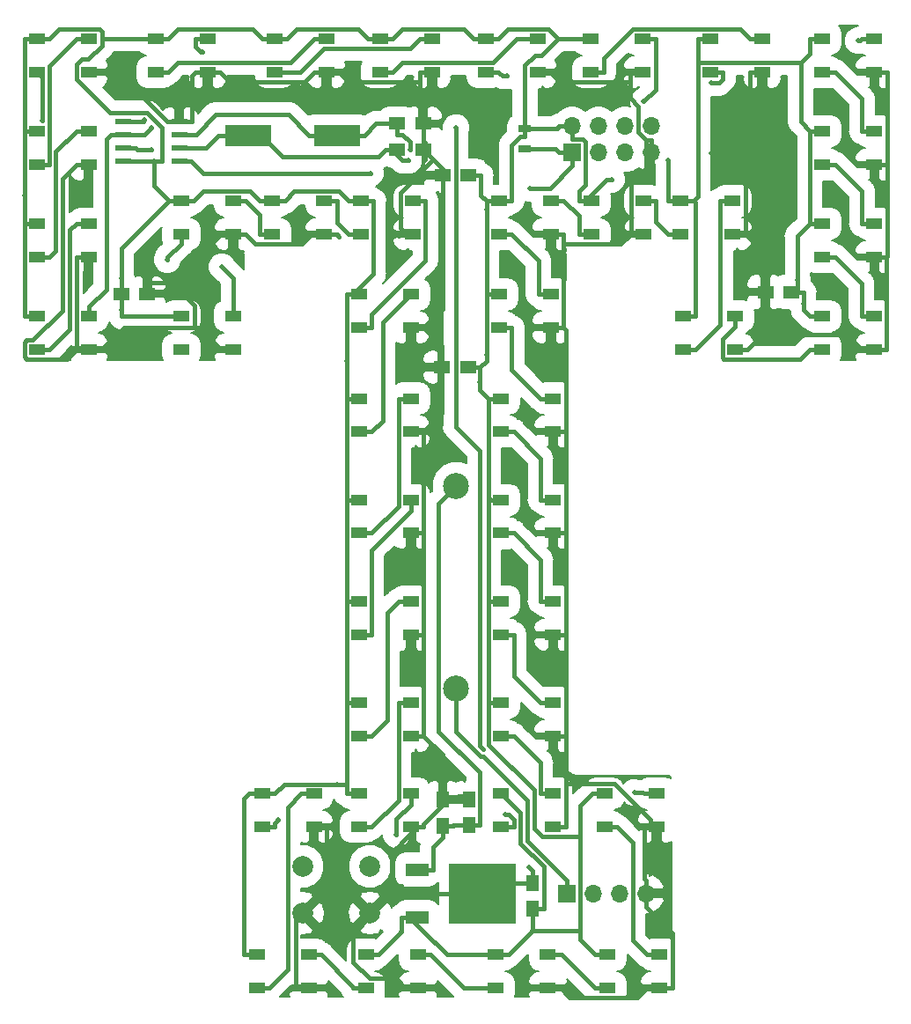
<source format=gbr>
G04 #@! TF.GenerationSoftware,KiCad,Pcbnew,(5.0.0)*
G04 #@! TF.CreationDate,2019-02-18T20:12:55-05:00*
G04 #@! TF.ProjectId,WS2812B Tiny T,575332383132422054696E7920542E6B,rev?*
G04 #@! TF.SameCoordinates,Original*
G04 #@! TF.FileFunction,Copper,L1,Top,Signal*
G04 #@! TF.FilePolarity,Positive*
%FSLAX46Y46*%
G04 Gerber Fmt 4.6, Leading zero omitted, Abs format (unit mm)*
G04 Created by KiCad (PCBNEW (5.0.0)) date 02/18/19 20:12:55*
%MOMM*%
%LPD*%
G01*
G04 APERTURE LIST*
G04 #@! TA.AperFunction,ComponentPad*
%ADD10C,2.500000*%
G04 #@! TD*
G04 #@! TA.AperFunction,SMDPad,CuDef*
%ADD11R,1.600000X1.000000*%
G04 #@! TD*
G04 #@! TA.AperFunction,SMDPad,CuDef*
%ADD12R,1.500000X1.250000*%
G04 #@! TD*
G04 #@! TA.AperFunction,SMDPad,CuDef*
%ADD13R,1.250000X1.500000*%
G04 #@! TD*
G04 #@! TA.AperFunction,ComponentPad*
%ADD14O,1.700000X1.700000*%
G04 #@! TD*
G04 #@! TA.AperFunction,ComponentPad*
%ADD15R,1.700000X1.700000*%
G04 #@! TD*
G04 #@! TA.AperFunction,SMDPad,CuDef*
%ADD16R,4.500000X2.000000*%
G04 #@! TD*
G04 #@! TA.AperFunction,ComponentPad*
%ADD17C,2.000000*%
G04 #@! TD*
G04 #@! TA.AperFunction,SMDPad,CuDef*
%ADD18R,1.550000X0.600000*%
G04 #@! TD*
G04 #@! TA.AperFunction,SMDPad,CuDef*
%ADD19R,3.050000X2.750000*%
G04 #@! TD*
G04 #@! TA.AperFunction,SMDPad,CuDef*
%ADD20R,6.400000X5.800000*%
G04 #@! TD*
G04 #@! TA.AperFunction,SMDPad,CuDef*
%ADD21R,2.200000X1.200000*%
G04 #@! TD*
G04 #@! TA.AperFunction,SMDPad,CuDef*
%ADD22R,1.300000X0.700000*%
G04 #@! TD*
G04 #@! TA.AperFunction,ViaPad*
%ADD23C,0.500000*%
G04 #@! TD*
G04 #@! TA.AperFunction,Conductor*
%ADD24C,0.400000*%
G04 #@! TD*
G04 #@! TA.AperFunction,Conductor*
%ADD25C,0.200000*%
G04 #@! TD*
G04 APERTURE END LIST*
D10*
G04 #@! TO.P,J1,1*
G04 #@! TO.N,+BATT*
X171200000Y-99800000D03*
G04 #@! TO.P,J1,2*
G04 #@! TO.N,Net-(J1-Pad2)*
X171200000Y-119300000D03*
G04 #@! TD*
D11*
G04 #@! TO.P,U1,1*
G04 #@! TO.N,+5V*
X130850000Y-83490000D03*
G04 #@! TO.P,U1,2*
G04 #@! TO.N,Net-(U1-Pad2)*
X130850000Y-86690000D03*
G04 #@! TO.P,U1,4*
G04 #@! TO.N,DIN*
X135850000Y-83490000D03*
G04 #@! TO.P,U1,3*
G04 #@! TO.N,GND*
X135850000Y-86690000D03*
G04 #@! TD*
G04 #@! TO.P,U2,3*
G04 #@! TO.N,GND*
X135850000Y-77800000D03*
G04 #@! TO.P,U2,4*
G04 #@! TO.N,Net-(U1-Pad2)*
X135850000Y-74600000D03*
G04 #@! TO.P,U2,2*
G04 #@! TO.N,Net-(U2-Pad2)*
X130850000Y-77800000D03*
G04 #@! TO.P,U2,1*
G04 #@! TO.N,+5V*
X130850000Y-74600000D03*
G04 #@! TD*
G04 #@! TO.P,U3,1*
G04 #@! TO.N,+5V*
X130850000Y-65710000D03*
G04 #@! TO.P,U3,2*
G04 #@! TO.N,Net-(U3-Pad2)*
X130850000Y-68910000D03*
G04 #@! TO.P,U3,4*
G04 #@! TO.N,Net-(U2-Pad2)*
X135850000Y-65710000D03*
G04 #@! TO.P,U3,3*
G04 #@! TO.N,GND*
X135850000Y-68910000D03*
G04 #@! TD*
G04 #@! TO.P,U4,3*
G04 #@! TO.N,GND*
X135850000Y-60020000D03*
G04 #@! TO.P,U4,4*
G04 #@! TO.N,Net-(U3-Pad2)*
X135850000Y-56820000D03*
G04 #@! TO.P,U4,2*
G04 #@! TO.N,Net-(U4-Pad2)*
X130850000Y-60020000D03*
G04 #@! TO.P,U4,1*
G04 #@! TO.N,+5V*
X130850000Y-56820000D03*
G04 #@! TD*
G04 #@! TO.P,U5,1*
G04 #@! TO.N,+5V*
X142280000Y-56820000D03*
G04 #@! TO.P,U5,2*
G04 #@! TO.N,Net-(U5-Pad2)*
X142280000Y-60020000D03*
G04 #@! TO.P,U5,4*
G04 #@! TO.N,Net-(U4-Pad2)*
X147280000Y-56820000D03*
G04 #@! TO.P,U5,3*
G04 #@! TO.N,GND*
X147280000Y-60020000D03*
G04 #@! TD*
G04 #@! TO.P,U6,3*
G04 #@! TO.N,GND*
X158710000Y-60020000D03*
G04 #@! TO.P,U6,4*
G04 #@! TO.N,Net-(U5-Pad2)*
X158710000Y-56820000D03*
G04 #@! TO.P,U6,2*
G04 #@! TO.N,Net-(U6-Pad2)*
X153710000Y-60020000D03*
G04 #@! TO.P,U6,1*
G04 #@! TO.N,+5V*
X153710000Y-56820000D03*
G04 #@! TD*
G04 #@! TO.P,U7,1*
G04 #@! TO.N,+5V*
X163870000Y-56820000D03*
G04 #@! TO.P,U7,2*
G04 #@! TO.N,Net-(U7-Pad2)*
X163870000Y-60020000D03*
G04 #@! TO.P,U7,4*
G04 #@! TO.N,Net-(U6-Pad2)*
X168870000Y-56820000D03*
G04 #@! TO.P,U7,3*
G04 #@! TO.N,GND*
X168870000Y-60020000D03*
G04 #@! TD*
G04 #@! TO.P,U8,3*
G04 #@! TO.N,GND*
X179030000Y-60020000D03*
G04 #@! TO.P,U8,4*
G04 #@! TO.N,Net-(U7-Pad2)*
X179030000Y-56820000D03*
G04 #@! TO.P,U8,2*
G04 #@! TO.N,Net-(U8-Pad2)*
X174030000Y-60020000D03*
G04 #@! TO.P,U8,1*
G04 #@! TO.N,+5V*
X174030000Y-56820000D03*
G04 #@! TD*
G04 #@! TO.P,U9,1*
G04 #@! TO.N,+5V*
X184150000Y-56820000D03*
G04 #@! TO.P,U9,2*
G04 #@! TO.N,Net-(U10-Pad4)*
X184150000Y-60020000D03*
G04 #@! TO.P,U9,4*
G04 #@! TO.N,Net-(U8-Pad2)*
X189150000Y-56820000D03*
G04 #@! TO.P,U9,3*
G04 #@! TO.N,GND*
X189150000Y-60020000D03*
G04 #@! TD*
G04 #@! TO.P,U10,3*
G04 #@! TO.N,GND*
X200620000Y-60020000D03*
G04 #@! TO.P,U10,4*
G04 #@! TO.N,Net-(U10-Pad4)*
X200620000Y-56820000D03*
G04 #@! TO.P,U10,2*
G04 #@! TO.N,Net-(U10-Pad2)*
X195620000Y-60020000D03*
G04 #@! TO.P,U10,1*
G04 #@! TO.N,+5V*
X195620000Y-56820000D03*
G04 #@! TD*
G04 #@! TO.P,U11,1*
G04 #@! TO.N,+5V*
X206415000Y-56820000D03*
G04 #@! TO.P,U11,2*
G04 #@! TO.N,Net-(U11-Pad2)*
X206415000Y-60020000D03*
G04 #@! TO.P,U11,4*
G04 #@! TO.N,Net-(U10-Pad2)*
X211415000Y-56820000D03*
G04 #@! TO.P,U11,3*
G04 #@! TO.N,GND*
X211415000Y-60020000D03*
G04 #@! TD*
G04 #@! TO.P,U12,3*
G04 #@! TO.N,GND*
X211415000Y-68910000D03*
G04 #@! TO.P,U12,4*
G04 #@! TO.N,Net-(U11-Pad2)*
X211415000Y-65710000D03*
G04 #@! TO.P,U12,2*
G04 #@! TO.N,Net-(U12-Pad2)*
X206415000Y-68910000D03*
G04 #@! TO.P,U12,1*
G04 #@! TO.N,+5V*
X206415000Y-65710000D03*
G04 #@! TD*
G04 #@! TO.P,U13,1*
G04 #@! TO.N,+5V*
X206415000Y-74600000D03*
G04 #@! TO.P,U13,2*
G04 #@! TO.N,Net-(U13-Pad2)*
X206415000Y-77800000D03*
G04 #@! TO.P,U13,4*
G04 #@! TO.N,Net-(U12-Pad2)*
X211415000Y-74600000D03*
G04 #@! TO.P,U13,3*
G04 #@! TO.N,GND*
X211415000Y-77800000D03*
G04 #@! TD*
G04 #@! TO.P,U15,3*
G04 #@! TO.N,GND*
X197989000Y-86690000D03*
G04 #@! TO.P,U15,4*
G04 #@! TO.N,Net-(U14-Pad2)*
X197989000Y-83490000D03*
G04 #@! TO.P,U15,2*
G04 #@! TO.N,Net-(U15-Pad2)*
X192989000Y-86690000D03*
G04 #@! TO.P,U15,1*
G04 #@! TO.N,+5V*
X192989000Y-83490000D03*
G04 #@! TD*
G04 #@! TO.P,U16,1*
G04 #@! TO.N,+5V*
X192786000Y-72400000D03*
G04 #@! TO.P,U16,2*
G04 #@! TO.N,Net-(U16-Pad2)*
X192786000Y-75600000D03*
G04 #@! TO.P,U16,4*
G04 #@! TO.N,Net-(U15-Pad2)*
X197786000Y-72400000D03*
G04 #@! TO.P,U16,3*
G04 #@! TO.N,GND*
X197786000Y-75600000D03*
G04 #@! TD*
G04 #@! TO.P,U17,3*
G04 #@! TO.N,GND*
X189190000Y-75600000D03*
G04 #@! TO.P,U17,4*
G04 #@! TO.N,Net-(U16-Pad2)*
X189190000Y-72400000D03*
G04 #@! TO.P,U17,2*
G04 #@! TO.N,Net-(U17-Pad2)*
X184190000Y-75600000D03*
G04 #@! TO.P,U17,1*
G04 #@! TO.N,+5V*
X184190000Y-72400000D03*
G04 #@! TD*
G04 #@! TO.P,U18,1*
G04 #@! TO.N,+5V*
X175300000Y-72400000D03*
G04 #@! TO.P,U18,2*
G04 #@! TO.N,Net-(U18-Pad2)*
X175300000Y-75600000D03*
G04 #@! TO.P,U18,4*
G04 #@! TO.N,Net-(U17-Pad2)*
X180300000Y-72400000D03*
G04 #@! TO.P,U18,3*
G04 #@! TO.N,GND*
X180300000Y-75600000D03*
G04 #@! TD*
G04 #@! TO.P,U19,3*
G04 #@! TO.N,GND*
X180300000Y-84600000D03*
G04 #@! TO.P,U19,4*
G04 #@! TO.N,Net-(U18-Pad2)*
X180300000Y-81400000D03*
G04 #@! TO.P,U19,2*
G04 #@! TO.N,Net-(U19-Pad2)*
X175300000Y-84600000D03*
G04 #@! TO.P,U19,1*
G04 #@! TO.N,+5V*
X175300000Y-81400000D03*
G04 #@! TD*
G04 #@! TO.P,U20,1*
G04 #@! TO.N,+5V*
X175500000Y-91400000D03*
G04 #@! TO.P,U20,2*
G04 #@! TO.N,Net-(U20-Pad2)*
X175500000Y-94600000D03*
G04 #@! TO.P,U20,4*
G04 #@! TO.N,Net-(U19-Pad2)*
X180500000Y-91400000D03*
G04 #@! TO.P,U20,3*
G04 #@! TO.N,GND*
X180500000Y-94600000D03*
G04 #@! TD*
G04 #@! TO.P,U21,1*
G04 #@! TO.N,+5V*
X175500000Y-101150000D03*
G04 #@! TO.P,U21,2*
G04 #@! TO.N,Net-(U21-Pad2)*
X175500000Y-104350000D03*
G04 #@! TO.P,U21,4*
G04 #@! TO.N,Net-(U20-Pad2)*
X180500000Y-101150000D03*
G04 #@! TO.P,U21,3*
G04 #@! TO.N,GND*
X180500000Y-104350000D03*
G04 #@! TD*
G04 #@! TO.P,U22,3*
G04 #@! TO.N,GND*
X180500000Y-114100000D03*
G04 #@! TO.P,U22,4*
G04 #@! TO.N,Net-(U21-Pad2)*
X180500000Y-110900000D03*
G04 #@! TO.P,U22,2*
G04 #@! TO.N,Net-(U22-Pad2)*
X175500000Y-114100000D03*
G04 #@! TO.P,U22,1*
G04 #@! TO.N,+5V*
X175500000Y-110900000D03*
G04 #@! TD*
G04 #@! TO.P,U23,1*
G04 #@! TO.N,+5V*
X175500000Y-120650000D03*
G04 #@! TO.P,U23,2*
G04 #@! TO.N,Net-(U23-Pad2)*
X175500000Y-123850000D03*
G04 #@! TO.P,U23,4*
G04 #@! TO.N,Net-(U22-Pad2)*
X180500000Y-120650000D03*
G04 #@! TO.P,U23,3*
G04 #@! TO.N,GND*
X180500000Y-123850000D03*
G04 #@! TD*
G04 #@! TO.P,U24,3*
G04 #@! TO.N,GND*
X180500000Y-132600000D03*
G04 #@! TO.P,U24,4*
G04 #@! TO.N,Net-(U23-Pad2)*
X180500000Y-129400000D03*
G04 #@! TO.P,U24,2*
G04 #@! TO.N,Net-(U24-Pad2)*
X175500000Y-132600000D03*
G04 #@! TO.P,U24,1*
G04 #@! TO.N,+5V*
X175500000Y-129400000D03*
G04 #@! TD*
G04 #@! TO.P,U25,1*
G04 #@! TO.N,+5V*
X185460000Y-129400000D03*
G04 #@! TO.P,U25,2*
G04 #@! TO.N,Net-(U25-Pad2)*
X185460000Y-132600000D03*
G04 #@! TO.P,U25,4*
G04 #@! TO.N,Net-(U24-Pad2)*
X190460000Y-129400000D03*
G04 #@! TO.P,U25,3*
G04 #@! TO.N,GND*
X190460000Y-132600000D03*
G04 #@! TD*
G04 #@! TO.P,U26,3*
G04 #@! TO.N,GND*
X190750000Y-148100000D03*
G04 #@! TO.P,U26,4*
G04 #@! TO.N,Net-(U25-Pad2)*
X190750000Y-144900000D03*
G04 #@! TO.P,U26,2*
G04 #@! TO.N,Net-(U26-Pad2)*
X185750000Y-148100000D03*
G04 #@! TO.P,U26,1*
G04 #@! TO.N,+5V*
X185750000Y-144900000D03*
G04 #@! TD*
G04 #@! TO.P,U27,1*
G04 #@! TO.N,+5V*
X175000000Y-144900000D03*
G04 #@! TO.P,U27,2*
G04 #@! TO.N,Net-(U27-Pad2)*
X175000000Y-148100000D03*
G04 #@! TO.P,U27,4*
G04 #@! TO.N,Net-(U26-Pad2)*
X180000000Y-144900000D03*
G04 #@! TO.P,U27,3*
G04 #@! TO.N,GND*
X180000000Y-148100000D03*
G04 #@! TD*
G04 #@! TO.P,U28,3*
G04 #@! TO.N,GND*
X167500000Y-148100000D03*
G04 #@! TO.P,U28,4*
G04 #@! TO.N,Net-(U27-Pad2)*
X167500000Y-144900000D03*
G04 #@! TO.P,U28,2*
G04 #@! TO.N,Net-(U28-Pad2)*
X162500000Y-148100000D03*
G04 #@! TO.P,U28,1*
G04 #@! TO.N,+5V*
X162500000Y-144900000D03*
G04 #@! TD*
G04 #@! TO.P,U29,1*
G04 #@! TO.N,+5V*
X152000000Y-144900000D03*
G04 #@! TO.P,U29,2*
G04 #@! TO.N,Net-(U29-Pad2)*
X152000000Y-148100000D03*
G04 #@! TO.P,U29,4*
G04 #@! TO.N,Net-(U28-Pad2)*
X157000000Y-144900000D03*
G04 #@! TO.P,U29,3*
G04 #@! TO.N,GND*
X157000000Y-148100000D03*
G04 #@! TD*
G04 #@! TO.P,U30,3*
G04 #@! TO.N,GND*
X157500000Y-132600000D03*
G04 #@! TO.P,U30,4*
G04 #@! TO.N,Net-(U29-Pad2)*
X157500000Y-129400000D03*
G04 #@! TO.P,U30,2*
G04 #@! TO.N,Net-(U30-Pad2)*
X152500000Y-132600000D03*
G04 #@! TO.P,U30,1*
G04 #@! TO.N,+5V*
X152500000Y-129400000D03*
G04 #@! TD*
G04 #@! TO.P,U31,1*
G04 #@! TO.N,+5V*
X161830000Y-129400000D03*
G04 #@! TO.P,U31,2*
G04 #@! TO.N,Net-(U31-Pad2)*
X161830000Y-132600000D03*
G04 #@! TO.P,U31,4*
G04 #@! TO.N,Net-(U30-Pad2)*
X166830000Y-129400000D03*
G04 #@! TO.P,U31,3*
G04 #@! TO.N,GND*
X166830000Y-132600000D03*
G04 #@! TD*
G04 #@! TO.P,U32,3*
G04 #@! TO.N,GND*
X166830000Y-123850000D03*
G04 #@! TO.P,U32,4*
G04 #@! TO.N,Net-(U31-Pad2)*
X166830000Y-120650000D03*
G04 #@! TO.P,U32,2*
G04 #@! TO.N,Net-(U32-Pad2)*
X161830000Y-123850000D03*
G04 #@! TO.P,U32,1*
G04 #@! TO.N,+5V*
X161830000Y-120650000D03*
G04 #@! TD*
G04 #@! TO.P,U33,1*
G04 #@! TO.N,+5V*
X161830000Y-110900000D03*
G04 #@! TO.P,U33,2*
G04 #@! TO.N,Net-(U33-Pad2)*
X161830000Y-114100000D03*
G04 #@! TO.P,U33,4*
G04 #@! TO.N,Net-(U32-Pad2)*
X166830000Y-110900000D03*
G04 #@! TO.P,U33,3*
G04 #@! TO.N,GND*
X166830000Y-114100000D03*
G04 #@! TD*
G04 #@! TO.P,U34,3*
G04 #@! TO.N,GND*
X166830000Y-104350000D03*
G04 #@! TO.P,U34,4*
G04 #@! TO.N,Net-(U33-Pad2)*
X166830000Y-101150000D03*
G04 #@! TO.P,U34,2*
G04 #@! TO.N,Net-(U34-Pad2)*
X161830000Y-104350000D03*
G04 #@! TO.P,U34,1*
G04 #@! TO.N,+5V*
X161830000Y-101150000D03*
G04 #@! TD*
G04 #@! TO.P,U35,1*
G04 #@! TO.N,+5V*
X161830000Y-91400000D03*
G04 #@! TO.P,U35,2*
G04 #@! TO.N,Net-(U35-Pad2)*
X161830000Y-94600000D03*
G04 #@! TO.P,U35,4*
G04 #@! TO.N,Net-(U34-Pad2)*
X166830000Y-91400000D03*
G04 #@! TO.P,U35,3*
G04 #@! TO.N,GND*
X166830000Y-94600000D03*
G04 #@! TD*
G04 #@! TO.P,U36,3*
G04 #@! TO.N,GND*
X166830000Y-84600000D03*
G04 #@! TO.P,U36,4*
G04 #@! TO.N,Net-(U35-Pad2)*
X166830000Y-81400000D03*
G04 #@! TO.P,U36,2*
G04 #@! TO.N,Net-(U36-Pad2)*
X161830000Y-84600000D03*
G04 #@! TO.P,U36,1*
G04 #@! TO.N,+5V*
X161830000Y-81400000D03*
G04 #@! TD*
G04 #@! TO.P,U37,1*
G04 #@! TO.N,+5V*
X162000000Y-72400000D03*
G04 #@! TO.P,U37,2*
G04 #@! TO.N,Net-(U37-Pad2)*
X162000000Y-75600000D03*
G04 #@! TO.P,U37,4*
G04 #@! TO.N,Net-(U36-Pad2)*
X167000000Y-72400000D03*
G04 #@! TO.P,U37,3*
G04 #@! TO.N,GND*
X167000000Y-75600000D03*
G04 #@! TD*
G04 #@! TO.P,U38,3*
G04 #@! TO.N,GND*
X158500000Y-75600000D03*
G04 #@! TO.P,U38,4*
G04 #@! TO.N,Net-(U37-Pad2)*
X158500000Y-72400000D03*
G04 #@! TO.P,U38,2*
G04 #@! TO.N,Net-(U38-Pad2)*
X153500000Y-75600000D03*
G04 #@! TO.P,U38,1*
G04 #@! TO.N,+5V*
X153500000Y-72400000D03*
G04 #@! TD*
G04 #@! TO.P,U39,1*
G04 #@! TO.N,+5V*
X144750000Y-72400000D03*
G04 #@! TO.P,U39,2*
G04 #@! TO.N,Net-(U39-Pad2)*
X144750000Y-75600000D03*
G04 #@! TO.P,U39,4*
G04 #@! TO.N,Net-(U38-Pad2)*
X149750000Y-72400000D03*
G04 #@! TO.P,U39,3*
G04 #@! TO.N,GND*
X149750000Y-75600000D03*
G04 #@! TD*
G04 #@! TO.P,U14,1*
G04 #@! TO.N,+5V*
X206375000Y-83490000D03*
G04 #@! TO.P,U14,2*
G04 #@! TO.N,Net-(U14-Pad2)*
X206375000Y-86690000D03*
G04 #@! TO.P,U14,4*
G04 #@! TO.N,Net-(U13-Pad2)*
X211375000Y-83490000D03*
G04 #@! TO.P,U14,3*
G04 #@! TO.N,GND*
X211375000Y-86690000D03*
G04 #@! TD*
D12*
G04 #@! TO.P,C1,1*
G04 #@! TO.N,PB3*
X165518000Y-67479600D03*
G04 #@! TO.P,C1,2*
G04 #@! TO.N,GND*
X168018000Y-67479600D03*
G04 #@! TD*
G04 #@! TO.P,C2,2*
G04 #@! TO.N,GND*
X168018000Y-64979600D03*
G04 #@! TO.P,C2,1*
G04 #@! TO.N,PB4*
X165518000Y-64979600D03*
G04 #@! TD*
D13*
G04 #@! TO.P,C3,2*
G04 #@! TO.N,GND*
X178562000Y-137973000D03*
G04 #@! TO.P,C3,1*
G04 #@! TO.N,+5V*
X178562000Y-140473000D03*
G04 #@! TD*
D12*
G04 #@! TO.P,C4,1*
G04 #@! TO.N,+5V*
X172375000Y-69951600D03*
G04 #@! TO.P,C4,2*
G04 #@! TO.N,GND*
X169875000Y-69951600D03*
G04 #@! TD*
G04 #@! TO.P,C5,2*
G04 #@! TO.N,GND*
X141458000Y-81330800D03*
G04 #@! TO.P,C5,1*
G04 #@! TO.N,+5V*
X138958000Y-81330800D03*
G04 #@! TD*
G04 #@! TO.P,C6,1*
G04 #@! TO.N,+5V*
X172314000Y-88392000D03*
G04 #@! TO.P,C6,2*
G04 #@! TO.N,GND*
X169814000Y-88392000D03*
G04 #@! TD*
G04 #@! TO.P,C7,2*
G04 #@! TO.N,GND*
X200934000Y-81178400D03*
G04 #@! TO.P,C7,1*
G04 #@! TO.N,+5V*
X203434000Y-81178400D03*
G04 #@! TD*
D13*
G04 #@! TO.P,C8,1*
G04 #@! TO.N,+BATT*
X169875000Y-132466000D03*
G04 #@! TO.P,C8,2*
G04 #@! TO.N,GND*
X169875000Y-129966000D03*
G04 #@! TD*
G04 #@! TO.P,C9,2*
G04 #@! TO.N,GND*
X172389000Y-129947000D03*
G04 #@! TO.P,C9,1*
G04 #@! TO.N,+BATT*
X172389000Y-132447000D03*
G04 #@! TD*
D14*
G04 #@! TO.P,J2,4*
G04 #@! TO.N,GND*
X189420000Y-139000000D03*
G04 #@! TO.P,J2,3*
G04 #@! TO.N,Net-(J1-Pad2)*
X186880000Y-139000000D03*
G04 #@! TO.P,J2,2*
X184340000Y-139000000D03*
D15*
G04 #@! TO.P,J2,1*
X181800000Y-139000000D03*
G04 #@! TD*
D11*
G04 #@! TO.P,U40,1*
G04 #@! TO.N,+5V*
X144750000Y-83500000D03*
G04 #@! TO.P,U40,2*
G04 #@! TO.N,N/C*
X144750000Y-86700000D03*
G04 #@! TO.P,U40,4*
G04 #@! TO.N,Net-(U39-Pad2)*
X149750000Y-83500000D03*
G04 #@! TO.P,U40,3*
G04 #@! TO.N,GND*
X149750000Y-86700000D03*
G04 #@! TD*
D16*
G04 #@! TO.P,Y1,2*
G04 #@! TO.N,PB4*
X159698000Y-66090800D03*
G04 #@! TO.P,Y1,1*
G04 #@! TO.N,PB3*
X151198000Y-66090800D03*
G04 #@! TD*
D17*
G04 #@! TO.P,SW1,1*
G04 #@! TO.N,BTN*
X162900000Y-136400000D03*
G04 #@! TO.P,SW1,2*
G04 #@! TO.N,GND*
X162900000Y-140900000D03*
G04 #@! TO.P,SW1,1*
G04 #@! TO.N,BTN*
X156400000Y-136400000D03*
G04 #@! TO.P,SW1,2*
G04 #@! TO.N,GND*
X156400000Y-140900000D03*
G04 #@! TD*
D18*
G04 #@! TO.P,MCU1,8*
G04 #@! TO.N,+5V*
X139134000Y-68554600D03*
G04 #@! TO.P,MCU1,7*
G04 #@! TO.N,BTN*
X139134000Y-67284600D03*
G04 #@! TO.P,MCU1,6*
G04 #@! TO.N,DIN*
X139134000Y-66014600D03*
G04 #@! TO.P,MCU1,5*
G04 #@! TO.N,PB0*
X139134000Y-64744600D03*
G04 #@! TO.P,MCU1,4*
G04 #@! TO.N,GND*
X144534000Y-64744600D03*
G04 #@! TO.P,MCU1,3*
G04 #@! TO.N,PB4*
X144534000Y-66014600D03*
G04 #@! TO.P,MCU1,2*
G04 #@! TO.N,PB3*
X144534000Y-67284600D03*
G04 #@! TO.P,MCU1,1*
G04 #@! TO.N,RST*
X144534000Y-68554600D03*
G04 #@! TD*
D19*
G04 #@! TO.P,U41,2*
G04 #@! TO.N,GND*
X172061000Y-140514000D03*
X175411000Y-137464000D03*
X172061000Y-137464000D03*
X175411000Y-140514000D03*
D20*
X173736000Y-138989000D03*
D21*
G04 #@! TO.P,U41,3*
G04 #@! TO.N,+5V*
X167436000Y-141269000D03*
G04 #@! TO.P,U41,1*
G04 #@! TO.N,+BATT*
X167436000Y-136709000D03*
G04 #@! TD*
D14*
G04 #@! TO.P,J3,8*
G04 #@! TO.N,PB0*
X189988000Y-65231000D03*
G04 #@! TO.P,J3,7*
G04 #@! TO.N,GND*
X189988000Y-67771000D03*
G04 #@! TO.P,J3,6*
G04 #@! TO.N,DIN*
X187448000Y-65231000D03*
G04 #@! TO.P,J3,5*
G04 #@! TO.N,PB4*
X187448000Y-67771000D03*
G04 #@! TO.P,J3,4*
G04 #@! TO.N,BTN*
X184908000Y-65231000D03*
G04 #@! TO.P,J3,3*
G04 #@! TO.N,PB3*
X184908000Y-67771000D03*
G04 #@! TO.P,J3,2*
G04 #@! TO.N,+5V*
X182368000Y-65231000D03*
D15*
G04 #@! TO.P,J3,1*
G04 #@! TO.N,RST*
X182368000Y-67771000D03*
G04 #@! TD*
D22*
G04 #@! TO.P,R1,2*
G04 #@! TO.N,RST*
X177800000Y-67381200D03*
G04 #@! TO.P,R1,1*
G04 #@! TO.N,+5V*
X177800000Y-65481200D03*
G04 #@! TD*
D23*
G04 #@! TO.N,GND*
X159913100Y-75845300D03*
X165643500Y-75749500D03*
X178219300Y-136470300D03*
X195735700Y-67787200D03*
G04 #@! TO.N,+5V*
X191577500Y-68502300D03*
X186112800Y-70353500D03*
X174089700Y-87223600D03*
X204014200Y-80010000D03*
X174089700Y-73202800D03*
X142128400Y-68554600D03*
X178562000Y-142548300D03*
X167956700Y-142544800D03*
X165925700Y-142684600D03*
X138958000Y-82854800D03*
X138958000Y-79857600D03*
X204594300Y-82296000D03*
X173474300Y-89865200D03*
X160619700Y-87833200D03*
X129639700Y-71882000D03*
X159715200Y-128489600D03*
X180961400Y-56820000D03*
G04 #@! TO.N,DIN*
X141867100Y-65326700D03*
G04 #@! TO.N,Net-(U4-Pad2)*
X146755500Y-58114800D03*
X131364300Y-64653200D03*
G04 #@! TO.N,Net-(U8-Pad2)*
X176085900Y-60405700D03*
X189223500Y-62866200D03*
G04 #@! TO.N,Net-(U10-Pad2)*
X209848800Y-57017500D03*
X195735700Y-61078000D03*
G04 #@! TO.N,Net-(U24-Pad2)*
X188306900Y-129299700D03*
X175905200Y-131414900D03*
G04 #@! TO.N,Net-(U30-Pad2)*
X165439400Y-133342900D03*
X154044800Y-131945300D03*
G04 #@! TO.N,BTN*
X173816100Y-125134900D03*
X171197500Y-65354700D03*
X141867100Y-67455800D03*
G04 #@! TO.N,Net-(U39-Pad2)*
X143408400Y-78079600D03*
X148640800Y-78740000D03*
G04 #@! TO.N,PB3*
X166626600Y-68527300D03*
G04 #@! TO.N,PB4*
X166768000Y-67484300D03*
G04 #@! TO.N,PB0*
X141186000Y-64641500D03*
G04 #@! TO.N,RST*
X162915600Y-69748400D03*
X178257200Y-71170800D03*
G04 #@! TD*
D24*
G04 #@! TO.N,GND*
X166094000Y-75299000D02*
X165789600Y-74994700D01*
X165789600Y-74994700D02*
X165789600Y-71655700D01*
X165789600Y-71655700D02*
X168910600Y-68534700D01*
X168910600Y-68534700D02*
X168986900Y-68534700D01*
X168986900Y-68534700D02*
X169029900Y-68491700D01*
X166394900Y-75600000D02*
X166094000Y-75299000D01*
X166094000Y-75299000D02*
X165643500Y-75749500D01*
X158500000Y-75600000D02*
X159710300Y-75600000D01*
X159913100Y-75845300D02*
X159710300Y-75642500D01*
X159710300Y-75642500D02*
X159710300Y-75600000D01*
X134639700Y-86690000D02*
X133729300Y-87600400D01*
X133729300Y-87600400D02*
X129829000Y-87600400D01*
X129829000Y-87600400D02*
X129639600Y-87411000D01*
X129639600Y-87411000D02*
X129639600Y-85983500D01*
X129639600Y-85983500D02*
X129843500Y-85779600D01*
X129843500Y-85779600D02*
X130449800Y-85779600D01*
X130449800Y-85779600D02*
X133281100Y-82948300D01*
X133281100Y-82948300D02*
X133281100Y-70268600D01*
X133281100Y-70268600D02*
X134639700Y-68910000D01*
X134639700Y-77800000D02*
X134639700Y-86690000D01*
X135850000Y-68910000D02*
X134639700Y-68910000D01*
X145994300Y-84548000D02*
X139202300Y-84548000D01*
X139202300Y-84548000D02*
X137060300Y-86690000D01*
X148539700Y-86700000D02*
X146387700Y-84548000D01*
X146387700Y-84548000D02*
X145994300Y-84548000D01*
X145994300Y-84548000D02*
X145994300Y-82445600D01*
X145994300Y-82445600D02*
X143844200Y-80295500D01*
X135850000Y-86690000D02*
X137060300Y-86690000D01*
X165911500Y-138226500D02*
X165573500Y-138226500D01*
X165573500Y-138226500D02*
X162900000Y-140900000D01*
X167435200Y-132600000D02*
X165911500Y-134123700D01*
X172061000Y-138226500D02*
X172061000Y-138989000D01*
X172061000Y-137464000D02*
X172061000Y-138226500D01*
X144534000Y-64744600D02*
X143348700Y-64744600D01*
X143348700Y-64744600D02*
X138624100Y-60020000D01*
X138624100Y-60020000D02*
X135850000Y-60020000D01*
X145126700Y-64744600D02*
X144534000Y-64744600D01*
X145126700Y-64744600D02*
X145719300Y-64744600D01*
X147280000Y-60020000D02*
X148490300Y-60020000D01*
X158710000Y-60020000D02*
X157499700Y-60020000D01*
X157499700Y-60020000D02*
X156589400Y-60930300D01*
X156589400Y-60930300D02*
X149400600Y-60930300D01*
X149400600Y-60930300D02*
X148490300Y-60020000D01*
X159315200Y-60020000D02*
X158710000Y-60020000D01*
X159315200Y-60020000D02*
X159920300Y-60020000D01*
X187939700Y-60930300D02*
X187939700Y-62516100D01*
X187939700Y-62516100D02*
X188718000Y-63294400D01*
X188718000Y-63294400D02*
X188718000Y-65792100D01*
X188718000Y-65792100D02*
X189436600Y-66510700D01*
X178562000Y-137973000D02*
X178562000Y-136812700D01*
X178219300Y-136470300D02*
X178561700Y-136812700D01*
X178561700Y-136812700D02*
X178562000Y-136812700D01*
X198996300Y-67787200D02*
X195735700Y-67787200D01*
X199409700Y-60020000D02*
X199409700Y-67373800D01*
X199409700Y-67373800D02*
X198996300Y-67787200D01*
X198996300Y-67787200D02*
X198996300Y-75600000D01*
X212585300Y-77800000D02*
X212625300Y-77760000D01*
X212625300Y-77760000D02*
X212625300Y-68910000D01*
X212472700Y-77800000D02*
X212585300Y-77800000D01*
X212585300Y-86690000D02*
X212585300Y-77800000D01*
X211415000Y-77800000D02*
X212472700Y-77800000D01*
X200934000Y-85242500D02*
X208717200Y-85242500D01*
X208717200Y-85242500D02*
X210164700Y-86690000D01*
X199199300Y-86690000D02*
X200646800Y-85242500D01*
X200646800Y-85242500D02*
X200934000Y-85242500D01*
X200934000Y-82213700D02*
X200934000Y-85242500D01*
X211375000Y-86690000D02*
X210164700Y-86690000D01*
X181510300Y-76558700D02*
X181510300Y-75600000D01*
X181510300Y-84600000D02*
X181510300Y-76558700D01*
X181510300Y-76558700D02*
X187021000Y-76558700D01*
X187021000Y-76558700D02*
X187979700Y-75600000D01*
X181710300Y-94600000D02*
X181710300Y-84800000D01*
X181710300Y-84800000D02*
X181510300Y-84600000D01*
X181557700Y-94600000D02*
X181710300Y-94600000D01*
X180500000Y-94600000D02*
X181557700Y-94600000D01*
X181710300Y-104350000D02*
X181710300Y-94600000D01*
X181557700Y-104350000D02*
X181710300Y-104350000D01*
X180500000Y-104350000D02*
X181557700Y-104350000D01*
X181710300Y-114100000D02*
X181710300Y-104350000D01*
X181557700Y-114100000D02*
X181710300Y-114100000D01*
X180500000Y-114100000D02*
X181557700Y-114100000D01*
X181710300Y-128480700D02*
X181710300Y-123850000D01*
X181710300Y-132600000D02*
X181710300Y-128480700D01*
X189854900Y-132600000D02*
X189854900Y-131907100D01*
X189854900Y-131907100D02*
X186428500Y-128480700D01*
X186428500Y-128480700D02*
X181710300Y-128480700D01*
X189854900Y-132600000D02*
X189249700Y-132600000D01*
X190460000Y-132600000D02*
X189854900Y-132600000D01*
X190750000Y-148100000D02*
X189539700Y-148100000D01*
X180000000Y-148100000D02*
X181210300Y-148100000D01*
X181210300Y-148100000D02*
X182120600Y-149010300D01*
X182120600Y-149010300D02*
X188629400Y-149010300D01*
X188629400Y-149010300D02*
X189539700Y-148100000D01*
X168040300Y-84600000D02*
X169875000Y-82765300D01*
X169875000Y-82765300D02*
X169875000Y-69951600D01*
X167887700Y-84600000D02*
X168040300Y-84600000D01*
X166830000Y-84600000D02*
X167887700Y-84600000D01*
X167435200Y-132600000D02*
X168040300Y-132600000D01*
X166830000Y-132600000D02*
X167435200Y-132600000D01*
X168040300Y-123850000D02*
X169875000Y-125684700D01*
X169875000Y-125684700D02*
X169875000Y-129966000D01*
X167887700Y-123850000D02*
X168040300Y-123850000D01*
X166830000Y-123850000D02*
X167887700Y-123850000D01*
X168040300Y-94600000D02*
X168040300Y-104350000D01*
X167887700Y-94600000D02*
X168040300Y-94600000D01*
X166830000Y-94600000D02*
X167887700Y-94600000D01*
X169029900Y-68491700D02*
X168018000Y-67479600D01*
X169875000Y-69951600D02*
X169875000Y-69336800D01*
X169875000Y-69336800D02*
X169029900Y-68491700D01*
X167000000Y-75600000D02*
X166394900Y-75600000D01*
X158500000Y-75600000D02*
X157289700Y-75600000D01*
X149750000Y-75600000D02*
X150960300Y-75600000D01*
X150960300Y-75600000D02*
X151870600Y-76510300D01*
X151870600Y-76510300D02*
X156379400Y-76510300D01*
X156379400Y-76510300D02*
X157289700Y-75600000D01*
X149144900Y-75600000D02*
X149750000Y-75600000D01*
X149144900Y-75600000D02*
X148539700Y-75600000D01*
X211375000Y-86690000D02*
X212585300Y-86690000D01*
X143844200Y-80295500D02*
X148539700Y-75600000D01*
X141458000Y-80295500D02*
X143844200Y-80295500D01*
X149750000Y-86700000D02*
X148539700Y-86700000D01*
X135850000Y-86690000D02*
X134639700Y-86690000D01*
X135850000Y-77800000D02*
X134639700Y-77800000D01*
X167659700Y-60931500D02*
X167659700Y-60020000D01*
X168018000Y-63944300D02*
X167659700Y-63586000D01*
X167659700Y-63586000D02*
X167659700Y-60931500D01*
X159920300Y-60020000D02*
X160831800Y-60931500D01*
X160831800Y-60931500D02*
X167659700Y-60931500D01*
X179030000Y-60020000D02*
X180240300Y-60020000D01*
X187939700Y-60930300D02*
X187939700Y-60020000D01*
X180240300Y-60020000D02*
X181150600Y-60930300D01*
X181150600Y-60930300D02*
X187939700Y-60930300D01*
X200620000Y-60020000D02*
X199409700Y-60020000D01*
X211415000Y-60020000D02*
X212625300Y-60020000D01*
X211415000Y-68910000D02*
X212625300Y-68910000D01*
X212625300Y-68910000D02*
X212625300Y-60020000D01*
X200934000Y-81178400D02*
X200934000Y-82213700D01*
X197989000Y-86690000D02*
X199199300Y-86690000D01*
X189190000Y-75600000D02*
X187979700Y-75600000D01*
X189988000Y-66510700D02*
X189436600Y-66510700D01*
X187979700Y-75600000D02*
X187979700Y-70709400D01*
X187979700Y-70709400D02*
X189436600Y-69252500D01*
X189436600Y-69252500D02*
X189436600Y-66510700D01*
X180300000Y-75600000D02*
X181510300Y-75600000D01*
X180300000Y-84600000D02*
X181510300Y-84600000D01*
X181710300Y-114100000D02*
X181710300Y-123850000D01*
X180500000Y-123850000D02*
X181710300Y-123850000D01*
X180500000Y-132600000D02*
X181710300Y-132600000D01*
X189420000Y-139000000D02*
X189420000Y-140260300D01*
X190750000Y-148100000D02*
X191960300Y-148100000D01*
X191960300Y-148100000D02*
X191960300Y-142800600D01*
X191960300Y-142800600D02*
X189420000Y-140260300D01*
X167500000Y-148100000D02*
X166289700Y-148100000D01*
X166289700Y-148100000D02*
X165379400Y-147189700D01*
X165379400Y-147189700D02*
X162873800Y-147189700D01*
X162873800Y-147189700D02*
X161271400Y-145587300D01*
X161271400Y-145587300D02*
X161271400Y-142528600D01*
X161271400Y-142528600D02*
X162900000Y-140900000D01*
X157500000Y-132600000D02*
X158710300Y-132600000D01*
X158710300Y-132600000D02*
X158710300Y-138589700D01*
X158710300Y-138589700D02*
X156400000Y-140900000D01*
X168040300Y-123850000D02*
X168040300Y-114100000D01*
X166830000Y-114100000D02*
X168040300Y-114100000D01*
X166830000Y-104350000D02*
X168040300Y-104350000D01*
X168040300Y-104350000D02*
X168040300Y-114100000D01*
X169814000Y-88392000D02*
X169814000Y-92826300D01*
X169814000Y-92826300D02*
X168040300Y-94600000D01*
X169814000Y-87874300D02*
X169814000Y-88392000D01*
X169814000Y-87874300D02*
X169814000Y-87356700D01*
X169814000Y-87356700D02*
X169814000Y-86373700D01*
X169814000Y-86373700D02*
X168040300Y-84600000D01*
X170392700Y-129966000D02*
X168040300Y-132318400D01*
X168040300Y-132318400D02*
X168040300Y-132600000D01*
X170392700Y-129966000D02*
X170910300Y-129966000D01*
X169875000Y-129966000D02*
X170392700Y-129966000D01*
X175411000Y-137973000D02*
X175411000Y-137464000D01*
X141458000Y-81330800D02*
X141458000Y-80295500D01*
X197786000Y-75600000D02*
X198996300Y-75600000D01*
X200934000Y-81178400D02*
X200934000Y-77537700D01*
X200934000Y-77537700D02*
X198996300Y-75600000D01*
X172389000Y-129947000D02*
X170929300Y-129947000D01*
X170929300Y-129947000D02*
X170910300Y-129966000D01*
X189420000Y-139000000D02*
X189420000Y-137739700D01*
X189420000Y-137739700D02*
X189249700Y-137569400D01*
X189249700Y-137569400D02*
X189249700Y-132600000D01*
X157000000Y-148100000D02*
X155789700Y-148100000D01*
X156400000Y-140900000D02*
X155789700Y-141510300D01*
X155789700Y-141510300D02*
X155789700Y-148100000D01*
X147280000Y-60020000D02*
X146069700Y-60020000D01*
X145719300Y-64744600D02*
X145719300Y-60370400D01*
X145719300Y-60370400D02*
X146069700Y-60020000D01*
X175411000Y-140514000D02*
X175411000Y-137973000D01*
X175411000Y-137973000D02*
X177526700Y-137973000D01*
X178562000Y-137973000D02*
X177526700Y-137973000D01*
X173736000Y-138989000D02*
X172061000Y-138989000D01*
X175411000Y-140514000D02*
X173886000Y-138989000D01*
X173886000Y-138989000D02*
X173736000Y-138989000D01*
X172061000Y-138989000D02*
X172061000Y-140514000D01*
X189150000Y-60020000D02*
X187939700Y-60020000D01*
X189988000Y-67771000D02*
X189988000Y-66510700D01*
X168018000Y-64979600D02*
X168018000Y-63944300D01*
X168870000Y-60020000D02*
X167659700Y-60020000D01*
X168018000Y-64979600D02*
X168018000Y-67479600D01*
X165911500Y-134123700D02*
X165911500Y-134164100D01*
X165911500Y-134164100D02*
X164998400Y-135077200D01*
X164998400Y-135077200D02*
X164998400Y-137820400D01*
X166167000Y-138989000D02*
X173736000Y-138989000D01*
X164998400Y-137820400D02*
X166167000Y-138989000D01*
G04 #@! TO.N,+5V*
X137125500Y-56820000D02*
X137125500Y-57460200D01*
X137125500Y-57460200D02*
X135793800Y-58791900D01*
X135793800Y-58791900D02*
X135144500Y-58791900D01*
X135144500Y-58791900D02*
X134639600Y-59296800D01*
X134639600Y-59296800D02*
X134639600Y-60726200D01*
X134639600Y-60726200D02*
X137844800Y-63931400D01*
X137844800Y-63931400D02*
X141410700Y-63931400D01*
X141410700Y-63931400D02*
X142876400Y-65397100D01*
X142876400Y-65397100D02*
X142876400Y-68554600D01*
X132060300Y-56820000D02*
X132970600Y-55909700D01*
X132970600Y-55909700D02*
X136898000Y-55909700D01*
X136898000Y-55909700D02*
X137125500Y-56137200D01*
X137125500Y-56137200D02*
X137125500Y-56820000D01*
X137125500Y-56820000D02*
X141069700Y-56820000D01*
X142128400Y-68554600D02*
X142128400Y-68554600D01*
X183070000Y-133537200D02*
X179482300Y-133537200D01*
X179482300Y-133537200D02*
X178679300Y-132734200D01*
X178679300Y-132734200D02*
X178679300Y-129064300D01*
X178679300Y-129064300D02*
X174289700Y-124674700D01*
X174289700Y-124674700D02*
X174289700Y-120650000D01*
X192786000Y-72400000D02*
X191575700Y-72400000D01*
X191577500Y-68502300D02*
X191575700Y-68504100D01*
X191575700Y-68504100D02*
X191575700Y-72400000D01*
X183574700Y-72400000D02*
X185621200Y-70353500D01*
X185621200Y-70353500D02*
X186112800Y-70353500D01*
X183574700Y-72400000D02*
X182979700Y-72400000D01*
X184190000Y-72400000D02*
X183574700Y-72400000D01*
X142280000Y-56820000D02*
X141069700Y-56820000D01*
X130850000Y-56820000D02*
X132060300Y-56820000D01*
X130244900Y-56820000D02*
X130850000Y-56820000D01*
X130244900Y-56820000D02*
X129639700Y-56820000D01*
X130397500Y-83490000D02*
X130850000Y-83490000D01*
X130397500Y-83490000D02*
X129639700Y-83490000D01*
X129639700Y-65710000D02*
X129639700Y-71882000D01*
X129792300Y-65710000D02*
X129639700Y-65710000D01*
X130850000Y-65710000D02*
X129792300Y-65710000D01*
X153710000Y-56820000D02*
X152499700Y-56820000D01*
X142280000Y-56820000D02*
X143490300Y-56820000D01*
X143490300Y-56820000D02*
X144400600Y-55909700D01*
X144400600Y-55909700D02*
X151589400Y-55909700D01*
X151589400Y-55909700D02*
X152499700Y-56820000D01*
X180952600Y-56811200D02*
X180961400Y-56820000D01*
X180961400Y-56820000D02*
X182939700Y-56820000D01*
X175240300Y-56820000D02*
X176150600Y-55909700D01*
X176150600Y-55909700D02*
X180051100Y-55909700D01*
X180051100Y-55909700D02*
X180952600Y-56811200D01*
X180952600Y-56811200D02*
X179343800Y-58420000D01*
X179343800Y-58420000D02*
X178741700Y-58420000D01*
X178741700Y-58420000D02*
X177800000Y-59361700D01*
X177800000Y-59361700D02*
X177800000Y-64720900D01*
X174030000Y-56820000D02*
X175240300Y-56820000D01*
X173424900Y-56820000D02*
X174030000Y-56820000D01*
X173424900Y-56820000D02*
X172819700Y-56820000D01*
X163870000Y-56820000D02*
X165080300Y-56820000D01*
X172819700Y-56820000D02*
X171909400Y-55909700D01*
X171909400Y-55909700D02*
X165990600Y-55909700D01*
X165990600Y-55909700D02*
X165080300Y-56820000D01*
X206415000Y-56820000D02*
X205204700Y-56820000D01*
X204307600Y-59109600D02*
X204307600Y-64812900D01*
X204307600Y-64812900D02*
X205204700Y-65710000D01*
X205204700Y-56820000D02*
X205204700Y-58212500D01*
X205204700Y-58212500D02*
X204307600Y-59109600D01*
X194409700Y-59109600D02*
X204307600Y-59109600D01*
X194409700Y-59109600D02*
X194409700Y-71986600D01*
X194409700Y-71986600D02*
X193996300Y-72400000D01*
X194409700Y-56820000D02*
X194409700Y-59109600D01*
X205204700Y-74600000D02*
X205204700Y-65710000D01*
X205357300Y-74600000D02*
X205204700Y-74600000D01*
X206415000Y-74600000D02*
X205357300Y-74600000D01*
X206415000Y-65710000D02*
X205204700Y-65710000D01*
X184150000Y-56820000D02*
X182939700Y-56820000D01*
X174089700Y-81400000D02*
X174089700Y-73202800D01*
X174242300Y-81400000D02*
X174089700Y-81400000D01*
X175300000Y-81400000D02*
X174242300Y-81400000D01*
X174494900Y-101150000D02*
X174289700Y-100944800D01*
X174289700Y-100944800D02*
X174289700Y-91400000D01*
X174494900Y-101150000D02*
X174289700Y-101150000D01*
X175500000Y-101150000D02*
X174494900Y-101150000D01*
X174289700Y-110900000D02*
X174289700Y-101150000D01*
X174442300Y-110900000D02*
X174289700Y-110900000D01*
X175500000Y-110900000D02*
X174442300Y-110900000D01*
X183070000Y-133537200D02*
X183070000Y-130579700D01*
X183070000Y-130579700D02*
X184249700Y-129400000D01*
X183070000Y-142548300D02*
X183070000Y-133537200D01*
X184539700Y-144900000D02*
X183070000Y-143430300D01*
X183070000Y-143430300D02*
X183070000Y-142548300D01*
X183070000Y-142548300D02*
X178562000Y-142548300D01*
X185460000Y-129400000D02*
X184249700Y-129400000D01*
X152500000Y-129400000D02*
X151289700Y-129400000D01*
X152000000Y-144900000D02*
X150789700Y-144900000D01*
X150789700Y-144900000D02*
X150789700Y-129900000D01*
X150789700Y-129900000D02*
X151289700Y-129400000D01*
X162000000Y-72400000D02*
X163210300Y-72400000D01*
X161224900Y-81400000D02*
X163210300Y-79414600D01*
X163210300Y-79414600D02*
X163210300Y-72400000D01*
X161224900Y-81400000D02*
X160619700Y-81400000D01*
X161830000Y-81400000D02*
X161224900Y-81400000D01*
X160619700Y-110900000D02*
X160619700Y-120650000D01*
X160772300Y-110900000D02*
X160619700Y-110900000D01*
X161830000Y-110900000D02*
X160772300Y-110900000D01*
X160619700Y-101150000D02*
X160619700Y-110900000D01*
X160772300Y-101150000D02*
X160619700Y-101150000D01*
X161830000Y-101150000D02*
X160772300Y-101150000D01*
X138958000Y-82213500D02*
X138958000Y-82854800D01*
X138958000Y-83500000D02*
X143539700Y-83500000D01*
X138958000Y-81848400D02*
X138958000Y-82213500D01*
X153500000Y-72400000D02*
X152289700Y-72400000D01*
X144750000Y-72400000D02*
X145960300Y-72400000D01*
X145960300Y-72400000D02*
X146870600Y-71489700D01*
X146870600Y-71489700D02*
X151379400Y-71489700D01*
X151379400Y-71489700D02*
X152289700Y-72400000D01*
X144144900Y-72400000D02*
X144750000Y-72400000D01*
X144144900Y-72400000D02*
X143539700Y-72400000D01*
X204014200Y-81178400D02*
X204014200Y-80010000D01*
X204014200Y-75790500D02*
X205204700Y-74600000D01*
X204014200Y-81178400D02*
X204594300Y-81178400D01*
X203434000Y-81178400D02*
X204014200Y-81178400D01*
X138958000Y-81330800D02*
X138958000Y-79857600D01*
X138958000Y-76981700D02*
X143539700Y-72400000D01*
X142128400Y-68554600D02*
X142128400Y-70988700D01*
X142128400Y-70988700D02*
X143539700Y-72400000D01*
X138958000Y-81848400D02*
X138958000Y-81330800D01*
X130850000Y-74600000D02*
X129639700Y-74600000D01*
X129639700Y-74600000D02*
X129639700Y-83490000D01*
X129639700Y-56820000D02*
X129639700Y-65710000D01*
X163870000Y-56820000D02*
X162659700Y-56820000D01*
X153710000Y-56820000D02*
X154920300Y-56820000D01*
X154920300Y-56820000D02*
X155830600Y-55909700D01*
X155830600Y-55909700D02*
X161749400Y-55909700D01*
X161749400Y-55909700D02*
X162659700Y-56820000D01*
X177800000Y-65481200D02*
X177800000Y-64720900D01*
X195620000Y-56820000D02*
X194409700Y-56820000D01*
X192786000Y-72400000D02*
X193996300Y-72400000D01*
X192989000Y-83490000D02*
X194199300Y-83490000D01*
X194199300Y-83490000D02*
X194199300Y-72603000D01*
X194199300Y-72603000D02*
X193996300Y-72400000D01*
X175300000Y-72400000D02*
X176510300Y-72400000D01*
X177800000Y-65481200D02*
X177800000Y-66241500D01*
X177800000Y-66241500D02*
X177324800Y-66241500D01*
X177324800Y-66241500D02*
X176510300Y-67056000D01*
X176510300Y-67056000D02*
X176510300Y-72400000D01*
X181107700Y-65231000D02*
X180857500Y-65481200D01*
X180857500Y-65481200D02*
X177800000Y-65481200D01*
X174089700Y-81400000D02*
X174089700Y-87223600D01*
X174089700Y-87776600D02*
X173474300Y-88392000D01*
X175500000Y-120650000D02*
X174289700Y-120650000D01*
X174289700Y-110900000D02*
X174289700Y-120650000D01*
X178562000Y-140473000D02*
X179597300Y-140473000D01*
X175500000Y-129400000D02*
X177346400Y-131246400D01*
X177346400Y-131246400D02*
X177346400Y-134183900D01*
X177346400Y-134183900D02*
X179597300Y-136434800D01*
X179597300Y-136434800D02*
X179597300Y-140473000D01*
X185750000Y-144900000D02*
X184539700Y-144900000D01*
X178562000Y-142548300D02*
X176210300Y-144900000D01*
X178562000Y-141633300D02*
X178562000Y-142548300D01*
X166680900Y-141269000D02*
X167956700Y-142544800D01*
X170311900Y-144900000D02*
X175000000Y-144900000D01*
X166680900Y-141269000D02*
X165925700Y-141269000D01*
X167436000Y-141269000D02*
X166680900Y-141269000D01*
X152500000Y-129400000D02*
X153710300Y-129400000D01*
X160619700Y-128489600D02*
X160619700Y-129400000D01*
X160619700Y-120650000D02*
X160619700Y-128489600D01*
X153710300Y-129400000D02*
X154620700Y-128489600D01*
X154620700Y-128489600D02*
X159715200Y-128489600D01*
X161830000Y-129400000D02*
X160619700Y-129400000D01*
X161830000Y-120650000D02*
X160619700Y-120650000D01*
X160619700Y-101150000D02*
X160619700Y-91400000D01*
X161830000Y-91400000D02*
X160619700Y-91400000D01*
X160619700Y-81400000D02*
X160619700Y-87833200D01*
X162000000Y-72400000D02*
X160789700Y-72400000D01*
X153500000Y-72400000D02*
X154710300Y-72400000D01*
X154710300Y-72400000D02*
X155620600Y-71489700D01*
X155620600Y-71489700D02*
X159879400Y-71489700D01*
X159879400Y-71489700D02*
X160789700Y-72400000D01*
X175300000Y-72400000D02*
X174089700Y-72400000D01*
X172375000Y-69951600D02*
X173535300Y-69951600D01*
X173535300Y-69951600D02*
X173535300Y-71526400D01*
X173535300Y-71845600D02*
X174089700Y-72400000D01*
X175500000Y-91400000D02*
X174289700Y-91400000D01*
X172314000Y-88392000D02*
X173474300Y-88392000D01*
X173474300Y-88392000D02*
X173474300Y-89865200D01*
X173474300Y-90584600D02*
X174289700Y-91400000D01*
X175000000Y-144900000D02*
X176210300Y-144900000D01*
X178562000Y-140473000D02*
X178562000Y-141633300D01*
X144750000Y-83500000D02*
X143539700Y-83500000D01*
X206375000Y-83490000D02*
X205164700Y-83490000D01*
X204594300Y-81178400D02*
X204594300Y-82296000D01*
X204594300Y-82919600D02*
X205164700Y-83490000D01*
X162500000Y-144900000D02*
X163710300Y-144900000D01*
X165925700Y-141269000D02*
X165925700Y-142684600D01*
X165925700Y-142684600D02*
X163710300Y-144900000D01*
X182368000Y-65231000D02*
X182368000Y-66491300D01*
X182368000Y-66491300D02*
X183392000Y-66491300D01*
X183392000Y-66491300D02*
X183628300Y-66727600D01*
X183628300Y-66727600D02*
X183628300Y-70841100D01*
X183628300Y-70841100D02*
X182979700Y-71489700D01*
X182979700Y-71489700D02*
X182979700Y-72400000D01*
X181737900Y-65231000D02*
X182368000Y-65231000D01*
X181737900Y-65231000D02*
X181107700Y-65231000D01*
X139134000Y-68554600D02*
X142128400Y-68554600D01*
X174089700Y-87223600D02*
X174089700Y-87776600D01*
X204014200Y-80010000D02*
X204014200Y-75790500D01*
X174089700Y-73202800D02*
X174089700Y-72400000D01*
X142128400Y-68554600D02*
X142876400Y-68554600D01*
X178562000Y-142548300D02*
X178562000Y-142548300D01*
X167956700Y-142544800D02*
X170311900Y-144900000D01*
X165925700Y-142684600D02*
X165925700Y-142684600D01*
X138958000Y-82854800D02*
X138958000Y-83500000D01*
X138958000Y-79857600D02*
X138958000Y-76981700D01*
X173535300Y-71526400D02*
X173535300Y-71845600D01*
X204594300Y-82296000D02*
X204594300Y-82919600D01*
X173474300Y-89865200D02*
X173474300Y-90584600D01*
X160619700Y-87833200D02*
X160619700Y-91400000D01*
X129639700Y-71882000D02*
X129639700Y-74600000D01*
X159715200Y-128489600D02*
X160619700Y-128489600D01*
X180961400Y-56820000D02*
X180961400Y-56820000D01*
G04 #@! TO.N,Net-(U1-Pad2)*
X130850000Y-86690000D02*
X132060300Y-86690000D01*
X135850000Y-74600000D02*
X134639700Y-74600000D01*
X134639700Y-74600000D02*
X134029300Y-75210400D01*
X134029300Y-75210400D02*
X134029300Y-84721000D01*
X134029300Y-84721000D02*
X132060300Y-86690000D01*
G04 #@! TO.N,DIN*
X139134000Y-66014600D02*
X141179200Y-66014600D01*
X141179200Y-66014600D02*
X141867100Y-65326700D01*
X139134000Y-66014600D02*
X137959000Y-66014600D01*
X137959000Y-66014600D02*
X137516000Y-66457600D01*
X137516000Y-66457600D02*
X137516000Y-80924400D01*
X137516000Y-80924400D02*
X135850000Y-82590000D01*
X135850000Y-82590000D02*
X135850000Y-83490000D01*
G04 #@! TO.N,Net-(U2-Pad2)*
X135850000Y-65710000D02*
X134639700Y-65710000D01*
X130850000Y-77800000D02*
X132060300Y-77800000D01*
X132060300Y-77800000D02*
X132670700Y-77189600D01*
X132670700Y-77189600D02*
X132670700Y-67679000D01*
X132670700Y-67679000D02*
X134639700Y-65710000D01*
G04 #@! TO.N,Net-(U3-Pad2)*
X130850000Y-68910000D02*
X132060300Y-68910000D01*
X135850000Y-56820000D02*
X134639700Y-56820000D01*
X134639700Y-56820000D02*
X132060300Y-59399400D01*
X132060300Y-59399400D02*
X132060300Y-68910000D01*
G04 #@! TO.N,Net-(U4-Pad2)*
X147280000Y-56820000D02*
X146069700Y-56820000D01*
X146755500Y-58114800D02*
X146625600Y-58114800D01*
X146625600Y-58114800D02*
X146069700Y-57558900D01*
X146069700Y-57558900D02*
X146069700Y-56820000D01*
X130850000Y-60020000D02*
X131364300Y-60534300D01*
X131364300Y-60534300D02*
X131364300Y-64653200D01*
G04 #@! TO.N,Net-(U5-Pad2)*
X142280000Y-60020000D02*
X143490300Y-60020000D01*
X158710000Y-56820000D02*
X157499700Y-56820000D01*
X157499700Y-56820000D02*
X155210000Y-59109700D01*
X155210000Y-59109700D02*
X144400600Y-59109700D01*
X144400600Y-59109700D02*
X143490300Y-60020000D01*
G04 #@! TO.N,Net-(U6-Pad2)*
X168870000Y-56820000D02*
X167659700Y-56820000D01*
X167659700Y-56820000D02*
X166749400Y-57730300D01*
X166749400Y-57730300D02*
X158494700Y-57730300D01*
X158494700Y-57730300D02*
X156205000Y-60020000D01*
X156205000Y-60020000D02*
X153710000Y-60020000D01*
G04 #@! TO.N,Net-(U7-Pad2)*
X163870000Y-60020000D02*
X165080300Y-60020000D01*
X165080300Y-60020000D02*
X165990600Y-59109700D01*
X165990600Y-59109700D02*
X174700700Y-59109700D01*
X174700700Y-59109700D02*
X176990400Y-56820000D01*
X176990400Y-56820000D02*
X179030000Y-56820000D01*
G04 #@! TO.N,Net-(U8-Pad2)*
X189150000Y-56820000D02*
X190360300Y-56820000D01*
X174030000Y-60020000D02*
X175240300Y-60020000D01*
X176085900Y-60405700D02*
X175626000Y-60405700D01*
X175626000Y-60405700D02*
X175240300Y-60020000D01*
X190360300Y-56820000D02*
X190360300Y-61729400D01*
X190360300Y-61729400D02*
X189223500Y-62866200D01*
G04 #@! TO.N,Net-(U10-Pad4)*
X184150000Y-60020000D02*
X185360300Y-60020000D01*
X200620000Y-56820000D02*
X199409700Y-56820000D01*
X199409700Y-56820000D02*
X198499400Y-55909700D01*
X198499400Y-55909700D02*
X188166500Y-55909700D01*
X188166500Y-55909700D02*
X185360300Y-58715900D01*
X185360300Y-58715900D02*
X185360300Y-60020000D01*
G04 #@! TO.N,Net-(U10-Pad2)*
X195620000Y-60020000D02*
X196830300Y-60020000D01*
X211415000Y-56820000D02*
X210204700Y-56820000D01*
X209848800Y-57017500D02*
X210007200Y-57017500D01*
X210007200Y-57017500D02*
X210204700Y-56820000D01*
X196830300Y-60020000D02*
X196830300Y-60714300D01*
X196830300Y-60714300D02*
X196466600Y-61078000D01*
X196466600Y-61078000D02*
X195735700Y-61078000D01*
G04 #@! TO.N,Net-(U11-Pad2)*
X206415000Y-60020000D02*
X207625300Y-60020000D01*
X211415000Y-65710000D02*
X210204700Y-65710000D01*
X210204700Y-65710000D02*
X210204700Y-62599400D01*
X210204700Y-62599400D02*
X207625300Y-60020000D01*
G04 #@! TO.N,Net-(U12-Pad2)*
X206415000Y-68910000D02*
X207625300Y-68910000D01*
X211415000Y-74600000D02*
X210204700Y-74600000D01*
X210204700Y-74600000D02*
X210204700Y-71489400D01*
X210204700Y-71489400D02*
X207625300Y-68910000D01*
G04 #@! TO.N,Net-(U13-Pad2)*
X206415000Y-77800000D02*
X207625300Y-77800000D01*
X211375000Y-83490000D02*
X210164700Y-83490000D01*
X210164700Y-83490000D02*
X210164700Y-80339400D01*
X210164700Y-80339400D02*
X207625300Y-77800000D01*
G04 #@! TO.N,Net-(U14-Pad2)*
X206375000Y-86690000D02*
X205164700Y-86690000D01*
X205164700Y-86690000D02*
X204254400Y-87600300D01*
X204254400Y-87600300D02*
X196911900Y-87600300D01*
X196911900Y-87600300D02*
X196778600Y-87467000D01*
X196778600Y-87467000D02*
X196778600Y-85695400D01*
X196778600Y-85695400D02*
X197989000Y-84485000D01*
X197989000Y-84485000D02*
X197989000Y-83490000D01*
G04 #@! TO.N,Net-(U15-Pad2)*
X197786000Y-72400000D02*
X196575700Y-72400000D01*
X192989000Y-86690000D02*
X194199300Y-86690000D01*
X194199300Y-86690000D02*
X196575700Y-84313600D01*
X196575700Y-84313600D02*
X196575700Y-72400000D01*
G04 #@! TO.N,Net-(U16-Pad2)*
X192786000Y-75600000D02*
X191575700Y-75600000D01*
X189190000Y-72400000D02*
X190400300Y-72400000D01*
X190400300Y-72400000D02*
X190400300Y-74424600D01*
X190400300Y-74424600D02*
X191575700Y-75600000D01*
G04 #@! TO.N,Net-(U17-Pad2)*
X180300000Y-72400000D02*
X181510300Y-72400000D01*
X184190000Y-75600000D02*
X182979700Y-75600000D01*
X182979700Y-75600000D02*
X182979700Y-73869400D01*
X182979700Y-73869400D02*
X181510300Y-72400000D01*
G04 #@! TO.N,Net-(U18-Pad2)*
X175300000Y-75600000D02*
X176510300Y-75600000D01*
X180300000Y-81400000D02*
X179089700Y-81400000D01*
X179089700Y-81400000D02*
X179089700Y-78179400D01*
X179089700Y-78179400D02*
X176510300Y-75600000D01*
G04 #@! TO.N,Net-(U19-Pad2)*
X180500000Y-91400000D02*
X179289700Y-91400000D01*
X175300000Y-84600000D02*
X176510300Y-84600000D01*
X176510300Y-84600000D02*
X176510300Y-88620600D01*
X176510300Y-88620600D02*
X179289700Y-91400000D01*
G04 #@! TO.N,Net-(U20-Pad2)*
X175500000Y-94600000D02*
X176710300Y-94600000D01*
X180500000Y-101150000D02*
X179289700Y-101150000D01*
X179289700Y-101150000D02*
X179289700Y-97179400D01*
X179289700Y-97179400D02*
X176710300Y-94600000D01*
G04 #@! TO.N,Net-(U21-Pad2)*
X175500000Y-104350000D02*
X176710300Y-104350000D01*
X180500000Y-110900000D02*
X179289700Y-110900000D01*
X179289700Y-110900000D02*
X179289700Y-106929400D01*
X179289700Y-106929400D02*
X176710300Y-104350000D01*
G04 #@! TO.N,Net-(U22-Pad2)*
X180500000Y-120650000D02*
X179289700Y-120650000D01*
X175500000Y-114100000D02*
X176710300Y-114100000D01*
X176710300Y-114100000D02*
X176710300Y-118070600D01*
X176710300Y-118070600D02*
X179289700Y-120650000D01*
G04 #@! TO.N,Net-(U23-Pad2)*
X175500000Y-123850000D02*
X176710300Y-123850000D01*
X180500000Y-129400000D02*
X179289700Y-129400000D01*
X179289700Y-129400000D02*
X179289700Y-126429400D01*
X179289700Y-126429400D02*
X176710300Y-123850000D01*
G04 #@! TO.N,Net-(U24-Pad2)*
X175500000Y-132600000D02*
X176710300Y-132600000D01*
X190460000Y-129400000D02*
X189249700Y-129400000D01*
X188306900Y-129299700D02*
X189149400Y-129299700D01*
X189149400Y-129299700D02*
X189249700Y-129400000D01*
X176710300Y-132600000D02*
X176710300Y-131890900D01*
X176710300Y-131890900D02*
X176234300Y-131414900D01*
X176234300Y-131414900D02*
X175905200Y-131414900D01*
G04 #@! TO.N,Net-(U25-Pad2)*
X185460000Y-132600000D02*
X186670300Y-132600000D01*
X190750000Y-144900000D02*
X189539700Y-144900000D01*
X189539700Y-144900000D02*
X188153700Y-143514000D01*
X188153700Y-143514000D02*
X188153700Y-134083400D01*
X188153700Y-134083400D02*
X186670300Y-132600000D01*
G04 #@! TO.N,Net-(U26-Pad2)*
X185750000Y-148100000D02*
X184539700Y-148100000D01*
X184539700Y-148100000D02*
X181339700Y-144900000D01*
X181339700Y-144900000D02*
X180000000Y-144900000D01*
G04 #@! TO.N,Net-(U27-Pad2)*
X167500000Y-144900000D02*
X168710300Y-144900000D01*
X168710300Y-144900000D02*
X171910300Y-148100000D01*
X171910300Y-148100000D02*
X175000000Y-148100000D01*
G04 #@! TO.N,Net-(U28-Pad2)*
X162500000Y-148100000D02*
X161289700Y-148100000D01*
X157000000Y-144900000D02*
X158210300Y-144900000D01*
X161289700Y-148100000D02*
X161289700Y-147979400D01*
X161289700Y-147979400D02*
X158210300Y-144900000D01*
G04 #@! TO.N,Net-(U29-Pad2)*
X152000000Y-148100000D02*
X153210300Y-148100000D01*
X157500000Y-129400000D02*
X156289700Y-129400000D01*
X156289700Y-129400000D02*
X154989600Y-130700100D01*
X154989600Y-130700100D02*
X154989600Y-146320700D01*
X154989600Y-146320700D02*
X153210300Y-148100000D01*
G04 #@! TO.N,Net-(U30-Pad2)*
X152500000Y-132600000D02*
X153710300Y-132600000D01*
X165439400Y-133342900D02*
X165439400Y-131861700D01*
X165439400Y-131861700D02*
X166830000Y-130471100D01*
X166830000Y-130471100D02*
X166830000Y-129400000D01*
X153710300Y-132600000D02*
X153710300Y-132279800D01*
X153710300Y-132279800D02*
X154044800Y-131945300D01*
G04 #@! TO.N,Net-(U31-Pad2)*
X161830000Y-132600000D02*
X163040300Y-132600000D01*
X166830000Y-120650000D02*
X165619700Y-120650000D01*
X165619700Y-120650000D02*
X165619700Y-130020600D01*
X165619700Y-130020600D02*
X163040300Y-132600000D01*
G04 #@! TO.N,Net-(U32-Pad2)*
X166830000Y-110900000D02*
X165619700Y-110900000D01*
X161830000Y-123850000D02*
X163040300Y-123850000D01*
X163040300Y-123850000D02*
X164540400Y-122349900D01*
X164540400Y-122349900D02*
X164540400Y-111979300D01*
X164540400Y-111979300D02*
X165619700Y-110900000D01*
G04 #@! TO.N,Net-(U33-Pad2)*
X161830000Y-114100000D02*
X163040300Y-114100000D01*
X163040300Y-114100000D02*
X163040300Y-106010800D01*
X163040300Y-106010800D02*
X166830000Y-102221100D01*
X166830000Y-102221100D02*
X166830000Y-101150000D01*
G04 #@! TO.N,Net-(U34-Pad2)*
X166830000Y-91400000D02*
X165619700Y-91400000D01*
X161830000Y-104350000D02*
X163040300Y-104350000D01*
X163040300Y-104350000D02*
X165619700Y-101770600D01*
X165619700Y-101770600D02*
X165619700Y-91400000D01*
G04 #@! TO.N,Net-(U35-Pad2)*
X161830000Y-94600000D02*
X163040300Y-94600000D01*
X166830000Y-81400000D02*
X164119600Y-84110400D01*
X164119600Y-84110400D02*
X164119600Y-93520700D01*
X164119600Y-93520700D02*
X163040300Y-94600000D01*
G04 #@! TO.N,Net-(U36-Pad2)*
X167000000Y-72400000D02*
X168210300Y-72400000D01*
X161830000Y-84600000D02*
X163040300Y-84600000D01*
X163040300Y-84600000D02*
X163040300Y-83289100D01*
X163040300Y-83289100D02*
X168210300Y-78119100D01*
X168210300Y-78119100D02*
X168210300Y-72400000D01*
G04 #@! TO.N,Net-(U37-Pad2)*
X162000000Y-75600000D02*
X160789700Y-75600000D01*
X158500000Y-72400000D02*
X159710300Y-72400000D01*
X159710300Y-72400000D02*
X159710300Y-74520600D01*
X159710300Y-74520600D02*
X160789700Y-75600000D01*
G04 #@! TO.N,Net-(U38-Pad2)*
X149750000Y-72400000D02*
X150960300Y-72400000D01*
X153500000Y-75600000D02*
X152289700Y-75600000D01*
X152289700Y-75600000D02*
X152289700Y-73729400D01*
X152289700Y-73729400D02*
X150960300Y-72400000D01*
G04 #@! TO.N,+BATT*
X172389000Y-132447000D02*
X173424300Y-132447000D01*
X171200000Y-99800000D02*
X169498900Y-101501100D01*
X169498900Y-101501100D02*
X169498900Y-123421900D01*
X169498900Y-123421900D02*
X173424300Y-127347300D01*
X173424300Y-127347300D02*
X173424300Y-132447000D01*
X167890700Y-136709000D02*
X167436000Y-136709000D01*
X167890700Y-136709000D02*
X168946300Y-136709000D01*
X169875000Y-132466000D02*
X170910300Y-132466000D01*
X172389000Y-132447000D02*
X170929300Y-132447000D01*
X170929300Y-132447000D02*
X170910300Y-132466000D01*
X169875000Y-132466000D02*
X169875000Y-133626300D01*
X168946300Y-136709000D02*
X168946300Y-134555000D01*
X168946300Y-134555000D02*
X169875000Y-133626300D01*
G04 #@! TO.N,Net-(J1-Pad2)*
X171200000Y-119300000D02*
X171200000Y-123452500D01*
X171200000Y-123452500D02*
X173542700Y-125795200D01*
X173542700Y-125795200D02*
X173781600Y-125795200D01*
X173781600Y-125795200D02*
X178000000Y-130013600D01*
X178000000Y-130013600D02*
X178000000Y-133939700D01*
X178000000Y-133939700D02*
X181800000Y-137739700D01*
X181800000Y-139000000D02*
X181800000Y-137739700D01*
G04 #@! TO.N,BTN*
X171197500Y-65354700D02*
X171153600Y-65398600D01*
X171153600Y-65398600D02*
X171153600Y-94129300D01*
X171153600Y-94129300D02*
X173485800Y-96461500D01*
X173485800Y-96461500D02*
X173485800Y-124804600D01*
X173485800Y-124804600D02*
X173816100Y-125134900D01*
X139134000Y-67284600D02*
X140319300Y-67284600D01*
X141867100Y-67455800D02*
X140490500Y-67455800D01*
X140490500Y-67455800D02*
X140319300Y-67284600D01*
G04 #@! TO.N,Net-(U39-Pad2)*
X144750000Y-76500000D02*
X143408400Y-77841600D01*
X144750000Y-75600000D02*
X144750000Y-76500000D01*
X143408400Y-77841600D02*
X143408400Y-78079600D01*
X149750000Y-79849200D02*
X149750000Y-83500000D01*
X148640800Y-78740000D02*
X149750000Y-79849200D01*
G04 #@! TO.N,PB3*
X164943000Y-67479600D02*
X165990700Y-68527300D01*
X165990700Y-68527300D02*
X166626600Y-68527300D01*
X164943000Y-67479600D02*
X164368000Y-67479600D01*
X164368000Y-67479600D02*
X163725000Y-68122800D01*
X163725000Y-68122800D02*
X154480000Y-68122800D01*
X154480000Y-68122800D02*
X152448000Y-66090800D01*
X152448000Y-66090800D02*
X151198000Y-66090800D01*
X165518000Y-67479600D02*
X164943000Y-67479600D01*
X144534000Y-67284600D02*
X147091000Y-67284600D01*
X147091000Y-67284600D02*
X148285000Y-66090800D01*
X148285000Y-66090800D02*
X151198000Y-66090800D01*
G04 #@! TO.N,PB4*
X165518000Y-64979600D02*
X165518000Y-66014900D01*
X166768000Y-67484300D02*
X166768000Y-66747300D01*
X166768000Y-66747300D02*
X166035600Y-66014900D01*
X166035600Y-66014900D02*
X165518000Y-66014900D01*
X159698000Y-66090800D02*
X162348000Y-66090800D01*
X162348000Y-66090800D02*
X163459000Y-64979600D01*
X163459000Y-64979600D02*
X165518000Y-64979600D01*
X159698000Y-66090800D02*
X157048000Y-66090800D01*
X157048000Y-66090800D02*
X155067000Y-64109600D01*
X155067000Y-64109600D02*
X148082000Y-64109600D01*
X148082000Y-64109600D02*
X146177000Y-66014600D01*
X146177000Y-66014600D02*
X144534000Y-66014600D01*
G04 #@! TO.N,PB0*
X139134000Y-64744600D02*
X141082900Y-64744600D01*
X141082900Y-64744600D02*
X141186000Y-64641500D01*
G04 #@! TO.N,RST*
X182368000Y-67771000D02*
X181107700Y-67771000D01*
X177800000Y-67381200D02*
X180717900Y-67381200D01*
X180717900Y-67381200D02*
X181107700Y-67771000D01*
X145709000Y-68554600D02*
X146902800Y-69748400D01*
X144534000Y-68554600D02*
X145709000Y-68554600D01*
X146902800Y-69748400D02*
X162915600Y-69748400D01*
X182368000Y-69021000D02*
X182368000Y-67771000D01*
X180218200Y-71170800D02*
X182368000Y-69021000D01*
X178257200Y-71170800D02*
X180218200Y-71170800D01*
G04 #@! TD*
D25*
G04 #@! TO.N,GND*
G36*
X178078450Y-145400000D02*
X178163823Y-145829199D01*
X178406944Y-146193056D01*
X178770801Y-146436177D01*
X179091661Y-146500000D01*
X178981196Y-146500000D01*
X178576900Y-146667465D01*
X178267465Y-146976900D01*
X178100000Y-147381197D01*
X178100000Y-147575000D01*
X178375000Y-147850000D01*
X179600000Y-147850000D01*
X179600000Y-147680000D01*
X180400000Y-147680000D01*
X180400000Y-147850000D01*
X181625000Y-147850000D01*
X181900000Y-147575000D01*
X181900000Y-147381197D01*
X181841720Y-147240497D01*
X183529928Y-148928705D01*
X183536806Y-148939000D01*
X181850213Y-148939000D01*
X181900000Y-148818803D01*
X181900000Y-148625000D01*
X181625000Y-148350000D01*
X180400000Y-148350000D01*
X180400000Y-148520000D01*
X179600000Y-148520000D01*
X179600000Y-148350000D01*
X178375000Y-148350000D01*
X178100000Y-148625000D01*
X178100000Y-148818803D01*
X178149787Y-148939000D01*
X176854119Y-148939000D01*
X176921550Y-148600000D01*
X176921550Y-147600000D01*
X176836177Y-147170801D01*
X176593056Y-146806944D01*
X176229199Y-146563823D01*
X175908339Y-146500000D01*
X176229199Y-146436177D01*
X176593056Y-146193056D01*
X176626748Y-146142632D01*
X176717535Y-146124573D01*
X177147547Y-145837247D01*
X177220076Y-145728700D01*
X178078450Y-144870327D01*
X178078450Y-145400000D01*
X178078450Y-145400000D01*
G37*
X178078450Y-145400000D02*
X178163823Y-145829199D01*
X178406944Y-146193056D01*
X178770801Y-146436177D01*
X179091661Y-146500000D01*
X178981196Y-146500000D01*
X178576900Y-146667465D01*
X178267465Y-146976900D01*
X178100000Y-147381197D01*
X178100000Y-147575000D01*
X178375000Y-147850000D01*
X179600000Y-147850000D01*
X179600000Y-147680000D01*
X180400000Y-147680000D01*
X180400000Y-147850000D01*
X181625000Y-147850000D01*
X181900000Y-147575000D01*
X181900000Y-147381197D01*
X181841720Y-147240497D01*
X183529928Y-148928705D01*
X183536806Y-148939000D01*
X181850213Y-148939000D01*
X181900000Y-148818803D01*
X181900000Y-148625000D01*
X181625000Y-148350000D01*
X180400000Y-148350000D01*
X180400000Y-148520000D01*
X179600000Y-148520000D01*
X179600000Y-148350000D01*
X178375000Y-148350000D01*
X178100000Y-148625000D01*
X178100000Y-148818803D01*
X178149787Y-148939000D01*
X176854119Y-148939000D01*
X176921550Y-148600000D01*
X176921550Y-147600000D01*
X176836177Y-147170801D01*
X176593056Y-146806944D01*
X176229199Y-146563823D01*
X175908339Y-146500000D01*
X176229199Y-146436177D01*
X176593056Y-146193056D01*
X176626748Y-146142632D01*
X176717535Y-146124573D01*
X177147547Y-145837247D01*
X177220076Y-145728700D01*
X178078450Y-144870327D01*
X178078450Y-145400000D01*
G36*
X188529926Y-145728702D02*
X188602453Y-145837247D01*
X189032465Y-146124573D01*
X189123252Y-146142632D01*
X189156944Y-146193056D01*
X189520801Y-146436177D01*
X189841661Y-146500000D01*
X189731196Y-146500000D01*
X189326900Y-146667465D01*
X189017465Y-146976900D01*
X188850000Y-147381197D01*
X188850000Y-147575000D01*
X189125000Y-147850000D01*
X190350000Y-147850000D01*
X190350000Y-147680000D01*
X191150000Y-147680000D01*
X191150000Y-147850000D01*
X191170000Y-147850000D01*
X191170000Y-148350000D01*
X191150000Y-148350000D01*
X191150000Y-148520000D01*
X190350000Y-148520000D01*
X190350000Y-148350000D01*
X189125000Y-148350000D01*
X188850000Y-148625000D01*
X188850000Y-148818803D01*
X188899787Y-148939000D01*
X187604119Y-148939000D01*
X187671550Y-148600000D01*
X187671550Y-147600000D01*
X187586177Y-147170801D01*
X187343056Y-146806944D01*
X186979199Y-146563823D01*
X186658339Y-146500000D01*
X186979199Y-146436177D01*
X187343056Y-146193056D01*
X187586177Y-145829199D01*
X187671550Y-145400000D01*
X187671550Y-144870326D01*
X188529926Y-145728702D01*
X188529926Y-145728702D01*
G37*
X188529926Y-145728702D02*
X188602453Y-145837247D01*
X189032465Y-146124573D01*
X189123252Y-146142632D01*
X189156944Y-146193056D01*
X189520801Y-146436177D01*
X189841661Y-146500000D01*
X189731196Y-146500000D01*
X189326900Y-146667465D01*
X189017465Y-146976900D01*
X188850000Y-147381197D01*
X188850000Y-147575000D01*
X189125000Y-147850000D01*
X190350000Y-147850000D01*
X190350000Y-147680000D01*
X191150000Y-147680000D01*
X191150000Y-147850000D01*
X191170000Y-147850000D01*
X191170000Y-148350000D01*
X191150000Y-148350000D01*
X191150000Y-148520000D01*
X190350000Y-148520000D01*
X190350000Y-148350000D01*
X189125000Y-148350000D01*
X188850000Y-148625000D01*
X188850000Y-148818803D01*
X188899787Y-148939000D01*
X187604119Y-148939000D01*
X187671550Y-148600000D01*
X187671550Y-147600000D01*
X187586177Y-147170801D01*
X187343056Y-146806944D01*
X186979199Y-146563823D01*
X186658339Y-146500000D01*
X186979199Y-146436177D01*
X187343056Y-146193056D01*
X187586177Y-145829199D01*
X187671550Y-145400000D01*
X187671550Y-144870326D01*
X188529926Y-145728702D01*
G36*
X160061668Y-148589846D02*
X160065127Y-148607235D01*
X160276902Y-148924177D01*
X160286806Y-148939000D01*
X158850213Y-148939000D01*
X158900000Y-148818803D01*
X158900000Y-148625000D01*
X158625000Y-148350000D01*
X157400000Y-148350000D01*
X157400000Y-148520000D01*
X156600000Y-148520000D01*
X156600000Y-148350000D01*
X155375000Y-148350000D01*
X155100000Y-148625000D01*
X155100000Y-148818803D01*
X155149787Y-148939000D01*
X154213194Y-148939000D01*
X154220076Y-148928700D01*
X155336889Y-147811889D01*
X155375000Y-147850000D01*
X156600000Y-147850000D01*
X156600000Y-147680000D01*
X157400000Y-147680000D01*
X157400000Y-147850000D01*
X158625000Y-147850000D01*
X158900000Y-147575000D01*
X158900000Y-147428177D01*
X160061668Y-148589846D01*
X160061668Y-148589846D01*
G37*
X160061668Y-148589846D02*
X160065127Y-148607235D01*
X160276902Y-148924177D01*
X160286806Y-148939000D01*
X158850213Y-148939000D01*
X158900000Y-148818803D01*
X158900000Y-148625000D01*
X158625000Y-148350000D01*
X157400000Y-148350000D01*
X157400000Y-148520000D01*
X156600000Y-148520000D01*
X156600000Y-148350000D01*
X155375000Y-148350000D01*
X155100000Y-148625000D01*
X155100000Y-148818803D01*
X155149787Y-148939000D01*
X154213194Y-148939000D01*
X154220076Y-148928700D01*
X155336889Y-147811889D01*
X155375000Y-147850000D01*
X156600000Y-147850000D01*
X156600000Y-147680000D01*
X157400000Y-147680000D01*
X157400000Y-147850000D01*
X158625000Y-147850000D01*
X158900000Y-147575000D01*
X158900000Y-147428177D01*
X160061668Y-148589846D01*
G36*
X165578450Y-145400000D02*
X165663823Y-145829199D01*
X165906944Y-146193056D01*
X166270801Y-146436177D01*
X166591661Y-146500000D01*
X166481196Y-146500000D01*
X166076900Y-146667465D01*
X165767465Y-146976900D01*
X165600000Y-147381197D01*
X165600000Y-147575000D01*
X165875000Y-147850000D01*
X167100000Y-147850000D01*
X167100000Y-147680000D01*
X167900000Y-147680000D01*
X167900000Y-147850000D01*
X169125000Y-147850000D01*
X169400000Y-147575000D01*
X169400000Y-147428177D01*
X170900528Y-148928705D01*
X170907406Y-148939000D01*
X169350213Y-148939000D01*
X169400000Y-148818803D01*
X169400000Y-148625000D01*
X169125000Y-148350000D01*
X167900000Y-148350000D01*
X167900000Y-148520000D01*
X167100000Y-148520000D01*
X167100000Y-148350000D01*
X165875000Y-148350000D01*
X165600000Y-148625000D01*
X165600000Y-148818803D01*
X165649787Y-148939000D01*
X164354119Y-148939000D01*
X164421550Y-148600000D01*
X164421550Y-147600000D01*
X164336177Y-147170801D01*
X164093056Y-146806944D01*
X163729199Y-146563823D01*
X163408339Y-146500000D01*
X163729199Y-146436177D01*
X164093056Y-146193056D01*
X164126748Y-146142632D01*
X164217535Y-146124573D01*
X164647547Y-145837247D01*
X164720076Y-145728700D01*
X165578450Y-144870326D01*
X165578450Y-145400000D01*
X165578450Y-145400000D01*
G37*
X165578450Y-145400000D02*
X165663823Y-145829199D01*
X165906944Y-146193056D01*
X166270801Y-146436177D01*
X166591661Y-146500000D01*
X166481196Y-146500000D01*
X166076900Y-146667465D01*
X165767465Y-146976900D01*
X165600000Y-147381197D01*
X165600000Y-147575000D01*
X165875000Y-147850000D01*
X167100000Y-147850000D01*
X167100000Y-147680000D01*
X167900000Y-147680000D01*
X167900000Y-147850000D01*
X169125000Y-147850000D01*
X169400000Y-147575000D01*
X169400000Y-147428177D01*
X170900528Y-148928705D01*
X170907406Y-148939000D01*
X169350213Y-148939000D01*
X169400000Y-148818803D01*
X169400000Y-148625000D01*
X169125000Y-148350000D01*
X167900000Y-148350000D01*
X167900000Y-148520000D01*
X167100000Y-148520000D01*
X167100000Y-148350000D01*
X165875000Y-148350000D01*
X165600000Y-148625000D01*
X165600000Y-148818803D01*
X165649787Y-148939000D01*
X164354119Y-148939000D01*
X164421550Y-148600000D01*
X164421550Y-147600000D01*
X164336177Y-147170801D01*
X164093056Y-146806944D01*
X163729199Y-146563823D01*
X163408339Y-146500000D01*
X163729199Y-146436177D01*
X164093056Y-146193056D01*
X164126748Y-146142632D01*
X164217535Y-146124573D01*
X164647547Y-145837247D01*
X164720076Y-145728700D01*
X165578450Y-144870326D01*
X165578450Y-145400000D01*
G36*
X159682453Y-130337247D02*
X160112465Y-130624573D01*
X160203252Y-130642632D01*
X160236944Y-130693056D01*
X160600801Y-130936177D01*
X160921661Y-131000000D01*
X160600801Y-131063823D01*
X160236944Y-131306944D01*
X159993823Y-131670801D01*
X159908450Y-132100000D01*
X159908450Y-133100000D01*
X159993823Y-133529199D01*
X160236944Y-133893056D01*
X160600801Y-134136177D01*
X161030000Y-134221550D01*
X162630000Y-134221550D01*
X163059199Y-134136177D01*
X163423056Y-133893056D01*
X163456748Y-133842632D01*
X163547535Y-133824573D01*
X163977547Y-133537247D01*
X164050076Y-133428700D01*
X164089400Y-133389376D01*
X164089400Y-133611432D01*
X164294925Y-134107614D01*
X164674686Y-134487375D01*
X165170868Y-134692900D01*
X165707932Y-134692900D01*
X166204114Y-134487375D01*
X166583875Y-134107614D01*
X166789400Y-133611432D01*
X166789400Y-133074368D01*
X166739400Y-132953657D01*
X166739400Y-132400177D01*
X166959577Y-132180000D01*
X167230000Y-132180000D01*
X167230000Y-132350000D01*
X167250000Y-132350000D01*
X167250000Y-132850000D01*
X167230000Y-132850000D01*
X167230000Y-133925000D01*
X167505000Y-134200000D01*
X167691446Y-134200000D01*
X167620833Y-134555000D01*
X167646301Y-134683037D01*
X167646301Y-134987450D01*
X166336000Y-134987450D01*
X165906801Y-135072823D01*
X165542944Y-135315944D01*
X165299823Y-135679801D01*
X165214450Y-136109000D01*
X165214450Y-137309000D01*
X165299823Y-137738199D01*
X165542944Y-138102056D01*
X165906801Y-138345177D01*
X166336000Y-138430550D01*
X168536000Y-138430550D01*
X168965199Y-138345177D01*
X169329056Y-138102056D01*
X169436000Y-137942003D01*
X169436000Y-140035997D01*
X169329056Y-139875944D01*
X168965199Y-139632823D01*
X168536000Y-139547450D01*
X166336000Y-139547450D01*
X165906801Y-139632823D01*
X165542944Y-139875944D01*
X165432192Y-140041697D01*
X165418465Y-140044427D01*
X164988453Y-140331753D01*
X164947498Y-140393046D01*
X164914975Y-140175872D01*
X164836838Y-139987233D01*
X164471734Y-139893951D01*
X163465685Y-140900000D01*
X163479828Y-140914143D01*
X162914143Y-141479828D01*
X162900000Y-141465685D01*
X161893951Y-142471734D01*
X161987233Y-142836838D01*
X162797909Y-143038706D01*
X163624128Y-142914975D01*
X163812767Y-142836838D01*
X163906048Y-142471736D01*
X164103068Y-142668756D01*
X163461291Y-143310533D01*
X163300000Y-143278450D01*
X161700000Y-143278450D01*
X161270801Y-143363823D01*
X160906944Y-143606944D01*
X160663823Y-143970801D01*
X160578450Y-144400000D01*
X160578450Y-145400000D01*
X160585818Y-145437041D01*
X159220076Y-144071300D01*
X159147547Y-143962753D01*
X158717535Y-143675427D01*
X158626748Y-143657368D01*
X158593056Y-143606944D01*
X158229199Y-143363823D01*
X157800000Y-143278450D01*
X156289600Y-143278450D01*
X156289600Y-143036637D01*
X156297909Y-143038706D01*
X157124128Y-142914975D01*
X157312767Y-142836838D01*
X157406049Y-142471734D01*
X156400000Y-141465685D01*
X156385858Y-141479828D01*
X156289600Y-141383570D01*
X156289600Y-140900000D01*
X156965685Y-140900000D01*
X157971734Y-141906049D01*
X158336838Y-141812767D01*
X158538706Y-141002091D01*
X158508129Y-140797909D01*
X160761294Y-140797909D01*
X160885025Y-141624128D01*
X160963162Y-141812767D01*
X161328266Y-141906049D01*
X162334315Y-140900000D01*
X161328266Y-139893951D01*
X160963162Y-139987233D01*
X160761294Y-140797909D01*
X158508129Y-140797909D01*
X158414975Y-140175872D01*
X158336838Y-139987233D01*
X157971734Y-139893951D01*
X156965685Y-140900000D01*
X156289600Y-140900000D01*
X156289600Y-140416430D01*
X156385858Y-140320173D01*
X156400000Y-140334315D01*
X157406049Y-139328266D01*
X161893951Y-139328266D01*
X162900000Y-140334315D01*
X163906049Y-139328266D01*
X163812767Y-138963162D01*
X163002091Y-138761294D01*
X162175872Y-138885025D01*
X161987233Y-138963162D01*
X161893951Y-139328266D01*
X157406049Y-139328266D01*
X157312767Y-138963162D01*
X156502091Y-138761294D01*
X156289600Y-138793116D01*
X156289600Y-138500000D01*
X156817716Y-138500000D01*
X157589554Y-138180294D01*
X158180294Y-137589554D01*
X158500000Y-136817716D01*
X158500000Y-135982284D01*
X160800000Y-135982284D01*
X160800000Y-136817716D01*
X161119706Y-137589554D01*
X161710446Y-138180294D01*
X162482284Y-138500000D01*
X163317716Y-138500000D01*
X164089554Y-138180294D01*
X164680294Y-137589554D01*
X165000000Y-136817716D01*
X165000000Y-135982284D01*
X164680294Y-135210446D01*
X164089554Y-134619706D01*
X163317716Y-134300000D01*
X162482284Y-134300000D01*
X161710446Y-134619706D01*
X161119706Y-135210446D01*
X160800000Y-135982284D01*
X158500000Y-135982284D01*
X158180294Y-135210446D01*
X157589554Y-134619706D01*
X156817716Y-134300000D01*
X156289600Y-134300000D01*
X156289600Y-134120638D01*
X156481196Y-134200000D01*
X156825000Y-134200000D01*
X157100000Y-133925000D01*
X157100000Y-132850000D01*
X157900000Y-132850000D01*
X157900000Y-133925000D01*
X158175000Y-134200000D01*
X158518804Y-134200000D01*
X158923100Y-134032535D01*
X159232535Y-133723100D01*
X159400000Y-133318803D01*
X159400000Y-133125000D01*
X159125000Y-132850000D01*
X157900000Y-132850000D01*
X157100000Y-132850000D01*
X157080000Y-132850000D01*
X157080000Y-132350000D01*
X157100000Y-132350000D01*
X157100000Y-132180000D01*
X157900000Y-132180000D01*
X157900000Y-132350000D01*
X159125000Y-132350000D01*
X159400000Y-132075000D01*
X159400000Y-131881197D01*
X159232535Y-131476900D01*
X158923100Y-131167465D01*
X158518804Y-131000000D01*
X158408339Y-131000000D01*
X158729199Y-130936177D01*
X159093056Y-130693056D01*
X159336177Y-130329199D01*
X159414380Y-129936048D01*
X159682453Y-130337247D01*
X159682453Y-130337247D01*
G37*
X159682453Y-130337247D02*
X160112465Y-130624573D01*
X160203252Y-130642632D01*
X160236944Y-130693056D01*
X160600801Y-130936177D01*
X160921661Y-131000000D01*
X160600801Y-131063823D01*
X160236944Y-131306944D01*
X159993823Y-131670801D01*
X159908450Y-132100000D01*
X159908450Y-133100000D01*
X159993823Y-133529199D01*
X160236944Y-133893056D01*
X160600801Y-134136177D01*
X161030000Y-134221550D01*
X162630000Y-134221550D01*
X163059199Y-134136177D01*
X163423056Y-133893056D01*
X163456748Y-133842632D01*
X163547535Y-133824573D01*
X163977547Y-133537247D01*
X164050076Y-133428700D01*
X164089400Y-133389376D01*
X164089400Y-133611432D01*
X164294925Y-134107614D01*
X164674686Y-134487375D01*
X165170868Y-134692900D01*
X165707932Y-134692900D01*
X166204114Y-134487375D01*
X166583875Y-134107614D01*
X166789400Y-133611432D01*
X166789400Y-133074368D01*
X166739400Y-132953657D01*
X166739400Y-132400177D01*
X166959577Y-132180000D01*
X167230000Y-132180000D01*
X167230000Y-132350000D01*
X167250000Y-132350000D01*
X167250000Y-132850000D01*
X167230000Y-132850000D01*
X167230000Y-133925000D01*
X167505000Y-134200000D01*
X167691446Y-134200000D01*
X167620833Y-134555000D01*
X167646301Y-134683037D01*
X167646301Y-134987450D01*
X166336000Y-134987450D01*
X165906801Y-135072823D01*
X165542944Y-135315944D01*
X165299823Y-135679801D01*
X165214450Y-136109000D01*
X165214450Y-137309000D01*
X165299823Y-137738199D01*
X165542944Y-138102056D01*
X165906801Y-138345177D01*
X166336000Y-138430550D01*
X168536000Y-138430550D01*
X168965199Y-138345177D01*
X169329056Y-138102056D01*
X169436000Y-137942003D01*
X169436000Y-140035997D01*
X169329056Y-139875944D01*
X168965199Y-139632823D01*
X168536000Y-139547450D01*
X166336000Y-139547450D01*
X165906801Y-139632823D01*
X165542944Y-139875944D01*
X165432192Y-140041697D01*
X165418465Y-140044427D01*
X164988453Y-140331753D01*
X164947498Y-140393046D01*
X164914975Y-140175872D01*
X164836838Y-139987233D01*
X164471734Y-139893951D01*
X163465685Y-140900000D01*
X163479828Y-140914143D01*
X162914143Y-141479828D01*
X162900000Y-141465685D01*
X161893951Y-142471734D01*
X161987233Y-142836838D01*
X162797909Y-143038706D01*
X163624128Y-142914975D01*
X163812767Y-142836838D01*
X163906048Y-142471736D01*
X164103068Y-142668756D01*
X163461291Y-143310533D01*
X163300000Y-143278450D01*
X161700000Y-143278450D01*
X161270801Y-143363823D01*
X160906944Y-143606944D01*
X160663823Y-143970801D01*
X160578450Y-144400000D01*
X160578450Y-145400000D01*
X160585818Y-145437041D01*
X159220076Y-144071300D01*
X159147547Y-143962753D01*
X158717535Y-143675427D01*
X158626748Y-143657368D01*
X158593056Y-143606944D01*
X158229199Y-143363823D01*
X157800000Y-143278450D01*
X156289600Y-143278450D01*
X156289600Y-143036637D01*
X156297909Y-143038706D01*
X157124128Y-142914975D01*
X157312767Y-142836838D01*
X157406049Y-142471734D01*
X156400000Y-141465685D01*
X156385858Y-141479828D01*
X156289600Y-141383570D01*
X156289600Y-140900000D01*
X156965685Y-140900000D01*
X157971734Y-141906049D01*
X158336838Y-141812767D01*
X158538706Y-141002091D01*
X158508129Y-140797909D01*
X160761294Y-140797909D01*
X160885025Y-141624128D01*
X160963162Y-141812767D01*
X161328266Y-141906049D01*
X162334315Y-140900000D01*
X161328266Y-139893951D01*
X160963162Y-139987233D01*
X160761294Y-140797909D01*
X158508129Y-140797909D01*
X158414975Y-140175872D01*
X158336838Y-139987233D01*
X157971734Y-139893951D01*
X156965685Y-140900000D01*
X156289600Y-140900000D01*
X156289600Y-140416430D01*
X156385858Y-140320173D01*
X156400000Y-140334315D01*
X157406049Y-139328266D01*
X161893951Y-139328266D01*
X162900000Y-140334315D01*
X163906049Y-139328266D01*
X163812767Y-138963162D01*
X163002091Y-138761294D01*
X162175872Y-138885025D01*
X161987233Y-138963162D01*
X161893951Y-139328266D01*
X157406049Y-139328266D01*
X157312767Y-138963162D01*
X156502091Y-138761294D01*
X156289600Y-138793116D01*
X156289600Y-138500000D01*
X156817716Y-138500000D01*
X157589554Y-138180294D01*
X158180294Y-137589554D01*
X158500000Y-136817716D01*
X158500000Y-135982284D01*
X160800000Y-135982284D01*
X160800000Y-136817716D01*
X161119706Y-137589554D01*
X161710446Y-138180294D01*
X162482284Y-138500000D01*
X163317716Y-138500000D01*
X164089554Y-138180294D01*
X164680294Y-137589554D01*
X165000000Y-136817716D01*
X165000000Y-135982284D01*
X164680294Y-135210446D01*
X164089554Y-134619706D01*
X163317716Y-134300000D01*
X162482284Y-134300000D01*
X161710446Y-134619706D01*
X161119706Y-135210446D01*
X160800000Y-135982284D01*
X158500000Y-135982284D01*
X158180294Y-135210446D01*
X157589554Y-134619706D01*
X156817716Y-134300000D01*
X156289600Y-134300000D01*
X156289600Y-134120638D01*
X156481196Y-134200000D01*
X156825000Y-134200000D01*
X157100000Y-133925000D01*
X157100000Y-132850000D01*
X157900000Y-132850000D01*
X157900000Y-133925000D01*
X158175000Y-134200000D01*
X158518804Y-134200000D01*
X158923100Y-134032535D01*
X159232535Y-133723100D01*
X159400000Y-133318803D01*
X159400000Y-133125000D01*
X159125000Y-132850000D01*
X157900000Y-132850000D01*
X157100000Y-132850000D01*
X157080000Y-132850000D01*
X157080000Y-132350000D01*
X157100000Y-132350000D01*
X157100000Y-132180000D01*
X157900000Y-132180000D01*
X157900000Y-132350000D01*
X159125000Y-132350000D01*
X159400000Y-132075000D01*
X159400000Y-131881197D01*
X159232535Y-131476900D01*
X158923100Y-131167465D01*
X158518804Y-131000000D01*
X158408339Y-131000000D01*
X158729199Y-130936177D01*
X159093056Y-130693056D01*
X159336177Y-130329199D01*
X159414380Y-129936048D01*
X159682453Y-130337247D01*
G36*
X187542186Y-130444175D02*
X188038368Y-130649700D01*
X188575432Y-130649700D01*
X188696143Y-130599700D01*
X188705240Y-130599700D01*
X188742465Y-130624573D01*
X188833252Y-130642632D01*
X188866944Y-130693056D01*
X189230801Y-130936177D01*
X189551661Y-131000000D01*
X189441196Y-131000000D01*
X189036900Y-131167465D01*
X188727465Y-131476900D01*
X188560000Y-131881197D01*
X188560000Y-132075000D01*
X188835000Y-132350000D01*
X190060000Y-132350000D01*
X190060000Y-132180000D01*
X190860000Y-132180000D01*
X190860000Y-132350000D01*
X190880000Y-132350000D01*
X190880000Y-132850000D01*
X190860000Y-132850000D01*
X190860000Y-133925000D01*
X191135000Y-134200000D01*
X191478804Y-134200000D01*
X191865000Y-134040032D01*
X191865001Y-143341108D01*
X191550000Y-143278450D01*
X189950000Y-143278450D01*
X189788709Y-143310533D01*
X189453700Y-142975524D01*
X189453700Y-140950000D01*
X189820002Y-140950000D01*
X189820002Y-140626539D01*
X190113636Y-140822462D01*
X190218215Y-140779169D01*
X190838313Y-140338274D01*
X191242486Y-139693639D01*
X191053557Y-139400000D01*
X189820000Y-139400000D01*
X189820000Y-139420000D01*
X189453700Y-139420000D01*
X189453700Y-138580000D01*
X189820000Y-138580000D01*
X189820000Y-138600000D01*
X191053557Y-138600000D01*
X191242486Y-138306361D01*
X190838313Y-137661726D01*
X190218215Y-137220831D01*
X190113636Y-137177538D01*
X189820002Y-137373461D01*
X189820002Y-137050000D01*
X189453700Y-137050000D01*
X189453700Y-134211431D01*
X189455974Y-134200000D01*
X189785000Y-134200000D01*
X190060000Y-133925000D01*
X190060000Y-132850000D01*
X188835000Y-132850000D01*
X188796889Y-132888111D01*
X187680076Y-131771300D01*
X187607547Y-131662753D01*
X187177535Y-131375427D01*
X187086748Y-131357368D01*
X187053056Y-131306944D01*
X186689199Y-131063823D01*
X186368339Y-131000000D01*
X186689199Y-130936177D01*
X187053056Y-130693056D01*
X187296177Y-130329199D01*
X187317917Y-130219906D01*
X187542186Y-130444175D01*
X187542186Y-130444175D01*
G37*
X187542186Y-130444175D02*
X188038368Y-130649700D01*
X188575432Y-130649700D01*
X188696143Y-130599700D01*
X188705240Y-130599700D01*
X188742465Y-130624573D01*
X188833252Y-130642632D01*
X188866944Y-130693056D01*
X189230801Y-130936177D01*
X189551661Y-131000000D01*
X189441196Y-131000000D01*
X189036900Y-131167465D01*
X188727465Y-131476900D01*
X188560000Y-131881197D01*
X188560000Y-132075000D01*
X188835000Y-132350000D01*
X190060000Y-132350000D01*
X190060000Y-132180000D01*
X190860000Y-132180000D01*
X190860000Y-132350000D01*
X190880000Y-132350000D01*
X190880000Y-132850000D01*
X190860000Y-132850000D01*
X190860000Y-133925000D01*
X191135000Y-134200000D01*
X191478804Y-134200000D01*
X191865000Y-134040032D01*
X191865001Y-143341108D01*
X191550000Y-143278450D01*
X189950000Y-143278450D01*
X189788709Y-143310533D01*
X189453700Y-142975524D01*
X189453700Y-140950000D01*
X189820002Y-140950000D01*
X189820002Y-140626539D01*
X190113636Y-140822462D01*
X190218215Y-140779169D01*
X190838313Y-140338274D01*
X191242486Y-139693639D01*
X191053557Y-139400000D01*
X189820000Y-139400000D01*
X189820000Y-139420000D01*
X189453700Y-139420000D01*
X189453700Y-138580000D01*
X189820000Y-138580000D01*
X189820000Y-138600000D01*
X191053557Y-138600000D01*
X191242486Y-138306361D01*
X190838313Y-137661726D01*
X190218215Y-137220831D01*
X190113636Y-137177538D01*
X189820002Y-137373461D01*
X189820002Y-137050000D01*
X189453700Y-137050000D01*
X189453700Y-134211431D01*
X189455974Y-134200000D01*
X189785000Y-134200000D01*
X190060000Y-133925000D01*
X190060000Y-132850000D01*
X188835000Y-132850000D01*
X188796889Y-132888111D01*
X187680076Y-131771300D01*
X187607547Y-131662753D01*
X187177535Y-131375427D01*
X187086748Y-131357368D01*
X187053056Y-131306944D01*
X186689199Y-131063823D01*
X186368339Y-131000000D01*
X186689199Y-130936177D01*
X187053056Y-130693056D01*
X187296177Y-130329199D01*
X187317917Y-130219906D01*
X187542186Y-130444175D01*
G36*
X172124300Y-127885777D02*
X172124300Y-128097000D01*
X171988998Y-128097000D01*
X171988998Y-128284498D01*
X171801500Y-128097000D01*
X171545197Y-128097000D01*
X171140900Y-128264465D01*
X171122251Y-128283114D01*
X170718803Y-128116000D01*
X170462500Y-128116000D01*
X170187500Y-128391000D01*
X170187500Y-129591000D01*
X171325000Y-129591000D01*
X171344000Y-129572000D01*
X172076500Y-129572000D01*
X172076500Y-129527000D01*
X172124301Y-129527000D01*
X172124301Y-130367000D01*
X172076500Y-130367000D01*
X172076500Y-130322000D01*
X170939000Y-130322000D01*
X170920000Y-130341000D01*
X170187500Y-130341000D01*
X170187500Y-130386000D01*
X169562500Y-130386000D01*
X169562500Y-130341000D01*
X169455000Y-130341000D01*
X169455000Y-129591000D01*
X169562500Y-129591000D01*
X169562500Y-128391000D01*
X169287500Y-128116000D01*
X169031197Y-128116000D01*
X168626900Y-128283465D01*
X168575409Y-128334956D01*
X168423056Y-128106944D01*
X168059199Y-127863823D01*
X167630000Y-127778450D01*
X166919700Y-127778450D01*
X166919700Y-125450000D01*
X167230002Y-125450000D01*
X167230002Y-125175002D01*
X167505000Y-125450000D01*
X167848804Y-125450000D01*
X168253100Y-125282535D01*
X168562535Y-124973100D01*
X168730000Y-124568803D01*
X168730000Y-124491476D01*
X172124300Y-127885777D01*
X172124300Y-127885777D01*
G37*
X172124300Y-127885777D02*
X172124300Y-128097000D01*
X171988998Y-128097000D01*
X171988998Y-128284498D01*
X171801500Y-128097000D01*
X171545197Y-128097000D01*
X171140900Y-128264465D01*
X171122251Y-128283114D01*
X170718803Y-128116000D01*
X170462500Y-128116000D01*
X170187500Y-128391000D01*
X170187500Y-129591000D01*
X171325000Y-129591000D01*
X171344000Y-129572000D01*
X172076500Y-129572000D01*
X172076500Y-129527000D01*
X172124301Y-129527000D01*
X172124301Y-130367000D01*
X172076500Y-130367000D01*
X172076500Y-130322000D01*
X170939000Y-130322000D01*
X170920000Y-130341000D01*
X170187500Y-130341000D01*
X170187500Y-130386000D01*
X169562500Y-130386000D01*
X169562500Y-130341000D01*
X169455000Y-130341000D01*
X169455000Y-129591000D01*
X169562500Y-129591000D01*
X169562500Y-128391000D01*
X169287500Y-128116000D01*
X169031197Y-128116000D01*
X168626900Y-128283465D01*
X168575409Y-128334956D01*
X168423056Y-128106944D01*
X168059199Y-127863823D01*
X167630000Y-127778450D01*
X166919700Y-127778450D01*
X166919700Y-125450000D01*
X167230002Y-125450000D01*
X167230002Y-125175002D01*
X167505000Y-125450000D01*
X167848804Y-125450000D01*
X168253100Y-125282535D01*
X168562535Y-124973100D01*
X168730000Y-124568803D01*
X168730000Y-124491476D01*
X172124300Y-127885777D01*
G36*
X178279928Y-121478705D02*
X178352453Y-121587247D01*
X178460994Y-121659772D01*
X178460996Y-121659774D01*
X178580460Y-121739597D01*
X178782465Y-121874573D01*
X178873252Y-121892632D01*
X178906944Y-121943056D01*
X179270801Y-122186177D01*
X179591661Y-122250000D01*
X179481196Y-122250000D01*
X179076900Y-122417465D01*
X178767465Y-122726900D01*
X178600000Y-123131197D01*
X178600000Y-123325000D01*
X178875000Y-123600000D01*
X180100000Y-123600000D01*
X180100000Y-123430000D01*
X180900000Y-123430000D01*
X180900000Y-123600000D01*
X180920000Y-123600000D01*
X180920000Y-124100000D01*
X180900000Y-124100000D01*
X180900000Y-125175000D01*
X181175000Y-125450000D01*
X181518804Y-125450000D01*
X181705001Y-125372875D01*
X181705001Y-126376271D01*
X181681981Y-126492000D01*
X181773175Y-126950462D01*
X182032873Y-127339127D01*
X182421538Y-127598825D01*
X182764276Y-127667000D01*
X182880000Y-127690019D01*
X182995724Y-127667000D01*
X191418883Y-127667000D01*
X191623810Y-127701109D01*
X191719996Y-127753009D01*
X191794186Y-127833267D01*
X191847935Y-127954845D01*
X191850011Y-127971274D01*
X191689199Y-127863823D01*
X191260000Y-127778450D01*
X189660000Y-127778450D01*
X189230801Y-127863823D01*
X189030023Y-127997978D01*
X189021367Y-127999700D01*
X188696143Y-127999700D01*
X188575432Y-127949700D01*
X188038368Y-127949700D01*
X187542186Y-128155225D01*
X187268312Y-128429099D01*
X187053056Y-128106944D01*
X186689199Y-127863823D01*
X186260000Y-127778450D01*
X184660000Y-127778450D01*
X184230801Y-127863823D01*
X183866944Y-128106944D01*
X183833252Y-128157368D01*
X183742465Y-128175427D01*
X183312453Y-128462753D01*
X183239926Y-128571298D01*
X182421550Y-129389674D01*
X182421550Y-128900000D01*
X182336177Y-128470801D01*
X182093056Y-128106944D01*
X181729199Y-127863823D01*
X181300000Y-127778450D01*
X180589700Y-127778450D01*
X180589700Y-126557431D01*
X180615167Y-126429399D01*
X180589700Y-126301368D01*
X180589700Y-126301363D01*
X180514273Y-125922165D01*
X180350491Y-125677049D01*
X180299474Y-125600696D01*
X180299472Y-125600694D01*
X180226947Y-125492153D01*
X180118405Y-125419628D01*
X179986889Y-125288111D01*
X180100000Y-125175000D01*
X180100000Y-124100000D01*
X178875000Y-124100000D01*
X178836888Y-124138112D01*
X177720076Y-123021300D01*
X177647547Y-122912753D01*
X177217535Y-122625427D01*
X177126748Y-122607368D01*
X177093056Y-122556944D01*
X176729199Y-122313823D01*
X176408339Y-122250000D01*
X176729199Y-122186177D01*
X177093056Y-121943056D01*
X177336177Y-121579199D01*
X177421550Y-121150000D01*
X177421550Y-120620327D01*
X178279928Y-121478705D01*
X178279928Y-121478705D01*
G37*
X178279928Y-121478705D02*
X178352453Y-121587247D01*
X178460994Y-121659772D01*
X178460996Y-121659774D01*
X178580460Y-121739597D01*
X178782465Y-121874573D01*
X178873252Y-121892632D01*
X178906944Y-121943056D01*
X179270801Y-122186177D01*
X179591661Y-122250000D01*
X179481196Y-122250000D01*
X179076900Y-122417465D01*
X178767465Y-122726900D01*
X178600000Y-123131197D01*
X178600000Y-123325000D01*
X178875000Y-123600000D01*
X180100000Y-123600000D01*
X180100000Y-123430000D01*
X180900000Y-123430000D01*
X180900000Y-123600000D01*
X180920000Y-123600000D01*
X180920000Y-124100000D01*
X180900000Y-124100000D01*
X180900000Y-125175000D01*
X181175000Y-125450000D01*
X181518804Y-125450000D01*
X181705001Y-125372875D01*
X181705001Y-126376271D01*
X181681981Y-126492000D01*
X181773175Y-126950462D01*
X182032873Y-127339127D01*
X182421538Y-127598825D01*
X182764276Y-127667000D01*
X182880000Y-127690019D01*
X182995724Y-127667000D01*
X191418883Y-127667000D01*
X191623810Y-127701109D01*
X191719996Y-127753009D01*
X191794186Y-127833267D01*
X191847935Y-127954845D01*
X191850011Y-127971274D01*
X191689199Y-127863823D01*
X191260000Y-127778450D01*
X189660000Y-127778450D01*
X189230801Y-127863823D01*
X189030023Y-127997978D01*
X189021367Y-127999700D01*
X188696143Y-127999700D01*
X188575432Y-127949700D01*
X188038368Y-127949700D01*
X187542186Y-128155225D01*
X187268312Y-128429099D01*
X187053056Y-128106944D01*
X186689199Y-127863823D01*
X186260000Y-127778450D01*
X184660000Y-127778450D01*
X184230801Y-127863823D01*
X183866944Y-128106944D01*
X183833252Y-128157368D01*
X183742465Y-128175427D01*
X183312453Y-128462753D01*
X183239926Y-128571298D01*
X182421550Y-129389674D01*
X182421550Y-128900000D01*
X182336177Y-128470801D01*
X182093056Y-128106944D01*
X181729199Y-127863823D01*
X181300000Y-127778450D01*
X180589700Y-127778450D01*
X180589700Y-126557431D01*
X180615167Y-126429399D01*
X180589700Y-126301368D01*
X180589700Y-126301363D01*
X180514273Y-125922165D01*
X180350491Y-125677049D01*
X180299474Y-125600696D01*
X180299472Y-125600694D01*
X180226947Y-125492153D01*
X180118405Y-125419628D01*
X179986889Y-125288111D01*
X180100000Y-125175000D01*
X180100000Y-124100000D01*
X178875000Y-124100000D01*
X178836888Y-124138112D01*
X177720076Y-123021300D01*
X177647547Y-122912753D01*
X177217535Y-122625427D01*
X177126748Y-122607368D01*
X177093056Y-122556944D01*
X176729199Y-122313823D01*
X176408339Y-122250000D01*
X176729199Y-122186177D01*
X177093056Y-121943056D01*
X177336177Y-121579199D01*
X177421550Y-121150000D01*
X177421550Y-120620327D01*
X178279928Y-121478705D01*
G36*
X167230000Y-123600000D02*
X167250000Y-123600000D01*
X167250000Y-124100000D01*
X167230000Y-124100000D01*
X167230000Y-124270000D01*
X166919700Y-124270000D01*
X166919700Y-123430000D01*
X167230000Y-123430000D01*
X167230000Y-123600000D01*
X167230000Y-123600000D01*
G37*
X167230000Y-123600000D02*
X167250000Y-123600000D01*
X167250000Y-124100000D01*
X167230000Y-124100000D01*
X167230000Y-124270000D01*
X166919700Y-124270000D01*
X166919700Y-123430000D01*
X167230000Y-123430000D01*
X167230000Y-123600000D01*
G36*
X167230000Y-113850000D02*
X167250000Y-113850000D01*
X167250000Y-114350000D01*
X167230000Y-114350000D01*
X167230000Y-115425000D01*
X167505000Y-115700000D01*
X167848804Y-115700000D01*
X168198901Y-115554985D01*
X168198901Y-119207169D01*
X168059199Y-119113823D01*
X167630000Y-119028450D01*
X166030000Y-119028450D01*
X165840400Y-119066164D01*
X165840400Y-115700000D01*
X166155000Y-115700000D01*
X166430000Y-115425000D01*
X166430000Y-114350000D01*
X166410000Y-114350000D01*
X166410000Y-113850000D01*
X166430000Y-113850000D01*
X166430000Y-113680000D01*
X167230000Y-113680000D01*
X167230000Y-113850000D01*
X167230000Y-113850000D01*
G37*
X167230000Y-113850000D02*
X167250000Y-113850000D01*
X167250000Y-114350000D01*
X167230000Y-114350000D01*
X167230000Y-115425000D01*
X167505000Y-115700000D01*
X167848804Y-115700000D01*
X168198901Y-115554985D01*
X168198901Y-119207169D01*
X168059199Y-119113823D01*
X167630000Y-119028450D01*
X166030000Y-119028450D01*
X165840400Y-119066164D01*
X165840400Y-115700000D01*
X166155000Y-115700000D01*
X166430000Y-115425000D01*
X166430000Y-114350000D01*
X166410000Y-114350000D01*
X166410000Y-113850000D01*
X166430000Y-113850000D01*
X166430000Y-113680000D01*
X167230000Y-113680000D01*
X167230000Y-113850000D01*
G36*
X177989701Y-107467879D02*
X177989700Y-110771963D01*
X177964232Y-110900000D01*
X178065127Y-111407235D01*
X178108446Y-111472066D01*
X178352453Y-111837247D01*
X178782465Y-112124573D01*
X178873251Y-112142631D01*
X178906944Y-112193056D01*
X179270801Y-112436177D01*
X179591661Y-112500000D01*
X179481196Y-112500000D01*
X179076900Y-112667465D01*
X178767465Y-112976900D01*
X178600000Y-113381197D01*
X178600000Y-113575000D01*
X178875000Y-113850000D01*
X180100000Y-113850000D01*
X180100000Y-113680000D01*
X180900000Y-113680000D01*
X180900000Y-113850000D01*
X180920000Y-113850000D01*
X180920000Y-114350000D01*
X180900000Y-114350000D01*
X180900000Y-115425000D01*
X181175000Y-115700000D01*
X181518804Y-115700000D01*
X181705001Y-115622875D01*
X181705001Y-119109010D01*
X181300000Y-119028450D01*
X179700000Y-119028450D01*
X179538710Y-119060533D01*
X178010300Y-117532124D01*
X178010300Y-114625000D01*
X178600000Y-114625000D01*
X178600000Y-114818803D01*
X178767465Y-115223100D01*
X179076900Y-115532535D01*
X179481196Y-115700000D01*
X179825000Y-115700000D01*
X180100000Y-115425000D01*
X180100000Y-114350000D01*
X178875000Y-114350000D01*
X178600000Y-114625000D01*
X178010300Y-114625000D01*
X178010300Y-114228036D01*
X178035768Y-114100000D01*
X177934873Y-113592765D01*
X177647547Y-113162753D01*
X177217535Y-112875427D01*
X177126748Y-112857368D01*
X177093056Y-112806944D01*
X176729199Y-112563823D01*
X176408339Y-112500000D01*
X176729199Y-112436177D01*
X177093056Y-112193056D01*
X177336177Y-111829199D01*
X177421550Y-111400000D01*
X177421550Y-110400000D01*
X177336177Y-109970801D01*
X177093056Y-109606944D01*
X176729199Y-109363823D01*
X176300000Y-109278450D01*
X175589700Y-109278450D01*
X175589700Y-105971550D01*
X176300000Y-105971550D01*
X176461291Y-105939467D01*
X177989701Y-107467879D01*
X177989701Y-107467879D01*
G37*
X177989701Y-107467879D02*
X177989700Y-110771963D01*
X177964232Y-110900000D01*
X178065127Y-111407235D01*
X178108446Y-111472066D01*
X178352453Y-111837247D01*
X178782465Y-112124573D01*
X178873251Y-112142631D01*
X178906944Y-112193056D01*
X179270801Y-112436177D01*
X179591661Y-112500000D01*
X179481196Y-112500000D01*
X179076900Y-112667465D01*
X178767465Y-112976900D01*
X178600000Y-113381197D01*
X178600000Y-113575000D01*
X178875000Y-113850000D01*
X180100000Y-113850000D01*
X180100000Y-113680000D01*
X180900000Y-113680000D01*
X180900000Y-113850000D01*
X180920000Y-113850000D01*
X180920000Y-114350000D01*
X180900000Y-114350000D01*
X180900000Y-115425000D01*
X181175000Y-115700000D01*
X181518804Y-115700000D01*
X181705001Y-115622875D01*
X181705001Y-119109010D01*
X181300000Y-119028450D01*
X179700000Y-119028450D01*
X179538710Y-119060533D01*
X178010300Y-117532124D01*
X178010300Y-114625000D01*
X178600000Y-114625000D01*
X178600000Y-114818803D01*
X178767465Y-115223100D01*
X179076900Y-115532535D01*
X179481196Y-115700000D01*
X179825000Y-115700000D01*
X180100000Y-115425000D01*
X180100000Y-114350000D01*
X178875000Y-114350000D01*
X178600000Y-114625000D01*
X178010300Y-114625000D01*
X178010300Y-114228036D01*
X178035768Y-114100000D01*
X177934873Y-113592765D01*
X177647547Y-113162753D01*
X177217535Y-112875427D01*
X177126748Y-112857368D01*
X177093056Y-112806944D01*
X176729199Y-112563823D01*
X176408339Y-112500000D01*
X176729199Y-112436177D01*
X177093056Y-112193056D01*
X177336177Y-111829199D01*
X177421550Y-111400000D01*
X177421550Y-110400000D01*
X177336177Y-109970801D01*
X177093056Y-109606944D01*
X176729199Y-109363823D01*
X176300000Y-109278450D01*
X175589700Y-109278450D01*
X175589700Y-105971550D01*
X176300000Y-105971550D01*
X176461291Y-105939467D01*
X177989701Y-107467879D01*
G36*
X167230000Y-104100000D02*
X167250000Y-104100000D01*
X167250000Y-104600000D01*
X167230000Y-104600000D01*
X167230000Y-105675000D01*
X167505000Y-105950000D01*
X167848804Y-105950000D01*
X168198900Y-105804985D01*
X168198900Y-109457168D01*
X168059199Y-109363823D01*
X167630000Y-109278450D01*
X166030000Y-109278450D01*
X165600801Y-109363823D01*
X165236944Y-109606944D01*
X165203252Y-109657368D01*
X165112465Y-109675427D01*
X164682453Y-109962753D01*
X164609925Y-110071298D01*
X164340300Y-110340923D01*
X164340300Y-106549276D01*
X165256971Y-105632606D01*
X165406900Y-105782535D01*
X165811196Y-105950000D01*
X166155000Y-105950000D01*
X166430000Y-105675000D01*
X166430000Y-104600000D01*
X166410000Y-104600000D01*
X166410000Y-104479577D01*
X166959578Y-103930000D01*
X167230000Y-103930000D01*
X167230000Y-104100000D01*
X167230000Y-104100000D01*
G37*
X167230000Y-104100000D02*
X167250000Y-104100000D01*
X167250000Y-104600000D01*
X167230000Y-104600000D01*
X167230000Y-105675000D01*
X167505000Y-105950000D01*
X167848804Y-105950000D01*
X168198900Y-105804985D01*
X168198900Y-109457168D01*
X168059199Y-109363823D01*
X167630000Y-109278450D01*
X166030000Y-109278450D01*
X165600801Y-109363823D01*
X165236944Y-109606944D01*
X165203252Y-109657368D01*
X165112465Y-109675427D01*
X164682453Y-109962753D01*
X164609925Y-110071298D01*
X164340300Y-110340923D01*
X164340300Y-106549276D01*
X165256971Y-105632606D01*
X165406900Y-105782535D01*
X165811196Y-105950000D01*
X166155000Y-105950000D01*
X166430000Y-105675000D01*
X166430000Y-104600000D01*
X166410000Y-104600000D01*
X166410000Y-104479577D01*
X166959578Y-103930000D01*
X167230000Y-103930000D01*
X167230000Y-104100000D01*
G36*
X177989701Y-97717879D02*
X177989700Y-101021963D01*
X177964232Y-101150000D01*
X178065127Y-101657235D01*
X178352453Y-102087247D01*
X178782465Y-102374573D01*
X178873252Y-102392632D01*
X178906944Y-102443056D01*
X179270801Y-102686177D01*
X179591661Y-102750000D01*
X179481196Y-102750000D01*
X179076900Y-102917465D01*
X178767465Y-103226900D01*
X178600000Y-103631197D01*
X178600000Y-103825000D01*
X178875000Y-104100000D01*
X180100000Y-104100000D01*
X180100000Y-103930000D01*
X180900000Y-103930000D01*
X180900000Y-104100000D01*
X180920000Y-104100000D01*
X180920000Y-104600000D01*
X180900000Y-104600000D01*
X180900000Y-105675000D01*
X181175000Y-105950000D01*
X181518804Y-105950000D01*
X181705001Y-105872875D01*
X181705001Y-109359010D01*
X181300000Y-109278450D01*
X180589700Y-109278450D01*
X180589700Y-107057431D01*
X180615167Y-106929399D01*
X180589700Y-106801368D01*
X180589700Y-106801363D01*
X180514273Y-106422165D01*
X180379297Y-106220160D01*
X180299474Y-106100696D01*
X180299472Y-106100694D01*
X180226947Y-105992153D01*
X180118405Y-105919628D01*
X179986889Y-105788111D01*
X180100000Y-105675000D01*
X180100000Y-104600000D01*
X178875000Y-104600000D01*
X178836888Y-104638112D01*
X177720076Y-103521300D01*
X177647547Y-103412753D01*
X177217535Y-103125427D01*
X177126748Y-103107368D01*
X177093056Y-103056944D01*
X176729199Y-102813823D01*
X176408339Y-102750000D01*
X176729199Y-102686177D01*
X177093056Y-102443056D01*
X177336177Y-102079199D01*
X177421550Y-101650000D01*
X177421550Y-100650000D01*
X177336177Y-100220801D01*
X177093056Y-99856944D01*
X176729199Y-99613823D01*
X176300000Y-99528450D01*
X175589700Y-99528450D01*
X175589700Y-96221550D01*
X176300000Y-96221550D01*
X176461291Y-96189467D01*
X177989701Y-97717879D01*
X177989701Y-97717879D01*
G37*
X177989701Y-97717879D02*
X177989700Y-101021963D01*
X177964232Y-101150000D01*
X178065127Y-101657235D01*
X178352453Y-102087247D01*
X178782465Y-102374573D01*
X178873252Y-102392632D01*
X178906944Y-102443056D01*
X179270801Y-102686177D01*
X179591661Y-102750000D01*
X179481196Y-102750000D01*
X179076900Y-102917465D01*
X178767465Y-103226900D01*
X178600000Y-103631197D01*
X178600000Y-103825000D01*
X178875000Y-104100000D01*
X180100000Y-104100000D01*
X180100000Y-103930000D01*
X180900000Y-103930000D01*
X180900000Y-104100000D01*
X180920000Y-104100000D01*
X180920000Y-104600000D01*
X180900000Y-104600000D01*
X180900000Y-105675000D01*
X181175000Y-105950000D01*
X181518804Y-105950000D01*
X181705001Y-105872875D01*
X181705001Y-109359010D01*
X181300000Y-109278450D01*
X180589700Y-109278450D01*
X180589700Y-107057431D01*
X180615167Y-106929399D01*
X180589700Y-106801368D01*
X180589700Y-106801363D01*
X180514273Y-106422165D01*
X180379297Y-106220160D01*
X180299474Y-106100696D01*
X180299472Y-106100694D01*
X180226947Y-105992153D01*
X180118405Y-105919628D01*
X179986889Y-105788111D01*
X180100000Y-105675000D01*
X180100000Y-104600000D01*
X178875000Y-104600000D01*
X178836888Y-104638112D01*
X177720076Y-103521300D01*
X177647547Y-103412753D01*
X177217535Y-103125427D01*
X177126748Y-103107368D01*
X177093056Y-103056944D01*
X176729199Y-102813823D01*
X176408339Y-102750000D01*
X176729199Y-102686177D01*
X177093056Y-102443056D01*
X177336177Y-102079199D01*
X177421550Y-101650000D01*
X177421550Y-100650000D01*
X177336177Y-100220801D01*
X177093056Y-99856944D01*
X176729199Y-99613823D01*
X176300000Y-99528450D01*
X175589700Y-99528450D01*
X175589700Y-96221550D01*
X176300000Y-96221550D01*
X176461291Y-96189467D01*
X177989701Y-97717879D01*
G36*
X169474998Y-71676600D02*
X169853600Y-71676600D01*
X169853601Y-94001262D01*
X169828133Y-94129300D01*
X169929027Y-94636534D01*
X170069101Y-94846168D01*
X170216354Y-95066547D01*
X170324898Y-95139074D01*
X172185800Y-96999977D01*
X172185800Y-97664710D01*
X171667444Y-97450000D01*
X170732556Y-97450000D01*
X169868832Y-97807766D01*
X169207766Y-98468832D01*
X168850000Y-99332556D01*
X168850000Y-100267444D01*
X168862911Y-100298613D01*
X168711727Y-100449797D01*
X168666177Y-100220801D01*
X168423056Y-99856944D01*
X168059199Y-99613823D01*
X167630000Y-99528450D01*
X166919700Y-99528450D01*
X166919700Y-96200000D01*
X167230002Y-96200000D01*
X167230002Y-95925002D01*
X167505000Y-96200000D01*
X167848804Y-96200000D01*
X168253100Y-96032535D01*
X168562535Y-95723100D01*
X168730000Y-95318803D01*
X168730000Y-95125000D01*
X168455000Y-94850000D01*
X167230000Y-94850000D01*
X167230000Y-95020000D01*
X166919700Y-95020000D01*
X166919700Y-94180000D01*
X167230000Y-94180000D01*
X167230000Y-94350000D01*
X168455000Y-94350000D01*
X168730000Y-94075000D01*
X168730000Y-93881197D01*
X168562535Y-93476900D01*
X168253100Y-93167465D01*
X167848804Y-93000000D01*
X167738339Y-93000000D01*
X168059199Y-92936177D01*
X168423056Y-92693056D01*
X168666177Y-92329199D01*
X168751550Y-91900000D01*
X168751550Y-90900000D01*
X168666177Y-90470801D01*
X168423056Y-90106944D01*
X168059199Y-89863823D01*
X167630000Y-89778450D01*
X166030000Y-89778450D01*
X165600801Y-89863823D01*
X165419600Y-89984897D01*
X165419600Y-88979500D01*
X167964000Y-88979500D01*
X167964000Y-89235803D01*
X168131465Y-89640100D01*
X168440900Y-89949535D01*
X168845196Y-90117000D01*
X169164000Y-90117000D01*
X169439000Y-89842000D01*
X169439000Y-88704500D01*
X168239000Y-88704500D01*
X167964000Y-88979500D01*
X165419600Y-88979500D01*
X165419600Y-87548197D01*
X167964000Y-87548197D01*
X167964000Y-87804500D01*
X168239000Y-88079500D01*
X169439000Y-88079500D01*
X169439000Y-86942000D01*
X169164000Y-86667000D01*
X168845196Y-86667000D01*
X168440900Y-86834465D01*
X168131465Y-87143900D01*
X167964000Y-87548197D01*
X165419600Y-87548197D01*
X165419600Y-86037796D01*
X165811196Y-86200000D01*
X166155000Y-86200000D01*
X166430000Y-85925000D01*
X166430000Y-84850000D01*
X167230000Y-84850000D01*
X167230000Y-85925000D01*
X167505000Y-86200000D01*
X167848804Y-86200000D01*
X168253100Y-86032535D01*
X168562535Y-85723100D01*
X168730000Y-85318803D01*
X168730000Y-85125000D01*
X168455000Y-84850000D01*
X167230000Y-84850000D01*
X166430000Y-84850000D01*
X166410000Y-84850000D01*
X166410000Y-84350000D01*
X166430000Y-84350000D01*
X166430000Y-84180000D01*
X167230000Y-84180000D01*
X167230000Y-84350000D01*
X168455000Y-84350000D01*
X168730000Y-84075000D01*
X168730000Y-83881197D01*
X168562535Y-83476900D01*
X168253100Y-83167465D01*
X167848804Y-83000000D01*
X167738339Y-83000000D01*
X168059199Y-82936177D01*
X168423056Y-82693056D01*
X168666177Y-82329199D01*
X168751550Y-81900000D01*
X168751550Y-80900000D01*
X168666177Y-80470801D01*
X168423056Y-80106944D01*
X168205979Y-79961898D01*
X169039006Y-79128872D01*
X169147547Y-79056347D01*
X169220072Y-78947806D01*
X169220074Y-78947804D01*
X169434873Y-78626335D01*
X169465678Y-78471468D01*
X169510300Y-78247137D01*
X169510300Y-78247134D01*
X169535767Y-78119101D01*
X169510300Y-77991068D01*
X169510300Y-72528036D01*
X169535768Y-72400000D01*
X169434873Y-71892765D01*
X169264226Y-71637374D01*
X169474998Y-71426602D01*
X169474998Y-71676600D01*
X169474998Y-71676600D01*
G37*
X169474998Y-71676600D02*
X169853600Y-71676600D01*
X169853601Y-94001262D01*
X169828133Y-94129300D01*
X169929027Y-94636534D01*
X170069101Y-94846168D01*
X170216354Y-95066547D01*
X170324898Y-95139074D01*
X172185800Y-96999977D01*
X172185800Y-97664710D01*
X171667444Y-97450000D01*
X170732556Y-97450000D01*
X169868832Y-97807766D01*
X169207766Y-98468832D01*
X168850000Y-99332556D01*
X168850000Y-100267444D01*
X168862911Y-100298613D01*
X168711727Y-100449797D01*
X168666177Y-100220801D01*
X168423056Y-99856944D01*
X168059199Y-99613823D01*
X167630000Y-99528450D01*
X166919700Y-99528450D01*
X166919700Y-96200000D01*
X167230002Y-96200000D01*
X167230002Y-95925002D01*
X167505000Y-96200000D01*
X167848804Y-96200000D01*
X168253100Y-96032535D01*
X168562535Y-95723100D01*
X168730000Y-95318803D01*
X168730000Y-95125000D01*
X168455000Y-94850000D01*
X167230000Y-94850000D01*
X167230000Y-95020000D01*
X166919700Y-95020000D01*
X166919700Y-94180000D01*
X167230000Y-94180000D01*
X167230000Y-94350000D01*
X168455000Y-94350000D01*
X168730000Y-94075000D01*
X168730000Y-93881197D01*
X168562535Y-93476900D01*
X168253100Y-93167465D01*
X167848804Y-93000000D01*
X167738339Y-93000000D01*
X168059199Y-92936177D01*
X168423056Y-92693056D01*
X168666177Y-92329199D01*
X168751550Y-91900000D01*
X168751550Y-90900000D01*
X168666177Y-90470801D01*
X168423056Y-90106944D01*
X168059199Y-89863823D01*
X167630000Y-89778450D01*
X166030000Y-89778450D01*
X165600801Y-89863823D01*
X165419600Y-89984897D01*
X165419600Y-88979500D01*
X167964000Y-88979500D01*
X167964000Y-89235803D01*
X168131465Y-89640100D01*
X168440900Y-89949535D01*
X168845196Y-90117000D01*
X169164000Y-90117000D01*
X169439000Y-89842000D01*
X169439000Y-88704500D01*
X168239000Y-88704500D01*
X167964000Y-88979500D01*
X165419600Y-88979500D01*
X165419600Y-87548197D01*
X167964000Y-87548197D01*
X167964000Y-87804500D01*
X168239000Y-88079500D01*
X169439000Y-88079500D01*
X169439000Y-86942000D01*
X169164000Y-86667000D01*
X168845196Y-86667000D01*
X168440900Y-86834465D01*
X168131465Y-87143900D01*
X167964000Y-87548197D01*
X165419600Y-87548197D01*
X165419600Y-86037796D01*
X165811196Y-86200000D01*
X166155000Y-86200000D01*
X166430000Y-85925000D01*
X166430000Y-84850000D01*
X167230000Y-84850000D01*
X167230000Y-85925000D01*
X167505000Y-86200000D01*
X167848804Y-86200000D01*
X168253100Y-86032535D01*
X168562535Y-85723100D01*
X168730000Y-85318803D01*
X168730000Y-85125000D01*
X168455000Y-84850000D01*
X167230000Y-84850000D01*
X166430000Y-84850000D01*
X166410000Y-84850000D01*
X166410000Y-84350000D01*
X166430000Y-84350000D01*
X166430000Y-84180000D01*
X167230000Y-84180000D01*
X167230000Y-84350000D01*
X168455000Y-84350000D01*
X168730000Y-84075000D01*
X168730000Y-83881197D01*
X168562535Y-83476900D01*
X168253100Y-83167465D01*
X167848804Y-83000000D01*
X167738339Y-83000000D01*
X168059199Y-82936177D01*
X168423056Y-82693056D01*
X168666177Y-82329199D01*
X168751550Y-81900000D01*
X168751550Y-80900000D01*
X168666177Y-80470801D01*
X168423056Y-80106944D01*
X168205979Y-79961898D01*
X169039006Y-79128872D01*
X169147547Y-79056347D01*
X169220072Y-78947806D01*
X169220074Y-78947804D01*
X169434873Y-78626335D01*
X169465678Y-78471468D01*
X169510300Y-78247137D01*
X169510300Y-78247134D01*
X169535767Y-78119101D01*
X169510300Y-77991068D01*
X169510300Y-72528036D01*
X169535768Y-72400000D01*
X169434873Y-71892765D01*
X169264226Y-71637374D01*
X169474998Y-71426602D01*
X169474998Y-71676600D01*
G36*
X178279928Y-92228705D02*
X178352453Y-92337247D01*
X178460994Y-92409772D01*
X178460996Y-92409774D01*
X178720925Y-92583453D01*
X178782465Y-92624573D01*
X178873252Y-92642632D01*
X178906944Y-92693056D01*
X179270801Y-92936177D01*
X179591661Y-93000000D01*
X179481196Y-93000000D01*
X179076900Y-93167465D01*
X178767465Y-93476900D01*
X178600000Y-93881197D01*
X178600000Y-94075000D01*
X178875000Y-94350000D01*
X180100000Y-94350000D01*
X180100000Y-94180000D01*
X180900000Y-94180000D01*
X180900000Y-94350000D01*
X180920000Y-94350000D01*
X180920000Y-94850000D01*
X180900000Y-94850000D01*
X180900000Y-95925000D01*
X181175000Y-96200000D01*
X181518804Y-96200000D01*
X181705000Y-96122875D01*
X181705000Y-99609010D01*
X181300000Y-99528450D01*
X180589700Y-99528450D01*
X180589700Y-97307431D01*
X180615167Y-97179399D01*
X180589700Y-97051368D01*
X180589700Y-97051363D01*
X180514273Y-96672165D01*
X180373511Y-96461500D01*
X180299474Y-96350696D01*
X180299472Y-96350694D01*
X180226947Y-96242153D01*
X180118405Y-96169628D01*
X179986889Y-96038111D01*
X180100000Y-95925000D01*
X180100000Y-94850000D01*
X178875000Y-94850000D01*
X178836888Y-94888112D01*
X177720076Y-93771300D01*
X177647547Y-93662753D01*
X177217535Y-93375427D01*
X177126748Y-93357368D01*
X177093056Y-93306944D01*
X176729199Y-93063823D01*
X176408339Y-93000000D01*
X176729199Y-92936177D01*
X177093056Y-92693056D01*
X177336177Y-92329199D01*
X177421550Y-91900000D01*
X177421550Y-91370327D01*
X178279928Y-92228705D01*
X178279928Y-92228705D01*
G37*
X178279928Y-92228705D02*
X178352453Y-92337247D01*
X178460994Y-92409772D01*
X178460996Y-92409774D01*
X178720925Y-92583453D01*
X178782465Y-92624573D01*
X178873252Y-92642632D01*
X178906944Y-92693056D01*
X179270801Y-92936177D01*
X179591661Y-93000000D01*
X179481196Y-93000000D01*
X179076900Y-93167465D01*
X178767465Y-93476900D01*
X178600000Y-93881197D01*
X178600000Y-94075000D01*
X178875000Y-94350000D01*
X180100000Y-94350000D01*
X180100000Y-94180000D01*
X180900000Y-94180000D01*
X180900000Y-94350000D01*
X180920000Y-94350000D01*
X180920000Y-94850000D01*
X180900000Y-94850000D01*
X180900000Y-95925000D01*
X181175000Y-96200000D01*
X181518804Y-96200000D01*
X181705000Y-96122875D01*
X181705000Y-99609010D01*
X181300000Y-99528450D01*
X180589700Y-99528450D01*
X180589700Y-97307431D01*
X180615167Y-97179399D01*
X180589700Y-97051368D01*
X180589700Y-97051363D01*
X180514273Y-96672165D01*
X180373511Y-96461500D01*
X180299474Y-96350696D01*
X180299472Y-96350694D01*
X180226947Y-96242153D01*
X180118405Y-96169628D01*
X179986889Y-96038111D01*
X180100000Y-95925000D01*
X180100000Y-94850000D01*
X178875000Y-94850000D01*
X178836888Y-94888112D01*
X177720076Y-93771300D01*
X177647547Y-93662753D01*
X177217535Y-93375427D01*
X177126748Y-93357368D01*
X177093056Y-93306944D01*
X176729199Y-93063823D01*
X176408339Y-93000000D01*
X176729199Y-92936177D01*
X177093056Y-92693056D01*
X177336177Y-92329199D01*
X177421550Y-91900000D01*
X177421550Y-91370327D01*
X178279928Y-92228705D01*
G36*
X177789701Y-78717878D02*
X177789700Y-81271963D01*
X177764232Y-81400000D01*
X177865127Y-81907235D01*
X178152453Y-82337247D01*
X178582465Y-82624573D01*
X178673252Y-82642632D01*
X178706944Y-82693056D01*
X179070801Y-82936177D01*
X179391661Y-83000000D01*
X179281196Y-83000000D01*
X178876900Y-83167465D01*
X178567465Y-83476900D01*
X178400000Y-83881197D01*
X178400000Y-84075000D01*
X178675000Y-84350000D01*
X179900000Y-84350000D01*
X179900000Y-84180000D01*
X180700000Y-84180000D01*
X180700000Y-84350000D01*
X180720000Y-84350000D01*
X180720000Y-84850000D01*
X180700000Y-84850000D01*
X180700000Y-85925000D01*
X180975000Y-86200000D01*
X181318804Y-86200000D01*
X181705000Y-86040032D01*
X181705000Y-89859010D01*
X181300000Y-89778450D01*
X179700000Y-89778450D01*
X179538710Y-89810533D01*
X177810300Y-88082124D01*
X177810300Y-85125000D01*
X178400000Y-85125000D01*
X178400000Y-85318803D01*
X178567465Y-85723100D01*
X178876900Y-86032535D01*
X179281196Y-86200000D01*
X179625000Y-86200000D01*
X179900000Y-85925000D01*
X179900000Y-84850000D01*
X178675000Y-84850000D01*
X178400000Y-85125000D01*
X177810300Y-85125000D01*
X177810300Y-84728036D01*
X177835768Y-84600000D01*
X177734873Y-84092765D01*
X177447547Y-83662753D01*
X177017535Y-83375427D01*
X176926748Y-83357368D01*
X176893056Y-83306944D01*
X176529199Y-83063823D01*
X176208339Y-83000000D01*
X176529199Y-82936177D01*
X176893056Y-82693056D01*
X177136177Y-82329199D01*
X177221550Y-81900000D01*
X177221550Y-80900000D01*
X177136177Y-80470801D01*
X176893056Y-80106944D01*
X176529199Y-79863823D01*
X176100000Y-79778450D01*
X175389700Y-79778450D01*
X175389700Y-77221550D01*
X176100000Y-77221550D01*
X176261291Y-77189467D01*
X177789701Y-78717878D01*
X177789701Y-78717878D01*
G37*
X177789701Y-78717878D02*
X177789700Y-81271963D01*
X177764232Y-81400000D01*
X177865127Y-81907235D01*
X178152453Y-82337247D01*
X178582465Y-82624573D01*
X178673252Y-82642632D01*
X178706944Y-82693056D01*
X179070801Y-82936177D01*
X179391661Y-83000000D01*
X179281196Y-83000000D01*
X178876900Y-83167465D01*
X178567465Y-83476900D01*
X178400000Y-83881197D01*
X178400000Y-84075000D01*
X178675000Y-84350000D01*
X179900000Y-84350000D01*
X179900000Y-84180000D01*
X180700000Y-84180000D01*
X180700000Y-84350000D01*
X180720000Y-84350000D01*
X180720000Y-84850000D01*
X180700000Y-84850000D01*
X180700000Y-85925000D01*
X180975000Y-86200000D01*
X181318804Y-86200000D01*
X181705000Y-86040032D01*
X181705000Y-89859010D01*
X181300000Y-89778450D01*
X179700000Y-89778450D01*
X179538710Y-89810533D01*
X177810300Y-88082124D01*
X177810300Y-85125000D01*
X178400000Y-85125000D01*
X178400000Y-85318803D01*
X178567465Y-85723100D01*
X178876900Y-86032535D01*
X179281196Y-86200000D01*
X179625000Y-86200000D01*
X179900000Y-85925000D01*
X179900000Y-84850000D01*
X178675000Y-84850000D01*
X178400000Y-85125000D01*
X177810300Y-85125000D01*
X177810300Y-84728036D01*
X177835768Y-84600000D01*
X177734873Y-84092765D01*
X177447547Y-83662753D01*
X177017535Y-83375427D01*
X176926748Y-83357368D01*
X176893056Y-83306944D01*
X176529199Y-83063823D01*
X176208339Y-83000000D01*
X176529199Y-82936177D01*
X176893056Y-82693056D01*
X177136177Y-82329199D01*
X177221550Y-81900000D01*
X177221550Y-80900000D01*
X177136177Y-80470801D01*
X176893056Y-80106944D01*
X176529199Y-79863823D01*
X176100000Y-79778450D01*
X175389700Y-79778450D01*
X175389700Y-77221550D01*
X176100000Y-77221550D01*
X176261291Y-77189467D01*
X177789701Y-78717878D01*
G36*
X147828450Y-72900000D02*
X147913823Y-73329199D01*
X148156944Y-73693056D01*
X148520801Y-73936177D01*
X148841661Y-74000000D01*
X148731196Y-74000000D01*
X148326900Y-74167465D01*
X148017465Y-74476900D01*
X147850000Y-74881197D01*
X147850000Y-75075000D01*
X148125000Y-75350000D01*
X149350000Y-75350000D01*
X149350000Y-75180000D01*
X150150000Y-75180000D01*
X150150000Y-75350000D01*
X150170000Y-75350000D01*
X150170000Y-75850000D01*
X150150000Y-75850000D01*
X150150000Y-76925000D01*
X150425000Y-77200000D01*
X150747687Y-77200000D01*
X150693981Y-77470000D01*
X150717000Y-77585724D01*
X150717000Y-78956482D01*
X150687247Y-78911953D01*
X150578703Y-78839426D01*
X149835276Y-78096000D01*
X149785275Y-77975286D01*
X149405514Y-77595525D01*
X148909332Y-77390000D01*
X148372268Y-77390000D01*
X147876086Y-77595525D01*
X147496325Y-77975286D01*
X147290800Y-78471468D01*
X147290800Y-79008532D01*
X147496325Y-79504714D01*
X147876086Y-79884475D01*
X147996800Y-79934476D01*
X148450000Y-80387677D01*
X148450001Y-82011130D01*
X148156944Y-82206944D01*
X147913823Y-82570801D01*
X147828450Y-83000000D01*
X147828450Y-84000000D01*
X147913823Y-84429199D01*
X148156944Y-84793056D01*
X148520801Y-85036177D01*
X148841661Y-85100000D01*
X148731196Y-85100000D01*
X148326900Y-85267465D01*
X148017465Y-85576900D01*
X147850000Y-85981197D01*
X147850000Y-86175000D01*
X148125000Y-86450000D01*
X149350000Y-86450000D01*
X149350000Y-86280000D01*
X150150000Y-86280000D01*
X150150000Y-86450000D01*
X150170000Y-86450000D01*
X150170000Y-86950000D01*
X150150000Y-86950000D01*
X150150000Y-87120000D01*
X149350000Y-87120000D01*
X149350000Y-86950000D01*
X148125000Y-86950000D01*
X147850000Y-87225000D01*
X147850000Y-87418803D01*
X147976831Y-87725000D01*
X146522165Y-87725000D01*
X146586177Y-87629199D01*
X146671550Y-87200000D01*
X146671550Y-86200000D01*
X146586177Y-85770801D01*
X146343056Y-85406944D01*
X145979199Y-85163823D01*
X145658339Y-85100000D01*
X145979199Y-85036177D01*
X146343056Y-84793056D01*
X146586177Y-84429199D01*
X146671550Y-84000000D01*
X146671550Y-83000000D01*
X146586177Y-82570801D01*
X146343056Y-82206944D01*
X145979199Y-81963823D01*
X145550000Y-81878450D01*
X143950000Y-81878450D01*
X143520801Y-81963823D01*
X143308000Y-82106012D01*
X143308000Y-81918300D01*
X143033000Y-81643300D01*
X141833000Y-81643300D01*
X141833000Y-81750800D01*
X141083000Y-81750800D01*
X141083000Y-81643300D01*
X141038000Y-81643300D01*
X141038000Y-81018300D01*
X141083000Y-81018300D01*
X141083000Y-79880800D01*
X141833000Y-79880800D01*
X141833000Y-81018300D01*
X143033000Y-81018300D01*
X143308000Y-80743300D01*
X143308000Y-80486997D01*
X143140535Y-80082700D01*
X142831100Y-79773265D01*
X142426804Y-79605800D01*
X142108000Y-79605800D01*
X141833000Y-79880800D01*
X141083000Y-79880800D01*
X140808000Y-79605800D01*
X140489196Y-79605800D01*
X140308000Y-79680854D01*
X140308000Y-79589068D01*
X140258000Y-79468357D01*
X140258000Y-77520176D01*
X142865763Y-74912414D01*
X142828450Y-75100000D01*
X142828450Y-76100000D01*
X142908597Y-76502927D01*
X142579700Y-76831824D01*
X142471153Y-76904353D01*
X142183827Y-77334366D01*
X142117281Y-77668917D01*
X142058400Y-77811068D01*
X142058400Y-78348132D01*
X142263925Y-78844314D01*
X142643686Y-79224075D01*
X143139868Y-79429600D01*
X143676932Y-79429600D01*
X144173114Y-79224075D01*
X144552875Y-78844314D01*
X144758400Y-78348132D01*
X144758400Y-78330076D01*
X145578702Y-77509774D01*
X145687247Y-77437247D01*
X145874501Y-77157003D01*
X145979199Y-77136177D01*
X146343056Y-76893056D01*
X146586177Y-76529199D01*
X146666577Y-76125000D01*
X147850000Y-76125000D01*
X147850000Y-76318803D01*
X148017465Y-76723100D01*
X148326900Y-77032535D01*
X148731196Y-77200000D01*
X149075000Y-77200000D01*
X149350000Y-76925000D01*
X149350000Y-75850000D01*
X148125000Y-75850000D01*
X147850000Y-76125000D01*
X146666577Y-76125000D01*
X146671550Y-76100000D01*
X146671550Y-75100000D01*
X146586177Y-74670801D01*
X146343056Y-74306944D01*
X145979199Y-74063823D01*
X145658339Y-74000000D01*
X145979199Y-73936177D01*
X146343056Y-73693056D01*
X146376748Y-73642632D01*
X146467535Y-73624573D01*
X146897547Y-73337247D01*
X146970076Y-73228700D01*
X147409077Y-72789700D01*
X147828450Y-72789700D01*
X147828450Y-72900000D01*
X147828450Y-72900000D01*
G37*
X147828450Y-72900000D02*
X147913823Y-73329199D01*
X148156944Y-73693056D01*
X148520801Y-73936177D01*
X148841661Y-74000000D01*
X148731196Y-74000000D01*
X148326900Y-74167465D01*
X148017465Y-74476900D01*
X147850000Y-74881197D01*
X147850000Y-75075000D01*
X148125000Y-75350000D01*
X149350000Y-75350000D01*
X149350000Y-75180000D01*
X150150000Y-75180000D01*
X150150000Y-75350000D01*
X150170000Y-75350000D01*
X150170000Y-75850000D01*
X150150000Y-75850000D01*
X150150000Y-76925000D01*
X150425000Y-77200000D01*
X150747687Y-77200000D01*
X150693981Y-77470000D01*
X150717000Y-77585724D01*
X150717000Y-78956482D01*
X150687247Y-78911953D01*
X150578703Y-78839426D01*
X149835276Y-78096000D01*
X149785275Y-77975286D01*
X149405514Y-77595525D01*
X148909332Y-77390000D01*
X148372268Y-77390000D01*
X147876086Y-77595525D01*
X147496325Y-77975286D01*
X147290800Y-78471468D01*
X147290800Y-79008532D01*
X147496325Y-79504714D01*
X147876086Y-79884475D01*
X147996800Y-79934476D01*
X148450000Y-80387677D01*
X148450001Y-82011130D01*
X148156944Y-82206944D01*
X147913823Y-82570801D01*
X147828450Y-83000000D01*
X147828450Y-84000000D01*
X147913823Y-84429199D01*
X148156944Y-84793056D01*
X148520801Y-85036177D01*
X148841661Y-85100000D01*
X148731196Y-85100000D01*
X148326900Y-85267465D01*
X148017465Y-85576900D01*
X147850000Y-85981197D01*
X147850000Y-86175000D01*
X148125000Y-86450000D01*
X149350000Y-86450000D01*
X149350000Y-86280000D01*
X150150000Y-86280000D01*
X150150000Y-86450000D01*
X150170000Y-86450000D01*
X150170000Y-86950000D01*
X150150000Y-86950000D01*
X150150000Y-87120000D01*
X149350000Y-87120000D01*
X149350000Y-86950000D01*
X148125000Y-86950000D01*
X147850000Y-87225000D01*
X147850000Y-87418803D01*
X147976831Y-87725000D01*
X146522165Y-87725000D01*
X146586177Y-87629199D01*
X146671550Y-87200000D01*
X146671550Y-86200000D01*
X146586177Y-85770801D01*
X146343056Y-85406944D01*
X145979199Y-85163823D01*
X145658339Y-85100000D01*
X145979199Y-85036177D01*
X146343056Y-84793056D01*
X146586177Y-84429199D01*
X146671550Y-84000000D01*
X146671550Y-83000000D01*
X146586177Y-82570801D01*
X146343056Y-82206944D01*
X145979199Y-81963823D01*
X145550000Y-81878450D01*
X143950000Y-81878450D01*
X143520801Y-81963823D01*
X143308000Y-82106012D01*
X143308000Y-81918300D01*
X143033000Y-81643300D01*
X141833000Y-81643300D01*
X141833000Y-81750800D01*
X141083000Y-81750800D01*
X141083000Y-81643300D01*
X141038000Y-81643300D01*
X141038000Y-81018300D01*
X141083000Y-81018300D01*
X141083000Y-79880800D01*
X141833000Y-79880800D01*
X141833000Y-81018300D01*
X143033000Y-81018300D01*
X143308000Y-80743300D01*
X143308000Y-80486997D01*
X143140535Y-80082700D01*
X142831100Y-79773265D01*
X142426804Y-79605800D01*
X142108000Y-79605800D01*
X141833000Y-79880800D01*
X141083000Y-79880800D01*
X140808000Y-79605800D01*
X140489196Y-79605800D01*
X140308000Y-79680854D01*
X140308000Y-79589068D01*
X140258000Y-79468357D01*
X140258000Y-77520176D01*
X142865763Y-74912414D01*
X142828450Y-75100000D01*
X142828450Y-76100000D01*
X142908597Y-76502927D01*
X142579700Y-76831824D01*
X142471153Y-76904353D01*
X142183827Y-77334366D01*
X142117281Y-77668917D01*
X142058400Y-77811068D01*
X142058400Y-78348132D01*
X142263925Y-78844314D01*
X142643686Y-79224075D01*
X143139868Y-79429600D01*
X143676932Y-79429600D01*
X144173114Y-79224075D01*
X144552875Y-78844314D01*
X144758400Y-78348132D01*
X144758400Y-78330076D01*
X145578702Y-77509774D01*
X145687247Y-77437247D01*
X145874501Y-77157003D01*
X145979199Y-77136177D01*
X146343056Y-76893056D01*
X146586177Y-76529199D01*
X146666577Y-76125000D01*
X147850000Y-76125000D01*
X147850000Y-76318803D01*
X148017465Y-76723100D01*
X148326900Y-77032535D01*
X148731196Y-77200000D01*
X149075000Y-77200000D01*
X149350000Y-76925000D01*
X149350000Y-75850000D01*
X148125000Y-75850000D01*
X147850000Y-76125000D01*
X146666577Y-76125000D01*
X146671550Y-76100000D01*
X146671550Y-75100000D01*
X146586177Y-74670801D01*
X146343056Y-74306944D01*
X145979199Y-74063823D01*
X145658339Y-74000000D01*
X145979199Y-73936177D01*
X146343056Y-73693056D01*
X146376748Y-73642632D01*
X146467535Y-73624573D01*
X146897547Y-73337247D01*
X146970076Y-73228700D01*
X147409077Y-72789700D01*
X147828450Y-72789700D01*
X147828450Y-72900000D01*
G36*
X205615000Y-79421550D02*
X207215000Y-79421550D01*
X207376291Y-79389467D01*
X208864701Y-80877878D01*
X208864700Y-83361963D01*
X208839232Y-83490000D01*
X208940127Y-83997235D01*
X209141677Y-84298874D01*
X209227453Y-84427247D01*
X209657465Y-84714573D01*
X209748251Y-84732631D01*
X209781944Y-84783056D01*
X210145801Y-85026177D01*
X210466661Y-85090000D01*
X210356196Y-85090000D01*
X209951900Y-85257465D01*
X209642465Y-85566900D01*
X209475000Y-85971197D01*
X209475000Y-86165000D01*
X209750000Y-86440000D01*
X210975000Y-86440000D01*
X210975000Y-86270000D01*
X211775000Y-86270000D01*
X211775000Y-86440000D01*
X211795000Y-86440000D01*
X211795000Y-86940000D01*
X211775000Y-86940000D01*
X211775000Y-87110000D01*
X210975000Y-87110000D01*
X210975000Y-86940000D01*
X209750000Y-86940000D01*
X209475000Y-87215000D01*
X209475000Y-87408803D01*
X209605973Y-87725000D01*
X208140483Y-87725000D01*
X208211177Y-87619199D01*
X208296550Y-87190000D01*
X208296550Y-86190000D01*
X208211177Y-85760801D01*
X207968056Y-85396944D01*
X207604199Y-85153823D01*
X207283339Y-85090000D01*
X207604199Y-85026177D01*
X207968056Y-84783056D01*
X208211177Y-84419199D01*
X208296550Y-83990000D01*
X208296550Y-82990000D01*
X208211177Y-82560801D01*
X207968056Y-82196944D01*
X207604199Y-81953823D01*
X207175000Y-81868450D01*
X205894300Y-81868450D01*
X205894300Y-81306436D01*
X205919768Y-81178400D01*
X205833222Y-80743300D01*
X205818873Y-80671165D01*
X205531547Y-80241153D01*
X205433181Y-80175427D01*
X205364200Y-80129335D01*
X205364200Y-79741468D01*
X205314200Y-79620757D01*
X205314200Y-79361717D01*
X205615000Y-79421550D01*
X205615000Y-79421550D01*
G37*
X205615000Y-79421550D02*
X207215000Y-79421550D01*
X207376291Y-79389467D01*
X208864701Y-80877878D01*
X208864700Y-83361963D01*
X208839232Y-83490000D01*
X208940127Y-83997235D01*
X209141677Y-84298874D01*
X209227453Y-84427247D01*
X209657465Y-84714573D01*
X209748251Y-84732631D01*
X209781944Y-84783056D01*
X210145801Y-85026177D01*
X210466661Y-85090000D01*
X210356196Y-85090000D01*
X209951900Y-85257465D01*
X209642465Y-85566900D01*
X209475000Y-85971197D01*
X209475000Y-86165000D01*
X209750000Y-86440000D01*
X210975000Y-86440000D01*
X210975000Y-86270000D01*
X211775000Y-86270000D01*
X211775000Y-86440000D01*
X211795000Y-86440000D01*
X211795000Y-86940000D01*
X211775000Y-86940000D01*
X211775000Y-87110000D01*
X210975000Y-87110000D01*
X210975000Y-86940000D01*
X209750000Y-86940000D01*
X209475000Y-87215000D01*
X209475000Y-87408803D01*
X209605973Y-87725000D01*
X208140483Y-87725000D01*
X208211177Y-87619199D01*
X208296550Y-87190000D01*
X208296550Y-86190000D01*
X208211177Y-85760801D01*
X207968056Y-85396944D01*
X207604199Y-85153823D01*
X207283339Y-85090000D01*
X207604199Y-85026177D01*
X207968056Y-84783056D01*
X208211177Y-84419199D01*
X208296550Y-83990000D01*
X208296550Y-82990000D01*
X208211177Y-82560801D01*
X207968056Y-82196944D01*
X207604199Y-81953823D01*
X207175000Y-81868450D01*
X205894300Y-81868450D01*
X205894300Y-81306436D01*
X205919768Y-81178400D01*
X205833222Y-80743300D01*
X205818873Y-80671165D01*
X205531547Y-80241153D01*
X205433181Y-80175427D01*
X205364200Y-80129335D01*
X205364200Y-79741468D01*
X205314200Y-79620757D01*
X205314200Y-79361717D01*
X205615000Y-79421550D01*
G36*
X138020753Y-84437247D02*
X138450765Y-84724573D01*
X138829963Y-84800000D01*
X138829964Y-84800000D01*
X138958000Y-84825468D01*
X139086037Y-84800000D01*
X143167336Y-84800000D01*
X143520801Y-85036177D01*
X143841661Y-85100000D01*
X143520801Y-85163823D01*
X143156944Y-85406944D01*
X142913823Y-85770801D01*
X142828450Y-86200000D01*
X142828450Y-87200000D01*
X142913823Y-87629199D01*
X142977835Y-87725000D01*
X137619027Y-87725000D01*
X137750000Y-87408803D01*
X137750000Y-87215000D01*
X137475000Y-86940000D01*
X136250000Y-86940000D01*
X136250000Y-87110000D01*
X135450000Y-87110000D01*
X135450000Y-86940000D01*
X134225000Y-86940000D01*
X133950000Y-87215000D01*
X133950000Y-87408803D01*
X134080973Y-87725000D01*
X132851250Y-87725000D01*
X132997547Y-87627247D01*
X133070076Y-87518700D01*
X134186888Y-86401888D01*
X134225000Y-86440000D01*
X135450000Y-86440000D01*
X135450000Y-86270000D01*
X136250000Y-86270000D01*
X136250000Y-86440000D01*
X137475000Y-86440000D01*
X137750000Y-86165000D01*
X137750000Y-85971197D01*
X137582535Y-85566900D01*
X137273100Y-85257465D01*
X136868804Y-85090000D01*
X136758339Y-85090000D01*
X137079199Y-85026177D01*
X137443056Y-84783056D01*
X137686177Y-84419199D01*
X137760163Y-84047248D01*
X138020753Y-84437247D01*
X138020753Y-84437247D01*
G37*
X138020753Y-84437247D02*
X138450765Y-84724573D01*
X138829963Y-84800000D01*
X138829964Y-84800000D01*
X138958000Y-84825468D01*
X139086037Y-84800000D01*
X143167336Y-84800000D01*
X143520801Y-85036177D01*
X143841661Y-85100000D01*
X143520801Y-85163823D01*
X143156944Y-85406944D01*
X142913823Y-85770801D01*
X142828450Y-86200000D01*
X142828450Y-87200000D01*
X142913823Y-87629199D01*
X142977835Y-87725000D01*
X137619027Y-87725000D01*
X137750000Y-87408803D01*
X137750000Y-87215000D01*
X137475000Y-86940000D01*
X136250000Y-86940000D01*
X136250000Y-87110000D01*
X135450000Y-87110000D01*
X135450000Y-86940000D01*
X134225000Y-86940000D01*
X133950000Y-87215000D01*
X133950000Y-87408803D01*
X134080973Y-87725000D01*
X132851250Y-87725000D01*
X132997547Y-87627247D01*
X133070076Y-87518700D01*
X134186888Y-86401888D01*
X134225000Y-86440000D01*
X135450000Y-86440000D01*
X135450000Y-86270000D01*
X136250000Y-86270000D01*
X136250000Y-86440000D01*
X137475000Y-86440000D01*
X137750000Y-86165000D01*
X137750000Y-85971197D01*
X137582535Y-85566900D01*
X137273100Y-85257465D01*
X136868804Y-85090000D01*
X136758339Y-85090000D01*
X137079199Y-85026177D01*
X137443056Y-84783056D01*
X137686177Y-84419199D01*
X137760163Y-84047248D01*
X138020753Y-84437247D01*
G36*
X198720000Y-60420002D02*
X198844998Y-60420002D01*
X198720000Y-60545000D01*
X198720000Y-60738803D01*
X198887465Y-61143100D01*
X199196900Y-61452535D01*
X199601196Y-61620000D01*
X199945000Y-61620000D01*
X200220000Y-61345000D01*
X200220000Y-60409600D01*
X201020000Y-60409600D01*
X201020000Y-61345000D01*
X201295000Y-61620000D01*
X201638804Y-61620000D01*
X202043100Y-61452535D01*
X202352535Y-61143100D01*
X202520000Y-60738803D01*
X202520000Y-60545000D01*
X202395002Y-60420002D01*
X202520000Y-60420002D01*
X202520000Y-60409600D01*
X203007600Y-60409600D01*
X203007601Y-64684863D01*
X202982133Y-64812900D01*
X203083027Y-65320134D01*
X203297826Y-65641602D01*
X203370354Y-65750147D01*
X203478898Y-65822674D01*
X203904701Y-66248477D01*
X203904700Y-74061523D01*
X203185497Y-74780726D01*
X203076954Y-74853253D01*
X203004427Y-74961797D01*
X203004426Y-74961798D01*
X202789627Y-75283266D01*
X202688733Y-75790500D01*
X202714201Y-75918537D01*
X202714200Y-79431850D01*
X202684000Y-79431850D01*
X202254801Y-79517223D01*
X202179062Y-79567830D01*
X201902804Y-79453400D01*
X201584000Y-79453400D01*
X201309000Y-79728400D01*
X201309000Y-80865900D01*
X201354000Y-80865900D01*
X201354000Y-81490900D01*
X201309000Y-81490900D01*
X201309000Y-82628400D01*
X201584000Y-82903400D01*
X201902804Y-82903400D01*
X202179062Y-82788970D01*
X202254801Y-82839577D01*
X202684000Y-82924950D01*
X203269897Y-82924950D01*
X203294300Y-83047633D01*
X203294300Y-83047637D01*
X203369727Y-83426835D01*
X203657054Y-83856847D01*
X203765598Y-83929374D01*
X204154925Y-84318702D01*
X204227453Y-84427247D01*
X204657465Y-84714573D01*
X204748252Y-84732632D01*
X204781944Y-84783056D01*
X205145801Y-85026177D01*
X205466661Y-85090000D01*
X205145801Y-85153823D01*
X204781944Y-85396944D01*
X204748252Y-85447368D01*
X204657465Y-85465427D01*
X204227453Y-85752753D01*
X204154925Y-85861298D01*
X203715924Y-86300300D01*
X199889000Y-86300300D01*
X199889000Y-86289998D01*
X199764002Y-86289998D01*
X199889000Y-86165000D01*
X199889000Y-85971197D01*
X199721535Y-85566900D01*
X199412100Y-85257465D01*
X199117804Y-85135563D01*
X199186708Y-85032441D01*
X199218199Y-85026177D01*
X199582056Y-84783056D01*
X199825177Y-84419199D01*
X199910550Y-83990000D01*
X199910550Y-82990000D01*
X199886871Y-82870957D01*
X199965196Y-82903400D01*
X200284000Y-82903400D01*
X200559000Y-82628400D01*
X200559000Y-81490900D01*
X199359000Y-81490900D01*
X199084000Y-81765900D01*
X199084000Y-81927129D01*
X198789000Y-81868450D01*
X197875700Y-81868450D01*
X197875700Y-80334597D01*
X199084000Y-80334597D01*
X199084000Y-80590900D01*
X199359000Y-80865900D01*
X200559000Y-80865900D01*
X200559000Y-79728400D01*
X200284000Y-79453400D01*
X199965196Y-79453400D01*
X199560900Y-79620865D01*
X199251465Y-79930300D01*
X199084000Y-80334597D01*
X197875700Y-80334597D01*
X197875700Y-77200000D01*
X198186002Y-77200000D01*
X198186002Y-76925002D01*
X198461000Y-77200000D01*
X198804804Y-77200000D01*
X199209100Y-77032535D01*
X199518535Y-76723100D01*
X199686000Y-76318803D01*
X199686000Y-76125000D01*
X199411000Y-75850000D01*
X198186000Y-75850000D01*
X198186000Y-76020000D01*
X197875700Y-76020000D01*
X197875700Y-75180000D01*
X198186000Y-75180000D01*
X198186000Y-75350000D01*
X199411000Y-75350000D01*
X199686000Y-75075000D01*
X199686000Y-74881197D01*
X199518535Y-74476900D01*
X199209100Y-74167465D01*
X198804804Y-74000000D01*
X198694339Y-74000000D01*
X199015199Y-73936177D01*
X199379056Y-73693056D01*
X199622177Y-73329199D01*
X199707550Y-72900000D01*
X199707550Y-71900000D01*
X199622177Y-71470801D01*
X199379056Y-71106944D01*
X199015199Y-70863823D01*
X198586000Y-70778450D01*
X196986000Y-70778450D01*
X196556801Y-70863823D01*
X196192944Y-71106944D01*
X196159252Y-71157368D01*
X196068465Y-71175427D01*
X195709700Y-71415147D01*
X195709700Y-62428000D01*
X196004232Y-62428000D01*
X196124943Y-62378000D01*
X196338567Y-62378000D01*
X196466600Y-62403467D01*
X196594633Y-62378000D01*
X196594637Y-62378000D01*
X196973835Y-62302573D01*
X197403847Y-62015247D01*
X197476376Y-61906701D01*
X197659002Y-61724075D01*
X197767547Y-61651547D01*
X198054873Y-61221535D01*
X198130300Y-60842336D01*
X198130300Y-60842332D01*
X198155767Y-60714301D01*
X198130300Y-60586269D01*
X198130300Y-60409600D01*
X198720000Y-60409600D01*
X198720000Y-60420002D01*
X198720000Y-60420002D01*
G37*
X198720000Y-60420002D02*
X198844998Y-60420002D01*
X198720000Y-60545000D01*
X198720000Y-60738803D01*
X198887465Y-61143100D01*
X199196900Y-61452535D01*
X199601196Y-61620000D01*
X199945000Y-61620000D01*
X200220000Y-61345000D01*
X200220000Y-60409600D01*
X201020000Y-60409600D01*
X201020000Y-61345000D01*
X201295000Y-61620000D01*
X201638804Y-61620000D01*
X202043100Y-61452535D01*
X202352535Y-61143100D01*
X202520000Y-60738803D01*
X202520000Y-60545000D01*
X202395002Y-60420002D01*
X202520000Y-60420002D01*
X202520000Y-60409600D01*
X203007600Y-60409600D01*
X203007601Y-64684863D01*
X202982133Y-64812900D01*
X203083027Y-65320134D01*
X203297826Y-65641602D01*
X203370354Y-65750147D01*
X203478898Y-65822674D01*
X203904701Y-66248477D01*
X203904700Y-74061523D01*
X203185497Y-74780726D01*
X203076954Y-74853253D01*
X203004427Y-74961797D01*
X203004426Y-74961798D01*
X202789627Y-75283266D01*
X202688733Y-75790500D01*
X202714201Y-75918537D01*
X202714200Y-79431850D01*
X202684000Y-79431850D01*
X202254801Y-79517223D01*
X202179062Y-79567830D01*
X201902804Y-79453400D01*
X201584000Y-79453400D01*
X201309000Y-79728400D01*
X201309000Y-80865900D01*
X201354000Y-80865900D01*
X201354000Y-81490900D01*
X201309000Y-81490900D01*
X201309000Y-82628400D01*
X201584000Y-82903400D01*
X201902804Y-82903400D01*
X202179062Y-82788970D01*
X202254801Y-82839577D01*
X202684000Y-82924950D01*
X203269897Y-82924950D01*
X203294300Y-83047633D01*
X203294300Y-83047637D01*
X203369727Y-83426835D01*
X203657054Y-83856847D01*
X203765598Y-83929374D01*
X204154925Y-84318702D01*
X204227453Y-84427247D01*
X204657465Y-84714573D01*
X204748252Y-84732632D01*
X204781944Y-84783056D01*
X205145801Y-85026177D01*
X205466661Y-85090000D01*
X205145801Y-85153823D01*
X204781944Y-85396944D01*
X204748252Y-85447368D01*
X204657465Y-85465427D01*
X204227453Y-85752753D01*
X204154925Y-85861298D01*
X203715924Y-86300300D01*
X199889000Y-86300300D01*
X199889000Y-86289998D01*
X199764002Y-86289998D01*
X199889000Y-86165000D01*
X199889000Y-85971197D01*
X199721535Y-85566900D01*
X199412100Y-85257465D01*
X199117804Y-85135563D01*
X199186708Y-85032441D01*
X199218199Y-85026177D01*
X199582056Y-84783056D01*
X199825177Y-84419199D01*
X199910550Y-83990000D01*
X199910550Y-82990000D01*
X199886871Y-82870957D01*
X199965196Y-82903400D01*
X200284000Y-82903400D01*
X200559000Y-82628400D01*
X200559000Y-81490900D01*
X199359000Y-81490900D01*
X199084000Y-81765900D01*
X199084000Y-81927129D01*
X198789000Y-81868450D01*
X197875700Y-81868450D01*
X197875700Y-80334597D01*
X199084000Y-80334597D01*
X199084000Y-80590900D01*
X199359000Y-80865900D01*
X200559000Y-80865900D01*
X200559000Y-79728400D01*
X200284000Y-79453400D01*
X199965196Y-79453400D01*
X199560900Y-79620865D01*
X199251465Y-79930300D01*
X199084000Y-80334597D01*
X197875700Y-80334597D01*
X197875700Y-77200000D01*
X198186002Y-77200000D01*
X198186002Y-76925002D01*
X198461000Y-77200000D01*
X198804804Y-77200000D01*
X199209100Y-77032535D01*
X199518535Y-76723100D01*
X199686000Y-76318803D01*
X199686000Y-76125000D01*
X199411000Y-75850000D01*
X198186000Y-75850000D01*
X198186000Y-76020000D01*
X197875700Y-76020000D01*
X197875700Y-75180000D01*
X198186000Y-75180000D01*
X198186000Y-75350000D01*
X199411000Y-75350000D01*
X199686000Y-75075000D01*
X199686000Y-74881197D01*
X199518535Y-74476900D01*
X199209100Y-74167465D01*
X198804804Y-74000000D01*
X198694339Y-74000000D01*
X199015199Y-73936177D01*
X199379056Y-73693056D01*
X199622177Y-73329199D01*
X199707550Y-72900000D01*
X199707550Y-71900000D01*
X199622177Y-71470801D01*
X199379056Y-71106944D01*
X199015199Y-70863823D01*
X198586000Y-70778450D01*
X196986000Y-70778450D01*
X196556801Y-70863823D01*
X196192944Y-71106944D01*
X196159252Y-71157368D01*
X196068465Y-71175427D01*
X195709700Y-71415147D01*
X195709700Y-62428000D01*
X196004232Y-62428000D01*
X196124943Y-62378000D01*
X196338567Y-62378000D01*
X196466600Y-62403467D01*
X196594633Y-62378000D01*
X196594637Y-62378000D01*
X196973835Y-62302573D01*
X197403847Y-62015247D01*
X197476376Y-61906701D01*
X197659002Y-61724075D01*
X197767547Y-61651547D01*
X198054873Y-61221535D01*
X198130300Y-60842336D01*
X198130300Y-60842332D01*
X198155767Y-60714301D01*
X198130300Y-60586269D01*
X198130300Y-60409600D01*
X198720000Y-60409600D01*
X198720000Y-60420002D01*
G36*
X208904701Y-72027878D02*
X208904700Y-74471963D01*
X208879232Y-74600000D01*
X208980127Y-75107235D01*
X209267453Y-75537247D01*
X209697465Y-75824573D01*
X209788252Y-75842632D01*
X209821944Y-75893056D01*
X210185801Y-76136177D01*
X210506661Y-76200000D01*
X210396196Y-76200000D01*
X209991900Y-76367465D01*
X209682465Y-76676900D01*
X209515000Y-77081197D01*
X209515000Y-77275000D01*
X209790000Y-77550000D01*
X211015000Y-77550000D01*
X211015000Y-77380000D01*
X211815000Y-77380000D01*
X211815000Y-77550000D01*
X211835000Y-77550000D01*
X211835000Y-78050000D01*
X211815000Y-78050000D01*
X211815000Y-79125000D01*
X212090000Y-79400000D01*
X212433804Y-79400000D01*
X212693001Y-79292637D01*
X212693001Y-82013158D01*
X212604199Y-81953823D01*
X212175000Y-81868450D01*
X211464700Y-81868450D01*
X211464700Y-80467433D01*
X211490167Y-80339400D01*
X211464700Y-80211367D01*
X211464700Y-80211363D01*
X211389273Y-79832165D01*
X211101947Y-79402153D01*
X210993403Y-79329626D01*
X210901888Y-79238112D01*
X211015000Y-79125000D01*
X211015000Y-78050000D01*
X209790000Y-78050000D01*
X209751888Y-78088112D01*
X208635076Y-76971300D01*
X208562547Y-76862753D01*
X208132535Y-76575427D01*
X208041748Y-76557368D01*
X208008056Y-76506944D01*
X207644199Y-76263823D01*
X207323339Y-76200000D01*
X207644199Y-76136177D01*
X208008056Y-75893056D01*
X208251177Y-75529199D01*
X208336550Y-75100000D01*
X208336550Y-74100000D01*
X208251177Y-73670801D01*
X208008056Y-73306944D01*
X207644199Y-73063823D01*
X207215000Y-72978450D01*
X206504700Y-72978450D01*
X206504700Y-70531550D01*
X207215000Y-70531550D01*
X207376291Y-70499467D01*
X208904701Y-72027878D01*
X208904701Y-72027878D01*
G37*
X208904701Y-72027878D02*
X208904700Y-74471963D01*
X208879232Y-74600000D01*
X208980127Y-75107235D01*
X209267453Y-75537247D01*
X209697465Y-75824573D01*
X209788252Y-75842632D01*
X209821944Y-75893056D01*
X210185801Y-76136177D01*
X210506661Y-76200000D01*
X210396196Y-76200000D01*
X209991900Y-76367465D01*
X209682465Y-76676900D01*
X209515000Y-77081197D01*
X209515000Y-77275000D01*
X209790000Y-77550000D01*
X211015000Y-77550000D01*
X211015000Y-77380000D01*
X211815000Y-77380000D01*
X211815000Y-77550000D01*
X211835000Y-77550000D01*
X211835000Y-78050000D01*
X211815000Y-78050000D01*
X211815000Y-79125000D01*
X212090000Y-79400000D01*
X212433804Y-79400000D01*
X212693001Y-79292637D01*
X212693001Y-82013158D01*
X212604199Y-81953823D01*
X212175000Y-81868450D01*
X211464700Y-81868450D01*
X211464700Y-80467433D01*
X211490167Y-80339400D01*
X211464700Y-80211367D01*
X211464700Y-80211363D01*
X211389273Y-79832165D01*
X211101947Y-79402153D01*
X210993403Y-79329626D01*
X210901888Y-79238112D01*
X211015000Y-79125000D01*
X211015000Y-78050000D01*
X209790000Y-78050000D01*
X209751888Y-78088112D01*
X208635076Y-76971300D01*
X208562547Y-76862753D01*
X208132535Y-76575427D01*
X208041748Y-76557368D01*
X208008056Y-76506944D01*
X207644199Y-76263823D01*
X207323339Y-76200000D01*
X207644199Y-76136177D01*
X208008056Y-75893056D01*
X208251177Y-75529199D01*
X208336550Y-75100000D01*
X208336550Y-74100000D01*
X208251177Y-73670801D01*
X208008056Y-73306944D01*
X207644199Y-73063823D01*
X207215000Y-72978450D01*
X206504700Y-72978450D01*
X206504700Y-70531550D01*
X207215000Y-70531550D01*
X207376291Y-70499467D01*
X208904701Y-72027878D01*
G36*
X136216001Y-80385830D02*
X135329300Y-81272318D01*
X135329300Y-79245700D01*
X135450000Y-79125000D01*
X135450000Y-78050000D01*
X135430000Y-78050000D01*
X135430000Y-77550000D01*
X135450000Y-77550000D01*
X135450000Y-77380000D01*
X136216001Y-77380000D01*
X136216001Y-80385830D01*
X136216001Y-80385830D01*
G37*
X136216001Y-80385830D02*
X135329300Y-81272318D01*
X135329300Y-79245700D01*
X135450000Y-79125000D01*
X135450000Y-78050000D01*
X135430000Y-78050000D01*
X135430000Y-77550000D01*
X135450000Y-77550000D01*
X135450000Y-77380000D01*
X136216001Y-77380000D01*
X136216001Y-80385830D01*
G36*
X168393000Y-67167100D02*
X168438000Y-67167100D01*
X168438000Y-67792100D01*
X168393000Y-67792100D01*
X168393000Y-68502965D01*
X168192465Y-68703500D01*
X168025000Y-69107797D01*
X168025000Y-69364100D01*
X168300000Y-69639100D01*
X169500000Y-69639100D01*
X169500000Y-69531600D01*
X169853600Y-69531600D01*
X169853600Y-70371600D01*
X169500000Y-70371600D01*
X169500000Y-70264100D01*
X168300000Y-70264100D01*
X168025000Y-70539100D01*
X168025000Y-70795403D01*
X168037550Y-70825702D01*
X167800000Y-70778450D01*
X166200000Y-70778450D01*
X165770801Y-70863823D01*
X165406944Y-71106944D01*
X165163823Y-71470801D01*
X165078450Y-71900000D01*
X165078450Y-72900000D01*
X165163823Y-73329199D01*
X165406944Y-73693056D01*
X165770801Y-73936177D01*
X166091661Y-74000000D01*
X165981196Y-74000000D01*
X165576900Y-74167465D01*
X165267465Y-74476900D01*
X165100000Y-74881197D01*
X165100000Y-75075000D01*
X165375000Y-75350000D01*
X166600000Y-75350000D01*
X166600000Y-75180000D01*
X166910301Y-75180000D01*
X166910300Y-76020000D01*
X166600000Y-76020000D01*
X166600000Y-75850000D01*
X165375000Y-75850000D01*
X165100000Y-76125000D01*
X165100000Y-76318803D01*
X165267465Y-76723100D01*
X165576900Y-77032535D01*
X165981196Y-77200000D01*
X166325000Y-77200000D01*
X166599998Y-76925002D01*
X166599998Y-77200000D01*
X166910300Y-77200000D01*
X166910300Y-77580622D01*
X164164605Y-80326319D01*
X164434873Y-79921835D01*
X164510300Y-79542637D01*
X164510300Y-79542633D01*
X164535767Y-79414600D01*
X164510300Y-79286567D01*
X164510300Y-72528036D01*
X164535768Y-72400000D01*
X164434873Y-71892765D01*
X164147547Y-71462753D01*
X163717535Y-71175427D01*
X163626748Y-71157368D01*
X163593056Y-71106944D01*
X163428674Y-70997108D01*
X163680314Y-70892875D01*
X164060075Y-70513114D01*
X164265600Y-70016932D01*
X164265600Y-69479868D01*
X164212357Y-69351327D01*
X164232235Y-69347373D01*
X164232323Y-69347314D01*
X164232424Y-69347294D01*
X164443157Y-69206439D01*
X164494944Y-69171836D01*
X164768000Y-69226150D01*
X164851073Y-69226150D01*
X164980925Y-69356002D01*
X165053453Y-69464547D01*
X165483465Y-69751873D01*
X165862663Y-69827300D01*
X165862667Y-69827300D01*
X165990700Y-69852767D01*
X166118733Y-69827300D01*
X166237357Y-69827300D01*
X166358068Y-69877300D01*
X166895132Y-69877300D01*
X167391314Y-69671775D01*
X167771075Y-69292014D01*
X167976600Y-68795832D01*
X167976600Y-68258768D01*
X167942517Y-68176485D01*
X168118000Y-67752832D01*
X168118000Y-67215768D01*
X168068000Y-67095057D01*
X168068000Y-66875332D01*
X168093467Y-66747299D01*
X168084974Y-66704600D01*
X168393000Y-66704600D01*
X168393000Y-67167100D01*
X168393000Y-67167100D01*
G37*
X168393000Y-67167100D02*
X168438000Y-67167100D01*
X168438000Y-67792100D01*
X168393000Y-67792100D01*
X168393000Y-68502965D01*
X168192465Y-68703500D01*
X168025000Y-69107797D01*
X168025000Y-69364100D01*
X168300000Y-69639100D01*
X169500000Y-69639100D01*
X169500000Y-69531600D01*
X169853600Y-69531600D01*
X169853600Y-70371600D01*
X169500000Y-70371600D01*
X169500000Y-70264100D01*
X168300000Y-70264100D01*
X168025000Y-70539100D01*
X168025000Y-70795403D01*
X168037550Y-70825702D01*
X167800000Y-70778450D01*
X166200000Y-70778450D01*
X165770801Y-70863823D01*
X165406944Y-71106944D01*
X165163823Y-71470801D01*
X165078450Y-71900000D01*
X165078450Y-72900000D01*
X165163823Y-73329199D01*
X165406944Y-73693056D01*
X165770801Y-73936177D01*
X166091661Y-74000000D01*
X165981196Y-74000000D01*
X165576900Y-74167465D01*
X165267465Y-74476900D01*
X165100000Y-74881197D01*
X165100000Y-75075000D01*
X165375000Y-75350000D01*
X166600000Y-75350000D01*
X166600000Y-75180000D01*
X166910301Y-75180000D01*
X166910300Y-76020000D01*
X166600000Y-76020000D01*
X166600000Y-75850000D01*
X165375000Y-75850000D01*
X165100000Y-76125000D01*
X165100000Y-76318803D01*
X165267465Y-76723100D01*
X165576900Y-77032535D01*
X165981196Y-77200000D01*
X166325000Y-77200000D01*
X166599998Y-76925002D01*
X166599998Y-77200000D01*
X166910300Y-77200000D01*
X166910300Y-77580622D01*
X164164605Y-80326319D01*
X164434873Y-79921835D01*
X164510300Y-79542637D01*
X164510300Y-79542633D01*
X164535767Y-79414600D01*
X164510300Y-79286567D01*
X164510300Y-72528036D01*
X164535768Y-72400000D01*
X164434873Y-71892765D01*
X164147547Y-71462753D01*
X163717535Y-71175427D01*
X163626748Y-71157368D01*
X163593056Y-71106944D01*
X163428674Y-70997108D01*
X163680314Y-70892875D01*
X164060075Y-70513114D01*
X164265600Y-70016932D01*
X164265600Y-69479868D01*
X164212357Y-69351327D01*
X164232235Y-69347373D01*
X164232323Y-69347314D01*
X164232424Y-69347294D01*
X164443157Y-69206439D01*
X164494944Y-69171836D01*
X164768000Y-69226150D01*
X164851073Y-69226150D01*
X164980925Y-69356002D01*
X165053453Y-69464547D01*
X165483465Y-69751873D01*
X165862663Y-69827300D01*
X165862667Y-69827300D01*
X165990700Y-69852767D01*
X166118733Y-69827300D01*
X166237357Y-69827300D01*
X166358068Y-69877300D01*
X166895132Y-69877300D01*
X167391314Y-69671775D01*
X167771075Y-69292014D01*
X167976600Y-68795832D01*
X167976600Y-68258768D01*
X167942517Y-68176485D01*
X168118000Y-67752832D01*
X168118000Y-67215768D01*
X168068000Y-67095057D01*
X168068000Y-66875332D01*
X168093467Y-66747299D01*
X168084974Y-66704600D01*
X168393000Y-66704600D01*
X168393000Y-67167100D01*
G36*
X177988668Y-72520800D02*
X178378450Y-72520800D01*
X178378450Y-72900000D01*
X178463823Y-73329199D01*
X178706944Y-73693056D01*
X179070801Y-73936177D01*
X179391661Y-74000000D01*
X179281196Y-74000000D01*
X178876900Y-74167465D01*
X178567465Y-74476900D01*
X178400000Y-74881197D01*
X178400000Y-75075000D01*
X178675000Y-75350000D01*
X179900000Y-75350000D01*
X179900000Y-75180000D01*
X180700000Y-75180000D01*
X180700000Y-75350000D01*
X180720000Y-75350000D01*
X180720000Y-75850000D01*
X180700000Y-75850000D01*
X180700000Y-76925000D01*
X180975000Y-77200000D01*
X181318804Y-77200000D01*
X181723100Y-77032535D01*
X181831729Y-76923906D01*
X181773175Y-77011538D01*
X181681981Y-77470000D01*
X181705000Y-77585724D01*
X181705000Y-79981289D01*
X181529199Y-79863823D01*
X181100000Y-79778450D01*
X180389700Y-79778450D01*
X180389700Y-78307431D01*
X180415167Y-78179399D01*
X180389700Y-78051368D01*
X180389700Y-78051363D01*
X180314273Y-77672165D01*
X180125736Y-77390000D01*
X180099474Y-77350696D01*
X180099472Y-77350694D01*
X180026947Y-77242153D01*
X179918405Y-77169628D01*
X179786889Y-77038111D01*
X179900000Y-76925000D01*
X179900000Y-75850000D01*
X178675000Y-75850000D01*
X178636888Y-75888112D01*
X177520076Y-74771300D01*
X177447547Y-74662753D01*
X177017535Y-74375427D01*
X176926748Y-74357368D01*
X176893056Y-74306944D01*
X176529199Y-74063823D01*
X176208339Y-74000000D01*
X176529199Y-73936177D01*
X176893056Y-73693056D01*
X176926748Y-73642632D01*
X177017535Y-73624573D01*
X177447547Y-73337247D01*
X177734873Y-72907235D01*
X177825207Y-72453092D01*
X177988668Y-72520800D01*
X177988668Y-72520800D01*
G37*
X177988668Y-72520800D02*
X178378450Y-72520800D01*
X178378450Y-72900000D01*
X178463823Y-73329199D01*
X178706944Y-73693056D01*
X179070801Y-73936177D01*
X179391661Y-74000000D01*
X179281196Y-74000000D01*
X178876900Y-74167465D01*
X178567465Y-74476900D01*
X178400000Y-74881197D01*
X178400000Y-75075000D01*
X178675000Y-75350000D01*
X179900000Y-75350000D01*
X179900000Y-75180000D01*
X180700000Y-75180000D01*
X180700000Y-75350000D01*
X180720000Y-75350000D01*
X180720000Y-75850000D01*
X180700000Y-75850000D01*
X180700000Y-76925000D01*
X180975000Y-77200000D01*
X181318804Y-77200000D01*
X181723100Y-77032535D01*
X181831729Y-76923906D01*
X181773175Y-77011538D01*
X181681981Y-77470000D01*
X181705000Y-77585724D01*
X181705000Y-79981289D01*
X181529199Y-79863823D01*
X181100000Y-79778450D01*
X180389700Y-79778450D01*
X180389700Y-78307431D01*
X180415167Y-78179399D01*
X180389700Y-78051368D01*
X180389700Y-78051363D01*
X180314273Y-77672165D01*
X180125736Y-77390000D01*
X180099474Y-77350696D01*
X180099472Y-77350694D01*
X180026947Y-77242153D01*
X179918405Y-77169628D01*
X179786889Y-77038111D01*
X179900000Y-76925000D01*
X179900000Y-75850000D01*
X178675000Y-75850000D01*
X178636888Y-75888112D01*
X177520076Y-74771300D01*
X177447547Y-74662753D01*
X177017535Y-74375427D01*
X176926748Y-74357368D01*
X176893056Y-74306944D01*
X176529199Y-74063823D01*
X176208339Y-74000000D01*
X176529199Y-73936177D01*
X176893056Y-73693056D01*
X176926748Y-73642632D01*
X177017535Y-73624573D01*
X177447547Y-73337247D01*
X177734873Y-72907235D01*
X177825207Y-72453092D01*
X177988668Y-72520800D01*
G36*
X156578450Y-72900000D02*
X156663823Y-73329199D01*
X156906944Y-73693056D01*
X157270801Y-73936177D01*
X157591661Y-74000000D01*
X157481196Y-74000000D01*
X157076900Y-74167465D01*
X156767465Y-74476900D01*
X156600000Y-74881197D01*
X156600000Y-75075000D01*
X156875000Y-75350000D01*
X158100000Y-75350000D01*
X158100000Y-75180000D01*
X158587402Y-75180000D01*
X158656402Y-75283266D01*
X158773054Y-75457847D01*
X158881597Y-75530374D01*
X158920000Y-75568777D01*
X158920000Y-75850000D01*
X158900000Y-75850000D01*
X158900000Y-76020000D01*
X158100000Y-76020000D01*
X158100000Y-75850000D01*
X156875000Y-75850000D01*
X156600000Y-76125000D01*
X156600000Y-76295000D01*
X155382762Y-76295000D01*
X155421550Y-76100000D01*
X155421550Y-75100000D01*
X155336177Y-74670801D01*
X155093056Y-74306944D01*
X154729199Y-74063823D01*
X154408339Y-74000000D01*
X154729199Y-73936177D01*
X155093056Y-73693056D01*
X155126748Y-73642632D01*
X155217535Y-73624573D01*
X155647547Y-73337247D01*
X155720076Y-73228700D01*
X156159077Y-72789700D01*
X156578450Y-72789700D01*
X156578450Y-72900000D01*
X156578450Y-72900000D01*
G37*
X156578450Y-72900000D02*
X156663823Y-73329199D01*
X156906944Y-73693056D01*
X157270801Y-73936177D01*
X157591661Y-74000000D01*
X157481196Y-74000000D01*
X157076900Y-74167465D01*
X156767465Y-74476900D01*
X156600000Y-74881197D01*
X156600000Y-75075000D01*
X156875000Y-75350000D01*
X158100000Y-75350000D01*
X158100000Y-75180000D01*
X158587402Y-75180000D01*
X158656402Y-75283266D01*
X158773054Y-75457847D01*
X158881597Y-75530374D01*
X158920000Y-75568777D01*
X158920000Y-75850000D01*
X158900000Y-75850000D01*
X158900000Y-76020000D01*
X158100000Y-76020000D01*
X158100000Y-75850000D01*
X156875000Y-75850000D01*
X156600000Y-76125000D01*
X156600000Y-76295000D01*
X155382762Y-76295000D01*
X155421550Y-76100000D01*
X155421550Y-75100000D01*
X155336177Y-74670801D01*
X155093056Y-74306944D01*
X154729199Y-74063823D01*
X154408339Y-74000000D01*
X154729199Y-73936177D01*
X155093056Y-73693056D01*
X155126748Y-73642632D01*
X155217535Y-73624573D01*
X155647547Y-73337247D01*
X155720076Y-73228700D01*
X156159077Y-72789700D01*
X156578450Y-72789700D01*
X156578450Y-72900000D01*
G36*
X190388000Y-67371000D02*
X190408000Y-67371000D01*
X190408000Y-67798002D01*
X190227500Y-68233768D01*
X190227500Y-68770832D01*
X190275700Y-68887198D01*
X190275701Y-70835279D01*
X189990000Y-70778450D01*
X188390000Y-70778450D01*
X187960801Y-70863823D01*
X187596944Y-71106944D01*
X187353823Y-71470801D01*
X187268450Y-71900000D01*
X187268450Y-72900000D01*
X187353823Y-73329199D01*
X187596944Y-73693056D01*
X187960801Y-73936177D01*
X188281661Y-74000000D01*
X188171196Y-74000000D01*
X187766900Y-74167465D01*
X187457465Y-74476900D01*
X187290000Y-74881197D01*
X187290000Y-75075000D01*
X187565000Y-75350000D01*
X188790000Y-75350000D01*
X188790000Y-75180000D01*
X189341547Y-75180000D01*
X189463054Y-75361847D01*
X189571598Y-75434374D01*
X189610000Y-75472776D01*
X189610000Y-75850000D01*
X189590000Y-75850000D01*
X189590000Y-76020000D01*
X188790000Y-76020000D01*
X188790000Y-75850000D01*
X187565000Y-75850000D01*
X187290000Y-76125000D01*
X187290000Y-76295000D01*
X186072762Y-76295000D01*
X186111550Y-76100000D01*
X186111550Y-75100000D01*
X186026177Y-74670801D01*
X185783056Y-74306944D01*
X185419199Y-74063823D01*
X185098339Y-74000000D01*
X185419199Y-73936177D01*
X185783056Y-73693056D01*
X186026177Y-73329199D01*
X186111550Y-72900000D01*
X186111550Y-71900000D01*
X186078638Y-71734540D01*
X186109678Y-71703500D01*
X186381332Y-71703500D01*
X186877514Y-71497975D01*
X187257275Y-71118214D01*
X187462800Y-70622032D01*
X187462800Y-70084968D01*
X187312040Y-69721000D01*
X187640054Y-69721000D01*
X188208852Y-69607859D01*
X188756379Y-69242013D01*
X189189785Y-69550169D01*
X189294364Y-69593462D01*
X189588000Y-69397538D01*
X189588000Y-68171000D01*
X189568000Y-68171000D01*
X189568000Y-67371000D01*
X189588000Y-67371000D01*
X189588000Y-67351000D01*
X190388000Y-67351000D01*
X190388000Y-67371000D01*
X190388000Y-67371000D01*
G37*
X190388000Y-67371000D02*
X190408000Y-67371000D01*
X190408000Y-67798002D01*
X190227500Y-68233768D01*
X190227500Y-68770832D01*
X190275700Y-68887198D01*
X190275701Y-70835279D01*
X189990000Y-70778450D01*
X188390000Y-70778450D01*
X187960801Y-70863823D01*
X187596944Y-71106944D01*
X187353823Y-71470801D01*
X187268450Y-71900000D01*
X187268450Y-72900000D01*
X187353823Y-73329199D01*
X187596944Y-73693056D01*
X187960801Y-73936177D01*
X188281661Y-74000000D01*
X188171196Y-74000000D01*
X187766900Y-74167465D01*
X187457465Y-74476900D01*
X187290000Y-74881197D01*
X187290000Y-75075000D01*
X187565000Y-75350000D01*
X188790000Y-75350000D01*
X188790000Y-75180000D01*
X189341547Y-75180000D01*
X189463054Y-75361847D01*
X189571598Y-75434374D01*
X189610000Y-75472776D01*
X189610000Y-75850000D01*
X189590000Y-75850000D01*
X189590000Y-76020000D01*
X188790000Y-76020000D01*
X188790000Y-75850000D01*
X187565000Y-75850000D01*
X187290000Y-76125000D01*
X187290000Y-76295000D01*
X186072762Y-76295000D01*
X186111550Y-76100000D01*
X186111550Y-75100000D01*
X186026177Y-74670801D01*
X185783056Y-74306944D01*
X185419199Y-74063823D01*
X185098339Y-74000000D01*
X185419199Y-73936177D01*
X185783056Y-73693056D01*
X186026177Y-73329199D01*
X186111550Y-72900000D01*
X186111550Y-71900000D01*
X186078638Y-71734540D01*
X186109678Y-71703500D01*
X186381332Y-71703500D01*
X186877514Y-71497975D01*
X187257275Y-71118214D01*
X187462800Y-70622032D01*
X187462800Y-70084968D01*
X187312040Y-69721000D01*
X187640054Y-69721000D01*
X188208852Y-69607859D01*
X188756379Y-69242013D01*
X189189785Y-69550169D01*
X189294364Y-69593462D01*
X189588000Y-69397538D01*
X189588000Y-68171000D01*
X189568000Y-68171000D01*
X189568000Y-67371000D01*
X189588000Y-67371000D01*
X189588000Y-67351000D01*
X190388000Y-67351000D01*
X190388000Y-67371000D01*
G36*
X136216000Y-72978450D02*
X135050000Y-72978450D01*
X134620801Y-73063823D01*
X134256944Y-73306944D01*
X134223252Y-73357368D01*
X134132465Y-73375427D01*
X133970700Y-73483515D01*
X133970700Y-69678777D01*
X134117465Y-70033100D01*
X134426900Y-70342535D01*
X134831196Y-70510000D01*
X135175000Y-70510000D01*
X135450000Y-70235000D01*
X135450000Y-69160000D01*
X135430000Y-69160000D01*
X135430000Y-68660000D01*
X135450000Y-68660000D01*
X135450000Y-68490000D01*
X136216000Y-68490000D01*
X136216000Y-72978450D01*
X136216000Y-72978450D01*
G37*
X136216000Y-72978450D02*
X135050000Y-72978450D01*
X134620801Y-73063823D01*
X134256944Y-73306944D01*
X134223252Y-73357368D01*
X134132465Y-73375427D01*
X133970700Y-73483515D01*
X133970700Y-69678777D01*
X134117465Y-70033100D01*
X134426900Y-70342535D01*
X134831196Y-70510000D01*
X135175000Y-70510000D01*
X135450000Y-70235000D01*
X135450000Y-69160000D01*
X135430000Y-69160000D01*
X135430000Y-68660000D01*
X135450000Y-68660000D01*
X135450000Y-68490000D01*
X136216000Y-68490000D01*
X136216000Y-72978450D01*
G36*
X208904701Y-63137878D02*
X208904700Y-65581963D01*
X208879232Y-65710000D01*
X208980127Y-66217235D01*
X209267453Y-66647247D01*
X209697465Y-66934573D01*
X209788252Y-66952632D01*
X209821944Y-67003056D01*
X210185801Y-67246177D01*
X210506661Y-67310000D01*
X210396196Y-67310000D01*
X209991900Y-67477465D01*
X209682465Y-67786900D01*
X209515000Y-68191197D01*
X209515000Y-68385000D01*
X209790000Y-68660000D01*
X211015000Y-68660000D01*
X211015000Y-68490000D01*
X211815000Y-68490000D01*
X211815000Y-68660000D01*
X211835000Y-68660000D01*
X211835000Y-69160000D01*
X211815000Y-69160000D01*
X211815000Y-70235000D01*
X212090000Y-70510000D01*
X212433804Y-70510000D01*
X212693000Y-70402637D01*
X212693001Y-73096431D01*
X212644199Y-73063823D01*
X212215000Y-72978450D01*
X211504700Y-72978450D01*
X211504700Y-71617431D01*
X211530167Y-71489399D01*
X211504700Y-71361368D01*
X211504700Y-71361363D01*
X211429273Y-70982165D01*
X211265809Y-70737525D01*
X211214474Y-70660696D01*
X211214472Y-70660694D01*
X211141947Y-70552153D01*
X211033405Y-70479628D01*
X210901889Y-70348111D01*
X211015000Y-70235000D01*
X211015000Y-69160000D01*
X209790000Y-69160000D01*
X209751888Y-69198112D01*
X208635076Y-68081300D01*
X208562547Y-67972753D01*
X208132535Y-67685427D01*
X208041748Y-67667368D01*
X208008056Y-67616944D01*
X207644199Y-67373823D01*
X207323339Y-67310000D01*
X207644199Y-67246177D01*
X208008056Y-67003056D01*
X208251177Y-66639199D01*
X208336550Y-66210000D01*
X208336550Y-65210000D01*
X208251177Y-64780801D01*
X208008056Y-64416944D01*
X207644199Y-64173823D01*
X207215000Y-64088450D01*
X205615000Y-64088450D01*
X205607600Y-64089922D01*
X205607600Y-61640078D01*
X205615000Y-61641550D01*
X207215000Y-61641550D01*
X207376291Y-61609467D01*
X208904701Y-63137878D01*
X208904701Y-63137878D01*
G37*
X208904701Y-63137878D02*
X208904700Y-65581963D01*
X208879232Y-65710000D01*
X208980127Y-66217235D01*
X209267453Y-66647247D01*
X209697465Y-66934573D01*
X209788252Y-66952632D01*
X209821944Y-67003056D01*
X210185801Y-67246177D01*
X210506661Y-67310000D01*
X210396196Y-67310000D01*
X209991900Y-67477465D01*
X209682465Y-67786900D01*
X209515000Y-68191197D01*
X209515000Y-68385000D01*
X209790000Y-68660000D01*
X211015000Y-68660000D01*
X211015000Y-68490000D01*
X211815000Y-68490000D01*
X211815000Y-68660000D01*
X211835000Y-68660000D01*
X211835000Y-69160000D01*
X211815000Y-69160000D01*
X211815000Y-70235000D01*
X212090000Y-70510000D01*
X212433804Y-70510000D01*
X212693000Y-70402637D01*
X212693001Y-73096431D01*
X212644199Y-73063823D01*
X212215000Y-72978450D01*
X211504700Y-72978450D01*
X211504700Y-71617431D01*
X211530167Y-71489399D01*
X211504700Y-71361368D01*
X211504700Y-71361363D01*
X211429273Y-70982165D01*
X211265809Y-70737525D01*
X211214474Y-70660696D01*
X211214472Y-70660694D01*
X211141947Y-70552153D01*
X211033405Y-70479628D01*
X210901889Y-70348111D01*
X211015000Y-70235000D01*
X211015000Y-69160000D01*
X209790000Y-69160000D01*
X209751888Y-69198112D01*
X208635076Y-68081300D01*
X208562547Y-67972753D01*
X208132535Y-67685427D01*
X208041748Y-67667368D01*
X208008056Y-67616944D01*
X207644199Y-67373823D01*
X207323339Y-67310000D01*
X207644199Y-67246177D01*
X208008056Y-67003056D01*
X208251177Y-66639199D01*
X208336550Y-66210000D01*
X208336550Y-65210000D01*
X208251177Y-64780801D01*
X208008056Y-64416944D01*
X207644199Y-64173823D01*
X207215000Y-64088450D01*
X205615000Y-64088450D01*
X205607600Y-64089922D01*
X205607600Y-61640078D01*
X205615000Y-61641550D01*
X207215000Y-61641550D01*
X207376291Y-61609467D01*
X208904701Y-63137878D01*
G36*
X141050801Y-58356177D02*
X141371661Y-58420000D01*
X141050801Y-58483823D01*
X140686944Y-58726944D01*
X140443823Y-59090801D01*
X140358450Y-59520000D01*
X140358450Y-60520000D01*
X140443823Y-60949199D01*
X140686944Y-61313056D01*
X141050801Y-61556177D01*
X141480000Y-61641550D01*
X143080000Y-61641550D01*
X143509199Y-61556177D01*
X143873056Y-61313056D01*
X143906748Y-61262632D01*
X143997535Y-61244573D01*
X144427547Y-60957247D01*
X144500076Y-60848700D01*
X144939077Y-60409700D01*
X145380000Y-60409700D01*
X145380000Y-60420002D01*
X145504998Y-60420002D01*
X145380000Y-60545000D01*
X145380000Y-60738803D01*
X145547465Y-61143100D01*
X145856900Y-61452535D01*
X146261196Y-61620000D01*
X146605000Y-61620000D01*
X146880000Y-61345000D01*
X146880000Y-60409700D01*
X147680000Y-60409700D01*
X147680000Y-61345000D01*
X147955000Y-61620000D01*
X148298804Y-61620000D01*
X148703100Y-61452535D01*
X149012535Y-61143100D01*
X149180000Y-60738803D01*
X149180000Y-60545000D01*
X149055002Y-60420002D01*
X149180000Y-60420002D01*
X149180000Y-60409700D01*
X151788450Y-60409700D01*
X151788450Y-60520000D01*
X151873823Y-60949199D01*
X152116944Y-61313056D01*
X152480801Y-61556177D01*
X152910000Y-61641550D01*
X154510000Y-61641550D01*
X154939199Y-61556177D01*
X155292664Y-61320000D01*
X156076967Y-61320000D01*
X156205000Y-61345467D01*
X156333033Y-61320000D01*
X156333037Y-61320000D01*
X156712235Y-61244573D01*
X156952890Y-61083772D01*
X156977465Y-61143100D01*
X157286900Y-61452535D01*
X157691196Y-61620000D01*
X158035000Y-61620000D01*
X158310000Y-61345000D01*
X158310000Y-60270000D01*
X159110000Y-60270000D01*
X159110000Y-61345000D01*
X159385000Y-61620000D01*
X159728804Y-61620000D01*
X160133100Y-61452535D01*
X160442535Y-61143100D01*
X160610000Y-60738803D01*
X160610000Y-60545000D01*
X160335000Y-60270000D01*
X159110000Y-60270000D01*
X158310000Y-60270000D01*
X158290000Y-60270000D01*
X158290000Y-59773477D01*
X158293477Y-59770000D01*
X158310000Y-59770000D01*
X158310000Y-59753477D01*
X158463477Y-59600000D01*
X159110000Y-59600000D01*
X159110000Y-59770000D01*
X160335000Y-59770000D01*
X160610000Y-59495000D01*
X160610000Y-59301197D01*
X160497791Y-59030300D01*
X162074248Y-59030300D01*
X162033823Y-59090801D01*
X161948450Y-59520000D01*
X161948450Y-60520000D01*
X162033823Y-60949199D01*
X162276944Y-61313056D01*
X162640801Y-61556177D01*
X163070000Y-61641550D01*
X164670000Y-61641550D01*
X165099199Y-61556177D01*
X165463056Y-61313056D01*
X165496748Y-61262632D01*
X165587535Y-61244573D01*
X166017547Y-60957247D01*
X166090076Y-60848700D01*
X166529077Y-60409700D01*
X166970000Y-60409700D01*
X166970000Y-60420002D01*
X167094998Y-60420002D01*
X166970000Y-60545000D01*
X166970000Y-60738803D01*
X167137465Y-61143100D01*
X167446900Y-61452535D01*
X167851196Y-61620000D01*
X168195000Y-61620000D01*
X168470000Y-61345000D01*
X168470000Y-60409700D01*
X169270000Y-60409700D01*
X169270000Y-61345000D01*
X169545000Y-61620000D01*
X169888804Y-61620000D01*
X170293100Y-61452535D01*
X170602535Y-61143100D01*
X170770000Y-60738803D01*
X170770000Y-60545000D01*
X170645002Y-60420002D01*
X170770000Y-60420002D01*
X170770000Y-60409700D01*
X172108450Y-60409700D01*
X172108450Y-60520000D01*
X172193823Y-60949199D01*
X172436944Y-61313056D01*
X172800801Y-61556177D01*
X173230000Y-61641550D01*
X174830000Y-61641550D01*
X175065527Y-61594701D01*
X175118765Y-61630273D01*
X175497963Y-61705700D01*
X175497967Y-61705700D01*
X175625999Y-61731167D01*
X175715271Y-61713410D01*
X175817368Y-61755700D01*
X176354432Y-61755700D01*
X176500000Y-61695404D01*
X176500001Y-64242557D01*
X176356944Y-64338144D01*
X176113823Y-64702001D01*
X176028450Y-65131200D01*
X176028450Y-65699374D01*
X175681600Y-66046224D01*
X175573053Y-66118753D01*
X175285727Y-66548766D01*
X175210300Y-66927964D01*
X175210300Y-66927967D01*
X175184833Y-67056000D01*
X175210300Y-67184033D01*
X175210301Y-70778450D01*
X174835300Y-70778450D01*
X174835300Y-70079637D01*
X174860768Y-69951600D01*
X174819186Y-69742550D01*
X174759873Y-69444365D01*
X174472547Y-69014353D01*
X174426651Y-68983686D01*
X174051210Y-68732824D01*
X173918056Y-68533544D01*
X173554199Y-68290423D01*
X173125000Y-68205050D01*
X172453600Y-68205050D01*
X172453600Y-65849927D01*
X172547500Y-65623232D01*
X172547500Y-65086168D01*
X172341975Y-64589986D01*
X171962214Y-64210225D01*
X171466032Y-64004700D01*
X170928968Y-64004700D01*
X170432786Y-64210225D01*
X170053025Y-64589986D01*
X169847500Y-65086168D01*
X169847500Y-65301234D01*
X169828133Y-65398600D01*
X169847500Y-65495966D01*
X169847500Y-65546600D01*
X169593000Y-65292100D01*
X168393000Y-65292100D01*
X168393000Y-65399600D01*
X167643000Y-65399600D01*
X167643000Y-65292100D01*
X167598000Y-65292100D01*
X167598000Y-64667100D01*
X167643000Y-64667100D01*
X167643000Y-63529600D01*
X168393000Y-63529600D01*
X168393000Y-64667100D01*
X169593000Y-64667100D01*
X169868000Y-64392100D01*
X169868000Y-64135797D01*
X169700535Y-63731500D01*
X169391100Y-63422065D01*
X168986804Y-63254600D01*
X168668000Y-63254600D01*
X168393000Y-63529600D01*
X167643000Y-63529600D01*
X167368000Y-63254600D01*
X167049196Y-63254600D01*
X166772938Y-63369030D01*
X166697199Y-63318423D01*
X166268000Y-63233050D01*
X164768000Y-63233050D01*
X164338801Y-63318423D01*
X163974944Y-63561544D01*
X163896062Y-63679600D01*
X163586974Y-63679600D01*
X163458880Y-63654133D01*
X163212486Y-63703167D01*
X162951765Y-63755027D01*
X162951714Y-63755061D01*
X162951655Y-63755073D01*
X162734845Y-63899969D01*
X162521753Y-64042353D01*
X162471467Y-64117611D01*
X162377199Y-64054623D01*
X161948000Y-63969250D01*
X157448000Y-63969250D01*
X157018801Y-64054623D01*
X156917855Y-64122073D01*
X156076795Y-63280928D01*
X156004247Y-63172353D01*
X155776817Y-63020388D01*
X155574296Y-62885053D01*
X155574265Y-62885047D01*
X155574235Y-62885027D01*
X155302837Y-62831043D01*
X155067066Y-62784133D01*
X154939001Y-62809600D01*
X148210033Y-62809600D01*
X148082000Y-62784133D01*
X147953967Y-62809600D01*
X147953963Y-62809600D01*
X147574765Y-62885027D01*
X147144753Y-63172353D01*
X147072226Y-63280897D01*
X146326500Y-64026624D01*
X146241535Y-63821500D01*
X145932100Y-63512065D01*
X145527804Y-63344600D01*
X145196500Y-63344600D01*
X144921500Y-63619600D01*
X144921500Y-64593050D01*
X144146500Y-64593050D01*
X144146500Y-63619600D01*
X143871500Y-63344600D01*
X143540196Y-63344600D01*
X143135900Y-63512065D01*
X142982871Y-63665094D01*
X142420476Y-63102700D01*
X142347947Y-62994153D01*
X141917935Y-62706827D01*
X141538737Y-62631400D01*
X141538733Y-62631400D01*
X141410700Y-62605933D01*
X141282667Y-62631400D01*
X138383278Y-62631400D01*
X137224530Y-61472653D01*
X137273100Y-61452535D01*
X137582535Y-61143100D01*
X137750000Y-60738803D01*
X137750000Y-60545000D01*
X137475000Y-60270000D01*
X136250000Y-60270000D01*
X136250000Y-60440000D01*
X136191876Y-60440000D01*
X135939600Y-60187724D01*
X135939600Y-60088367D01*
X136301035Y-60016473D01*
X136669906Y-59770000D01*
X137475000Y-59770000D01*
X137750000Y-59495000D01*
X137750000Y-59301197D01*
X137582535Y-58896900D01*
X137554906Y-58869271D01*
X137954205Y-58469973D01*
X138062747Y-58397447D01*
X138135272Y-58288906D01*
X138135274Y-58288904D01*
X138248132Y-58120000D01*
X140697336Y-58120000D01*
X141050801Y-58356177D01*
X141050801Y-58356177D01*
G37*
X141050801Y-58356177D02*
X141371661Y-58420000D01*
X141050801Y-58483823D01*
X140686944Y-58726944D01*
X140443823Y-59090801D01*
X140358450Y-59520000D01*
X140358450Y-60520000D01*
X140443823Y-60949199D01*
X140686944Y-61313056D01*
X141050801Y-61556177D01*
X141480000Y-61641550D01*
X143080000Y-61641550D01*
X143509199Y-61556177D01*
X143873056Y-61313056D01*
X143906748Y-61262632D01*
X143997535Y-61244573D01*
X144427547Y-60957247D01*
X144500076Y-60848700D01*
X144939077Y-60409700D01*
X145380000Y-60409700D01*
X145380000Y-60420002D01*
X145504998Y-60420002D01*
X145380000Y-60545000D01*
X145380000Y-60738803D01*
X145547465Y-61143100D01*
X145856900Y-61452535D01*
X146261196Y-61620000D01*
X146605000Y-61620000D01*
X146880000Y-61345000D01*
X146880000Y-60409700D01*
X147680000Y-60409700D01*
X147680000Y-61345000D01*
X147955000Y-61620000D01*
X148298804Y-61620000D01*
X148703100Y-61452535D01*
X149012535Y-61143100D01*
X149180000Y-60738803D01*
X149180000Y-60545000D01*
X149055002Y-60420002D01*
X149180000Y-60420002D01*
X149180000Y-60409700D01*
X151788450Y-60409700D01*
X151788450Y-60520000D01*
X151873823Y-60949199D01*
X152116944Y-61313056D01*
X152480801Y-61556177D01*
X152910000Y-61641550D01*
X154510000Y-61641550D01*
X154939199Y-61556177D01*
X155292664Y-61320000D01*
X156076967Y-61320000D01*
X156205000Y-61345467D01*
X156333033Y-61320000D01*
X156333037Y-61320000D01*
X156712235Y-61244573D01*
X156952890Y-61083772D01*
X156977465Y-61143100D01*
X157286900Y-61452535D01*
X157691196Y-61620000D01*
X158035000Y-61620000D01*
X158310000Y-61345000D01*
X158310000Y-60270000D01*
X159110000Y-60270000D01*
X159110000Y-61345000D01*
X159385000Y-61620000D01*
X159728804Y-61620000D01*
X160133100Y-61452535D01*
X160442535Y-61143100D01*
X160610000Y-60738803D01*
X160610000Y-60545000D01*
X160335000Y-60270000D01*
X159110000Y-60270000D01*
X158310000Y-60270000D01*
X158290000Y-60270000D01*
X158290000Y-59773477D01*
X158293477Y-59770000D01*
X158310000Y-59770000D01*
X158310000Y-59753477D01*
X158463477Y-59600000D01*
X159110000Y-59600000D01*
X159110000Y-59770000D01*
X160335000Y-59770000D01*
X160610000Y-59495000D01*
X160610000Y-59301197D01*
X160497791Y-59030300D01*
X162074248Y-59030300D01*
X162033823Y-59090801D01*
X161948450Y-59520000D01*
X161948450Y-60520000D01*
X162033823Y-60949199D01*
X162276944Y-61313056D01*
X162640801Y-61556177D01*
X163070000Y-61641550D01*
X164670000Y-61641550D01*
X165099199Y-61556177D01*
X165463056Y-61313056D01*
X165496748Y-61262632D01*
X165587535Y-61244573D01*
X166017547Y-60957247D01*
X166090076Y-60848700D01*
X166529077Y-60409700D01*
X166970000Y-60409700D01*
X166970000Y-60420002D01*
X167094998Y-60420002D01*
X166970000Y-60545000D01*
X166970000Y-60738803D01*
X167137465Y-61143100D01*
X167446900Y-61452535D01*
X167851196Y-61620000D01*
X168195000Y-61620000D01*
X168470000Y-61345000D01*
X168470000Y-60409700D01*
X169270000Y-60409700D01*
X169270000Y-61345000D01*
X169545000Y-61620000D01*
X169888804Y-61620000D01*
X170293100Y-61452535D01*
X170602535Y-61143100D01*
X170770000Y-60738803D01*
X170770000Y-60545000D01*
X170645002Y-60420002D01*
X170770000Y-60420002D01*
X170770000Y-60409700D01*
X172108450Y-60409700D01*
X172108450Y-60520000D01*
X172193823Y-60949199D01*
X172436944Y-61313056D01*
X172800801Y-61556177D01*
X173230000Y-61641550D01*
X174830000Y-61641550D01*
X175065527Y-61594701D01*
X175118765Y-61630273D01*
X175497963Y-61705700D01*
X175497967Y-61705700D01*
X175625999Y-61731167D01*
X175715271Y-61713410D01*
X175817368Y-61755700D01*
X176354432Y-61755700D01*
X176500000Y-61695404D01*
X176500001Y-64242557D01*
X176356944Y-64338144D01*
X176113823Y-64702001D01*
X176028450Y-65131200D01*
X176028450Y-65699374D01*
X175681600Y-66046224D01*
X175573053Y-66118753D01*
X175285727Y-66548766D01*
X175210300Y-66927964D01*
X175210300Y-66927967D01*
X175184833Y-67056000D01*
X175210300Y-67184033D01*
X175210301Y-70778450D01*
X174835300Y-70778450D01*
X174835300Y-70079637D01*
X174860768Y-69951600D01*
X174819186Y-69742550D01*
X174759873Y-69444365D01*
X174472547Y-69014353D01*
X174426651Y-68983686D01*
X174051210Y-68732824D01*
X173918056Y-68533544D01*
X173554199Y-68290423D01*
X173125000Y-68205050D01*
X172453600Y-68205050D01*
X172453600Y-65849927D01*
X172547500Y-65623232D01*
X172547500Y-65086168D01*
X172341975Y-64589986D01*
X171962214Y-64210225D01*
X171466032Y-64004700D01*
X170928968Y-64004700D01*
X170432786Y-64210225D01*
X170053025Y-64589986D01*
X169847500Y-65086168D01*
X169847500Y-65301234D01*
X169828133Y-65398600D01*
X169847500Y-65495966D01*
X169847500Y-65546600D01*
X169593000Y-65292100D01*
X168393000Y-65292100D01*
X168393000Y-65399600D01*
X167643000Y-65399600D01*
X167643000Y-65292100D01*
X167598000Y-65292100D01*
X167598000Y-64667100D01*
X167643000Y-64667100D01*
X167643000Y-63529600D01*
X168393000Y-63529600D01*
X168393000Y-64667100D01*
X169593000Y-64667100D01*
X169868000Y-64392100D01*
X169868000Y-64135797D01*
X169700535Y-63731500D01*
X169391100Y-63422065D01*
X168986804Y-63254600D01*
X168668000Y-63254600D01*
X168393000Y-63529600D01*
X167643000Y-63529600D01*
X167368000Y-63254600D01*
X167049196Y-63254600D01*
X166772938Y-63369030D01*
X166697199Y-63318423D01*
X166268000Y-63233050D01*
X164768000Y-63233050D01*
X164338801Y-63318423D01*
X163974944Y-63561544D01*
X163896062Y-63679600D01*
X163586974Y-63679600D01*
X163458880Y-63654133D01*
X163212486Y-63703167D01*
X162951765Y-63755027D01*
X162951714Y-63755061D01*
X162951655Y-63755073D01*
X162734845Y-63899969D01*
X162521753Y-64042353D01*
X162471467Y-64117611D01*
X162377199Y-64054623D01*
X161948000Y-63969250D01*
X157448000Y-63969250D01*
X157018801Y-64054623D01*
X156917855Y-64122073D01*
X156076795Y-63280928D01*
X156004247Y-63172353D01*
X155776817Y-63020388D01*
X155574296Y-62885053D01*
X155574265Y-62885047D01*
X155574235Y-62885027D01*
X155302837Y-62831043D01*
X155067066Y-62784133D01*
X154939001Y-62809600D01*
X148210033Y-62809600D01*
X148082000Y-62784133D01*
X147953967Y-62809600D01*
X147953963Y-62809600D01*
X147574765Y-62885027D01*
X147144753Y-63172353D01*
X147072226Y-63280897D01*
X146326500Y-64026624D01*
X146241535Y-63821500D01*
X145932100Y-63512065D01*
X145527804Y-63344600D01*
X145196500Y-63344600D01*
X144921500Y-63619600D01*
X144921500Y-64593050D01*
X144146500Y-64593050D01*
X144146500Y-63619600D01*
X143871500Y-63344600D01*
X143540196Y-63344600D01*
X143135900Y-63512065D01*
X142982871Y-63665094D01*
X142420476Y-63102700D01*
X142347947Y-62994153D01*
X141917935Y-62706827D01*
X141538737Y-62631400D01*
X141538733Y-62631400D01*
X141410700Y-62605933D01*
X141282667Y-62631400D01*
X138383278Y-62631400D01*
X137224530Y-61472653D01*
X137273100Y-61452535D01*
X137582535Y-61143100D01*
X137750000Y-60738803D01*
X137750000Y-60545000D01*
X137475000Y-60270000D01*
X136250000Y-60270000D01*
X136250000Y-60440000D01*
X136191876Y-60440000D01*
X135939600Y-60187724D01*
X135939600Y-60088367D01*
X136301035Y-60016473D01*
X136669906Y-59770000D01*
X137475000Y-59770000D01*
X137750000Y-59495000D01*
X137750000Y-59301197D01*
X137582535Y-58896900D01*
X137554906Y-58869271D01*
X137954205Y-58469973D01*
X138062747Y-58397447D01*
X138135272Y-58288906D01*
X138135274Y-58288904D01*
X138248132Y-58120000D01*
X140697336Y-58120000D01*
X141050801Y-58356177D01*
G36*
X209788252Y-55577368D02*
X209697465Y-55595427D01*
X209589601Y-55667500D01*
X209580268Y-55667500D01*
X209084086Y-55873025D01*
X208704325Y-56252786D01*
X208498800Y-56748968D01*
X208498800Y-57286032D01*
X208704325Y-57782214D01*
X209084086Y-58161975D01*
X209580268Y-58367500D01*
X210117332Y-58367500D01*
X210170060Y-58345659D01*
X210185801Y-58356177D01*
X210506661Y-58420000D01*
X210396196Y-58420000D01*
X209991900Y-58587465D01*
X209682465Y-58896900D01*
X209515000Y-59301197D01*
X209515000Y-59495000D01*
X209790000Y-59770000D01*
X211015000Y-59770000D01*
X211015000Y-59600000D01*
X211815000Y-59600000D01*
X211815000Y-59770000D01*
X211835000Y-59770000D01*
X211835000Y-60270000D01*
X211815000Y-60270000D01*
X211815000Y-61345000D01*
X212090000Y-61620000D01*
X212433804Y-61620000D01*
X212693000Y-61512637D01*
X212693000Y-64206431D01*
X212644199Y-64173823D01*
X212215000Y-64088450D01*
X211504700Y-64088450D01*
X211504700Y-62727431D01*
X211530167Y-62599399D01*
X211504700Y-62471368D01*
X211504700Y-62471363D01*
X211429273Y-62092165D01*
X211272432Y-61857437D01*
X211214474Y-61770696D01*
X211214472Y-61770694D01*
X211141947Y-61662153D01*
X211033405Y-61589628D01*
X210901889Y-61458111D01*
X211015000Y-61345000D01*
X211015000Y-60270000D01*
X209790000Y-60270000D01*
X209751888Y-60308112D01*
X208635076Y-59191300D01*
X208562547Y-59082753D01*
X208132535Y-58795427D01*
X208041748Y-58777368D01*
X208008056Y-58726944D01*
X207644199Y-58483823D01*
X207323339Y-58420000D01*
X207644199Y-58356177D01*
X208008056Y-58113056D01*
X208251177Y-57749199D01*
X208336550Y-57320000D01*
X208336550Y-56320000D01*
X208251177Y-55890801D01*
X208010766Y-55531000D01*
X209819234Y-55531000D01*
X209788252Y-55577368D01*
X209788252Y-55577368D01*
G37*
X209788252Y-55577368D02*
X209697465Y-55595427D01*
X209589601Y-55667500D01*
X209580268Y-55667500D01*
X209084086Y-55873025D01*
X208704325Y-56252786D01*
X208498800Y-56748968D01*
X208498800Y-57286032D01*
X208704325Y-57782214D01*
X209084086Y-58161975D01*
X209580268Y-58367500D01*
X210117332Y-58367500D01*
X210170060Y-58345659D01*
X210185801Y-58356177D01*
X210506661Y-58420000D01*
X210396196Y-58420000D01*
X209991900Y-58587465D01*
X209682465Y-58896900D01*
X209515000Y-59301197D01*
X209515000Y-59495000D01*
X209790000Y-59770000D01*
X211015000Y-59770000D01*
X211015000Y-59600000D01*
X211815000Y-59600000D01*
X211815000Y-59770000D01*
X211835000Y-59770000D01*
X211835000Y-60270000D01*
X211815000Y-60270000D01*
X211815000Y-61345000D01*
X212090000Y-61620000D01*
X212433804Y-61620000D01*
X212693000Y-61512637D01*
X212693000Y-64206431D01*
X212644199Y-64173823D01*
X212215000Y-64088450D01*
X211504700Y-64088450D01*
X211504700Y-62727431D01*
X211530167Y-62599399D01*
X211504700Y-62471368D01*
X211504700Y-62471363D01*
X211429273Y-62092165D01*
X211272432Y-61857437D01*
X211214474Y-61770696D01*
X211214472Y-61770694D01*
X211141947Y-61662153D01*
X211033405Y-61589628D01*
X210901889Y-61458111D01*
X211015000Y-61345000D01*
X211015000Y-60270000D01*
X209790000Y-60270000D01*
X209751888Y-60308112D01*
X208635076Y-59191300D01*
X208562547Y-59082753D01*
X208132535Y-58795427D01*
X208041748Y-58777368D01*
X208008056Y-58726944D01*
X207644199Y-58483823D01*
X207323339Y-58420000D01*
X207644199Y-58356177D01*
X208008056Y-58113056D01*
X208251177Y-57749199D01*
X208336550Y-57320000D01*
X208336550Y-56320000D01*
X208251177Y-55890801D01*
X208010766Y-55531000D01*
X209819234Y-55531000D01*
X209788252Y-55577368D01*
G36*
X182920801Y-58356177D02*
X183241661Y-58420000D01*
X182920801Y-58483823D01*
X182556944Y-58726944D01*
X182313823Y-59090801D01*
X182228450Y-59520000D01*
X182228450Y-60520000D01*
X182313823Y-60949199D01*
X182556944Y-61313056D01*
X182920801Y-61556177D01*
X183350000Y-61641550D01*
X184950000Y-61641550D01*
X185379199Y-61556177D01*
X185743056Y-61313056D01*
X185776749Y-61262631D01*
X185867535Y-61244573D01*
X186297547Y-60957247D01*
X186584873Y-60527235D01*
X186660300Y-60148037D01*
X186685768Y-60020000D01*
X186660300Y-59891963D01*
X186660300Y-59254376D01*
X187703617Y-58211060D01*
X187920801Y-58356177D01*
X188241661Y-58420000D01*
X188131196Y-58420000D01*
X187726900Y-58587465D01*
X187417465Y-58896900D01*
X187250000Y-59301197D01*
X187250000Y-59495000D01*
X187525000Y-59770000D01*
X188750000Y-59770000D01*
X188750000Y-59600000D01*
X189060300Y-59600000D01*
X189060301Y-60440000D01*
X188750000Y-60440000D01*
X188750000Y-60270000D01*
X187525000Y-60270000D01*
X187250000Y-60545000D01*
X187250000Y-60738803D01*
X187417465Y-61143100D01*
X187726900Y-61452535D01*
X188131196Y-61620000D01*
X188475000Y-61620000D01*
X188749998Y-61345002D01*
X188749998Y-61501226D01*
X188579500Y-61671724D01*
X188458786Y-61721725D01*
X188079025Y-62101486D01*
X187873500Y-62597668D01*
X187873500Y-63134732D01*
X187960487Y-63344738D01*
X187640054Y-63281000D01*
X187255946Y-63281000D01*
X186687148Y-63394141D01*
X186178000Y-63734343D01*
X185668852Y-63394141D01*
X185100054Y-63281000D01*
X184715946Y-63281000D01*
X184147148Y-63394141D01*
X183638000Y-63734343D01*
X183128852Y-63394141D01*
X182560054Y-63281000D01*
X182175946Y-63281000D01*
X181607148Y-63394141D01*
X180962129Y-63825129D01*
X180877857Y-63951250D01*
X180600465Y-64006427D01*
X180338900Y-64181200D01*
X179100000Y-64181200D01*
X179100000Y-61620000D01*
X179430002Y-61620000D01*
X179430002Y-61345002D01*
X179705000Y-61620000D01*
X180048804Y-61620000D01*
X180453100Y-61452535D01*
X180762535Y-61143100D01*
X180930000Y-60738803D01*
X180930000Y-60545000D01*
X180655000Y-60270000D01*
X179430000Y-60270000D01*
X179430000Y-60440000D01*
X179100000Y-60440000D01*
X179100000Y-59900176D01*
X179269490Y-59730686D01*
X179343800Y-59745467D01*
X179430000Y-59728321D01*
X179430000Y-59770000D01*
X180655000Y-59770000D01*
X180930000Y-59495000D01*
X180930000Y-59301197D01*
X180762535Y-58896900D01*
X180733956Y-58868321D01*
X181482277Y-58120000D01*
X182567336Y-58120000D01*
X182920801Y-58356177D01*
X182920801Y-58356177D01*
G37*
X182920801Y-58356177D02*
X183241661Y-58420000D01*
X182920801Y-58483823D01*
X182556944Y-58726944D01*
X182313823Y-59090801D01*
X182228450Y-59520000D01*
X182228450Y-60520000D01*
X182313823Y-60949199D01*
X182556944Y-61313056D01*
X182920801Y-61556177D01*
X183350000Y-61641550D01*
X184950000Y-61641550D01*
X185379199Y-61556177D01*
X185743056Y-61313056D01*
X185776749Y-61262631D01*
X185867535Y-61244573D01*
X186297547Y-60957247D01*
X186584873Y-60527235D01*
X186660300Y-60148037D01*
X186685768Y-60020000D01*
X186660300Y-59891963D01*
X186660300Y-59254376D01*
X187703617Y-58211060D01*
X187920801Y-58356177D01*
X188241661Y-58420000D01*
X188131196Y-58420000D01*
X187726900Y-58587465D01*
X187417465Y-58896900D01*
X187250000Y-59301197D01*
X187250000Y-59495000D01*
X187525000Y-59770000D01*
X188750000Y-59770000D01*
X188750000Y-59600000D01*
X189060300Y-59600000D01*
X189060301Y-60440000D01*
X188750000Y-60440000D01*
X188750000Y-60270000D01*
X187525000Y-60270000D01*
X187250000Y-60545000D01*
X187250000Y-60738803D01*
X187417465Y-61143100D01*
X187726900Y-61452535D01*
X188131196Y-61620000D01*
X188475000Y-61620000D01*
X188749998Y-61345002D01*
X188749998Y-61501226D01*
X188579500Y-61671724D01*
X188458786Y-61721725D01*
X188079025Y-62101486D01*
X187873500Y-62597668D01*
X187873500Y-63134732D01*
X187960487Y-63344738D01*
X187640054Y-63281000D01*
X187255946Y-63281000D01*
X186687148Y-63394141D01*
X186178000Y-63734343D01*
X185668852Y-63394141D01*
X185100054Y-63281000D01*
X184715946Y-63281000D01*
X184147148Y-63394141D01*
X183638000Y-63734343D01*
X183128852Y-63394141D01*
X182560054Y-63281000D01*
X182175946Y-63281000D01*
X181607148Y-63394141D01*
X180962129Y-63825129D01*
X180877857Y-63951250D01*
X180600465Y-64006427D01*
X180338900Y-64181200D01*
X179100000Y-64181200D01*
X179100000Y-61620000D01*
X179430002Y-61620000D01*
X179430002Y-61345002D01*
X179705000Y-61620000D01*
X180048804Y-61620000D01*
X180453100Y-61452535D01*
X180762535Y-61143100D01*
X180930000Y-60738803D01*
X180930000Y-60545000D01*
X180655000Y-60270000D01*
X179430000Y-60270000D01*
X179430000Y-60440000D01*
X179100000Y-60440000D01*
X179100000Y-59900176D01*
X179269490Y-59730686D01*
X179343800Y-59745467D01*
X179430000Y-59728321D01*
X179430000Y-59770000D01*
X180655000Y-59770000D01*
X180930000Y-59495000D01*
X180930000Y-59301197D01*
X180762535Y-58896900D01*
X180733956Y-58868321D01*
X181482277Y-58120000D01*
X182567336Y-58120000D01*
X182920801Y-58356177D01*
G04 #@! TD*
M02*

</source>
